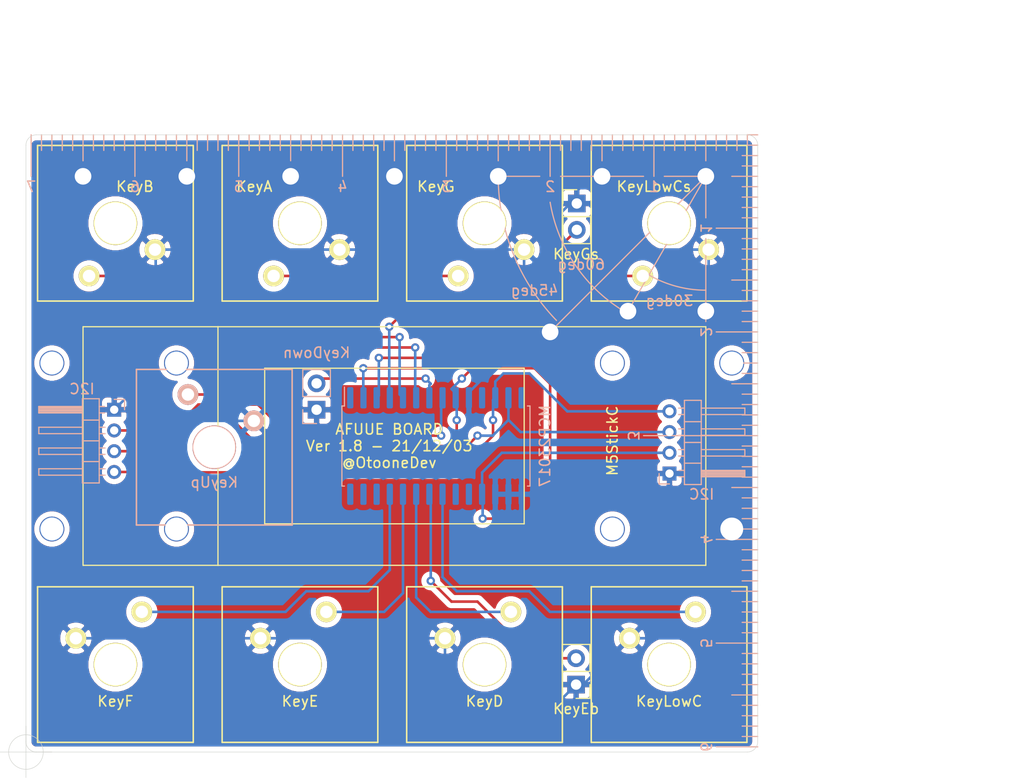
<source format=kicad_pcb>
(kicad_pcb (version 20171130) (host pcbnew "(5.1.8)-1")

  (general
    (thickness 1.6)
    (drawings 190)
    (tracks 180)
    (zones 0)
    (modules 15)
    (nets 25)
  )

  (page A4)
  (layers
    (0 F.Cu signal)
    (31 B.Cu signal)
    (32 B.Adhes user)
    (33 F.Adhes user)
    (34 B.Paste user)
    (35 F.Paste user)
    (36 B.SilkS user)
    (37 F.SilkS user)
    (38 B.Mask user)
    (39 F.Mask user)
    (40 Dwgs.User user)
    (41 Cmts.User user)
    (42 Eco1.User user)
    (43 Eco2.User user)
    (44 Edge.Cuts user)
    (45 Margin user)
    (46 B.CrtYd user)
    (47 F.CrtYd user)
    (48 B.Fab user)
    (49 F.Fab user)
  )

  (setup
    (last_trace_width 0.25)
    (trace_clearance 0.2)
    (zone_clearance 0.508)
    (zone_45_only no)
    (trace_min 0.2)
    (via_size 0.8)
    (via_drill 0.4)
    (via_min_size 0.4)
    (via_min_drill 0.3)
    (uvia_size 0.3)
    (uvia_drill 0.1)
    (uvias_allowed no)
    (uvia_min_size 0.2)
    (uvia_min_drill 0.1)
    (edge_width 0.05)
    (segment_width 0.2)
    (pcb_text_width 0.3)
    (pcb_text_size 1.5 1.5)
    (mod_edge_width 0.12)
    (mod_text_size 1 1)
    (mod_text_width 0.15)
    (pad_size 1.524 1.524)
    (pad_drill 0.762)
    (pad_to_mask_clearance 0)
    (aux_axis_origin 126 124)
    (grid_origin 126 124)
    (visible_elements 7FFFFFFF)
    (pcbplotparams
      (layerselection 0x010fc_ffffffff)
      (usegerberextensions true)
      (usegerberattributes false)
      (usegerberadvancedattributes true)
      (creategerberjobfile false)
      (excludeedgelayer true)
      (linewidth 0.100000)
      (plotframeref false)
      (viasonmask false)
      (mode 1)
      (useauxorigin false)
      (hpglpennumber 1)
      (hpglpenspeed 20)
      (hpglpendiameter 15.000000)
      (psnegative false)
      (psa4output false)
      (plotreference true)
      (plotvalue true)
      (plotinvisibletext false)
      (padsonsilk false)
      (subtractmaskfromsilk false)
      (outputformat 1)
      (mirror false)
      (drillshape 0)
      (scaleselection 1)
      (outputdirectory "GERBER/"))
  )

  (net 0 "")
  (net 1 "Net-(J1-Pad4)")
  (net 2 "Net-(J1-Pad3)")
  (net 3 GND)
  (net 4 "Net-(U1-Pad19)")
  (net 5 "Net-(U1-Pad20)")
  (net 6 "Net-(U1-Pad11)")
  (net 7 "Net-(U1-Pad26)")
  (net 8 "Net-(U1-Pad27)")
  (net 9 "Net-(U1-Pad14)")
  (net 10 "Net-(U1-Pad28)")
  (net 11 +3V3)
  (net 12 "Net-(SW1-Pad2)")
  (net 13 "Net-(SW2-Pad2)")
  (net 14 "Net-(SW3-Pad2)")
  (net 15 "Net-(SW4-Pad2)")
  (net 16 "Net-(SW5-Pad2)")
  (net 17 "Net-(SW6-Pad2)")
  (net 18 "Net-(SW7-Pad2)")
  (net 19 "Net-(SW8-Pad2)")
  (net 20 "Net-(SW9-Pad2)")
  (net 21 "Net-(SW10-Pad2)")
  (net 22 "Net-(SW11-Pad2)")
  (net 23 "Net-(SW12-Pad2)")
  (net 24 "Net-(U1-Pad1)")

  (net_class Default "This is the default net class."
    (clearance 0.2)
    (trace_width 0.25)
    (via_dia 0.8)
    (via_drill 0.4)
    (uvia_dia 0.3)
    (uvia_drill 0.1)
    (add_net +3V3)
    (add_net GND)
    (add_net "Net-(J1-Pad3)")
    (add_net "Net-(J1-Pad4)")
    (add_net "Net-(SW1-Pad2)")
    (add_net "Net-(SW10-Pad2)")
    (add_net "Net-(SW11-Pad2)")
    (add_net "Net-(SW12-Pad2)")
    (add_net "Net-(SW2-Pad2)")
    (add_net "Net-(SW3-Pad2)")
    (add_net "Net-(SW4-Pad2)")
    (add_net "Net-(SW5-Pad2)")
    (add_net "Net-(SW6-Pad2)")
    (add_net "Net-(SW7-Pad2)")
    (add_net "Net-(SW8-Pad2)")
    (add_net "Net-(SW9-Pad2)")
    (add_net "Net-(U1-Pad1)")
    (add_net "Net-(U1-Pad11)")
    (add_net "Net-(U1-Pad14)")
    (add_net "Net-(U1-Pad19)")
    (add_net "Net-(U1-Pad20)")
    (add_net "Net-(U1-Pad26)")
    (add_net "Net-(U1-Pad27)")
    (add_net "Net-(U1-Pad28)")
  )

  (module Connector_PinHeader_2.00mm:PinHeader_1x04_P2.00mm_Horizontal (layer B.Cu) (tedit 59FED667) (tstamp 61A97554)
    (at 188 97.155)
    (descr "Through hole angled pin header, 1x04, 2.00mm pitch, 4.2mm pin length, single row")
    (tags "Through hole angled pin header THT 1x04 2.00mm single row")
    (path /61621238)
    (fp_text reference I2C (at 3.1 2) (layer B.SilkS)
      (effects (font (size 1 1) (thickness 0.15)) (justify mirror))
    )
    (fp_text value Conn_01x04 (at 3.1 -8) (layer B.Fab)
      (effects (font (size 1 1) (thickness 0.15)) (justify mirror))
    )
    (fp_line (start 1.875 1) (end 3 1) (layer B.Fab) (width 0.1))
    (fp_line (start 3 1) (end 3 -7) (layer B.Fab) (width 0.1))
    (fp_line (start 3 -7) (end 1.5 -7) (layer B.Fab) (width 0.1))
    (fp_line (start 1.5 -7) (end 1.5 0.625) (layer B.Fab) (width 0.1))
    (fp_line (start 1.5 0.625) (end 1.875 1) (layer B.Fab) (width 0.1))
    (fp_line (start -0.25 0.25) (end 1.5 0.25) (layer B.Fab) (width 0.1))
    (fp_line (start -0.25 0.25) (end -0.25 -0.25) (layer B.Fab) (width 0.1))
    (fp_line (start -0.25 -0.25) (end 1.5 -0.25) (layer B.Fab) (width 0.1))
    (fp_line (start 3 0.25) (end 7.2 0.25) (layer B.Fab) (width 0.1))
    (fp_line (start 7.2 0.25) (end 7.2 -0.25) (layer B.Fab) (width 0.1))
    (fp_line (start 3 -0.25) (end 7.2 -0.25) (layer B.Fab) (width 0.1))
    (fp_line (start -0.25 -1.75) (end 1.5 -1.75) (layer B.Fab) (width 0.1))
    (fp_line (start -0.25 -1.75) (end -0.25 -2.25) (layer B.Fab) (width 0.1))
    (fp_line (start -0.25 -2.25) (end 1.5 -2.25) (layer B.Fab) (width 0.1))
    (fp_line (start 3 -1.75) (end 7.2 -1.75) (layer B.Fab) (width 0.1))
    (fp_line (start 7.2 -1.75) (end 7.2 -2.25) (layer B.Fab) (width 0.1))
    (fp_line (start 3 -2.25) (end 7.2 -2.25) (layer B.Fab) (width 0.1))
    (fp_line (start -0.25 -3.75) (end 1.5 -3.75) (layer B.Fab) (width 0.1))
    (fp_line (start -0.25 -3.75) (end -0.25 -4.25) (layer B.Fab) (width 0.1))
    (fp_line (start -0.25 -4.25) (end 1.5 -4.25) (layer B.Fab) (width 0.1))
    (fp_line (start 3 -3.75) (end 7.2 -3.75) (layer B.Fab) (width 0.1))
    (fp_line (start 7.2 -3.75) (end 7.2 -4.25) (layer B.Fab) (width 0.1))
    (fp_line (start 3 -4.25) (end 7.2 -4.25) (layer B.Fab) (width 0.1))
    (fp_line (start -0.25 -5.75) (end 1.5 -5.75) (layer B.Fab) (width 0.1))
    (fp_line (start -0.25 -5.75) (end -0.25 -6.25) (layer B.Fab) (width 0.1))
    (fp_line (start -0.25 -6.25) (end 1.5 -6.25) (layer B.Fab) (width 0.1))
    (fp_line (start 3 -5.75) (end 7.2 -5.75) (layer B.Fab) (width 0.1))
    (fp_line (start 7.2 -5.75) (end 7.2 -6.25) (layer B.Fab) (width 0.1))
    (fp_line (start 3 -6.25) (end 7.2 -6.25) (layer B.Fab) (width 0.1))
    (fp_line (start 1.44 1.06) (end 1.44 -7.06) (layer B.SilkS) (width 0.12))
    (fp_line (start 1.44 -7.06) (end 3.06 -7.06) (layer B.SilkS) (width 0.12))
    (fp_line (start 3.06 -7.06) (end 3.06 1.06) (layer B.SilkS) (width 0.12))
    (fp_line (start 3.06 1.06) (end 1.44 1.06) (layer B.SilkS) (width 0.12))
    (fp_line (start 3.06 0.31) (end 7.26 0.31) (layer B.SilkS) (width 0.12))
    (fp_line (start 7.26 0.31) (end 7.26 -0.31) (layer B.SilkS) (width 0.12))
    (fp_line (start 7.26 -0.31) (end 3.06 -0.31) (layer B.SilkS) (width 0.12))
    (fp_line (start 3.06 0.25) (end 7.26 0.25) (layer B.SilkS) (width 0.12))
    (fp_line (start 3.06 0.13) (end 7.26 0.13) (layer B.SilkS) (width 0.12))
    (fp_line (start 3.06 0.01) (end 7.26 0.01) (layer B.SilkS) (width 0.12))
    (fp_line (start 3.06 -0.11) (end 7.26 -0.11) (layer B.SilkS) (width 0.12))
    (fp_line (start 3.06 -0.23) (end 7.26 -0.23) (layer B.SilkS) (width 0.12))
    (fp_line (start 0.935 0.31) (end 1.44 0.31) (layer B.SilkS) (width 0.12))
    (fp_line (start 0.935 -0.31) (end 1.44 -0.31) (layer B.SilkS) (width 0.12))
    (fp_line (start 1.44 -1) (end 3.06 -1) (layer B.SilkS) (width 0.12))
    (fp_line (start 3.06 -1.69) (end 7.26 -1.69) (layer B.SilkS) (width 0.12))
    (fp_line (start 7.26 -1.69) (end 7.26 -2.31) (layer B.SilkS) (width 0.12))
    (fp_line (start 7.26 -2.31) (end 3.06 -2.31) (layer B.SilkS) (width 0.12))
    (fp_line (start 0.882114 -1.69) (end 1.44 -1.69) (layer B.SilkS) (width 0.12))
    (fp_line (start 0.882114 -2.31) (end 1.44 -2.31) (layer B.SilkS) (width 0.12))
    (fp_line (start 1.44 -3) (end 3.06 -3) (layer B.SilkS) (width 0.12))
    (fp_line (start 3.06 -3.69) (end 7.26 -3.69) (layer B.SilkS) (width 0.12))
    (fp_line (start 7.26 -3.69) (end 7.26 -4.31) (layer B.SilkS) (width 0.12))
    (fp_line (start 7.26 -4.31) (end 3.06 -4.31) (layer B.SilkS) (width 0.12))
    (fp_line (start 0.882114 -3.69) (end 1.44 -3.69) (layer B.SilkS) (width 0.12))
    (fp_line (start 0.882114 -4.31) (end 1.44 -4.31) (layer B.SilkS) (width 0.12))
    (fp_line (start 1.44 -5) (end 3.06 -5) (layer B.SilkS) (width 0.12))
    (fp_line (start 3.06 -5.69) (end 7.26 -5.69) (layer B.SilkS) (width 0.12))
    (fp_line (start 7.26 -5.69) (end 7.26 -6.31) (layer B.SilkS) (width 0.12))
    (fp_line (start 7.26 -6.31) (end 3.06 -6.31) (layer B.SilkS) (width 0.12))
    (fp_line (start 0.882114 -5.69) (end 1.44 -5.69) (layer B.SilkS) (width 0.12))
    (fp_line (start 0.882114 -6.31) (end 1.44 -6.31) (layer B.SilkS) (width 0.12))
    (fp_line (start -1 0) (end -1 1) (layer B.SilkS) (width 0.12))
    (fp_line (start -1 1) (end 0 1) (layer B.SilkS) (width 0.12))
    (fp_line (start -1.5 1.5) (end -1.5 -7.5) (layer B.CrtYd) (width 0.05))
    (fp_line (start -1.5 -7.5) (end 7.7 -7.5) (layer B.CrtYd) (width 0.05))
    (fp_line (start 7.7 -7.5) (end 7.7 1.5) (layer B.CrtYd) (width 0.05))
    (fp_line (start 7.7 1.5) (end -1.5 1.5) (layer B.CrtYd) (width 0.05))
    (fp_text user %R (at 2.25 -3 -90) (layer B.Fab)
      (effects (font (size 0.9 0.9) (thickness 0.135)) (justify mirror))
    )
    (pad 1 thru_hole rect (at 0 0) (size 1.35 1.35) (drill 0.8) (layers *.Cu *.Mask)
      (net 3 GND))
    (pad 2 thru_hole oval (at 0 -2) (size 1.35 1.35) (drill 0.8) (layers *.Cu *.Mask)
      (net 11 +3V3))
    (pad 3 thru_hole oval (at 0 -4) (size 1.35 1.35) (drill 0.8) (layers *.Cu *.Mask)
      (net 2 "Net-(J1-Pad3)"))
    (pad 4 thru_hole oval (at 0 -6) (size 1.35 1.35) (drill 0.8) (layers *.Cu *.Mask)
      (net 1 "Net-(J1-Pad4)"))
    (model ${KISYS3DMOD}/Connector_PinHeader_2.00mm.3dshapes/PinHeader_1x04_P2.00mm_Horizontal.wrl
      (at (xyz 0 0 0))
      (scale (xyz 1 1 1))
      (rotate (xyz 0 0 0))
    )
  )

  (module Connector_PinHeader_2.00mm:PinHeader_1x04_P2.00mm_Horizontal (layer B.Cu) (tedit 59FED667) (tstamp 61868402)
    (at 134.5 91 180)
    (descr "Through hole angled pin header, 1x04, 2.00mm pitch, 4.2mm pin length, single row")
    (tags "Through hole angled pin header THT 1x04 2.00mm single row")
    (path /61621232)
    (fp_text reference I2C (at 3.1 2 180) (layer B.SilkS)
      (effects (font (size 1 1) (thickness 0.15)) (justify mirror))
    )
    (fp_text value Conn_01x04 (at 3.1 -8 180) (layer B.Fab)
      (effects (font (size 1 1) (thickness 0.15)) (justify mirror))
    )
    (fp_line (start 7.7 1.5) (end -1.5 1.5) (layer B.CrtYd) (width 0.05))
    (fp_line (start 7.7 -7.5) (end 7.7 1.5) (layer B.CrtYd) (width 0.05))
    (fp_line (start -1.5 -7.5) (end 7.7 -7.5) (layer B.CrtYd) (width 0.05))
    (fp_line (start -1.5 1.5) (end -1.5 -7.5) (layer B.CrtYd) (width 0.05))
    (fp_line (start -1 1) (end 0 1) (layer B.SilkS) (width 0.12))
    (fp_line (start -1 0) (end -1 1) (layer B.SilkS) (width 0.12))
    (fp_line (start 0.882114 -6.31) (end 1.44 -6.31) (layer B.SilkS) (width 0.12))
    (fp_line (start 0.882114 -5.69) (end 1.44 -5.69) (layer B.SilkS) (width 0.12))
    (fp_line (start 7.26 -6.31) (end 3.06 -6.31) (layer B.SilkS) (width 0.12))
    (fp_line (start 7.26 -5.69) (end 7.26 -6.31) (layer B.SilkS) (width 0.12))
    (fp_line (start 3.06 -5.69) (end 7.26 -5.69) (layer B.SilkS) (width 0.12))
    (fp_line (start 1.44 -5) (end 3.06 -5) (layer B.SilkS) (width 0.12))
    (fp_line (start 0.882114 -4.31) (end 1.44 -4.31) (layer B.SilkS) (width 0.12))
    (fp_line (start 0.882114 -3.69) (end 1.44 -3.69) (layer B.SilkS) (width 0.12))
    (fp_line (start 7.26 -4.31) (end 3.06 -4.31) (layer B.SilkS) (width 0.12))
    (fp_line (start 7.26 -3.69) (end 7.26 -4.31) (layer B.SilkS) (width 0.12))
    (fp_line (start 3.06 -3.69) (end 7.26 -3.69) (layer B.SilkS) (width 0.12))
    (fp_line (start 1.44 -3) (end 3.06 -3) (layer B.SilkS) (width 0.12))
    (fp_line (start 0.882114 -2.31) (end 1.44 -2.31) (layer B.SilkS) (width 0.12))
    (fp_line (start 0.882114 -1.69) (end 1.44 -1.69) (layer B.SilkS) (width 0.12))
    (fp_line (start 7.26 -2.31) (end 3.06 -2.31) (layer B.SilkS) (width 0.12))
    (fp_line (start 7.26 -1.69) (end 7.26 -2.31) (layer B.SilkS) (width 0.12))
    (fp_line (start 3.06 -1.69) (end 7.26 -1.69) (layer B.SilkS) (width 0.12))
    (fp_line (start 1.44 -1) (end 3.06 -1) (layer B.SilkS) (width 0.12))
    (fp_line (start 0.935 -0.31) (end 1.44 -0.31) (layer B.SilkS) (width 0.12))
    (fp_line (start 0.935 0.31) (end 1.44 0.31) (layer B.SilkS) (width 0.12))
    (fp_line (start 3.06 -0.23) (end 7.26 -0.23) (layer B.SilkS) (width 0.12))
    (fp_line (start 3.06 -0.11) (end 7.26 -0.11) (layer B.SilkS) (width 0.12))
    (fp_line (start 3.06 0.01) (end 7.26 0.01) (layer B.SilkS) (width 0.12))
    (fp_line (start 3.06 0.13) (end 7.26 0.13) (layer B.SilkS) (width 0.12))
    (fp_line (start 3.06 0.25) (end 7.26 0.25) (layer B.SilkS) (width 0.12))
    (fp_line (start 7.26 -0.31) (end 3.06 -0.31) (layer B.SilkS) (width 0.12))
    (fp_line (start 7.26 0.31) (end 7.26 -0.31) (layer B.SilkS) (width 0.12))
    (fp_line (start 3.06 0.31) (end 7.26 0.31) (layer B.SilkS) (width 0.12))
    (fp_line (start 3.06 1.06) (end 1.44 1.06) (layer B.SilkS) (width 0.12))
    (fp_line (start 3.06 -7.06) (end 3.06 1.06) (layer B.SilkS) (width 0.12))
    (fp_line (start 1.44 -7.06) (end 3.06 -7.06) (layer B.SilkS) (width 0.12))
    (fp_line (start 1.44 1.06) (end 1.44 -7.06) (layer B.SilkS) (width 0.12))
    (fp_line (start 3 -6.25) (end 7.2 -6.25) (layer B.Fab) (width 0.1))
    (fp_line (start 7.2 -5.75) (end 7.2 -6.25) (layer B.Fab) (width 0.1))
    (fp_line (start 3 -5.75) (end 7.2 -5.75) (layer B.Fab) (width 0.1))
    (fp_line (start -0.25 -6.25) (end 1.5 -6.25) (layer B.Fab) (width 0.1))
    (fp_line (start -0.25 -5.75) (end -0.25 -6.25) (layer B.Fab) (width 0.1))
    (fp_line (start -0.25 -5.75) (end 1.5 -5.75) (layer B.Fab) (width 0.1))
    (fp_line (start 3 -4.25) (end 7.2 -4.25) (layer B.Fab) (width 0.1))
    (fp_line (start 7.2 -3.75) (end 7.2 -4.25) (layer B.Fab) (width 0.1))
    (fp_line (start 3 -3.75) (end 7.2 -3.75) (layer B.Fab) (width 0.1))
    (fp_line (start -0.25 -4.25) (end 1.5 -4.25) (layer B.Fab) (width 0.1))
    (fp_line (start -0.25 -3.75) (end -0.25 -4.25) (layer B.Fab) (width 0.1))
    (fp_line (start -0.25 -3.75) (end 1.5 -3.75) (layer B.Fab) (width 0.1))
    (fp_line (start 3 -2.25) (end 7.2 -2.25) (layer B.Fab) (width 0.1))
    (fp_line (start 7.2 -1.75) (end 7.2 -2.25) (layer B.Fab) (width 0.1))
    (fp_line (start 3 -1.75) (end 7.2 -1.75) (layer B.Fab) (width 0.1))
    (fp_line (start -0.25 -2.25) (end 1.5 -2.25) (layer B.Fab) (width 0.1))
    (fp_line (start -0.25 -1.75) (end -0.25 -2.25) (layer B.Fab) (width 0.1))
    (fp_line (start -0.25 -1.75) (end 1.5 -1.75) (layer B.Fab) (width 0.1))
    (fp_line (start 3 -0.25) (end 7.2 -0.25) (layer B.Fab) (width 0.1))
    (fp_line (start 7.2 0.25) (end 7.2 -0.25) (layer B.Fab) (width 0.1))
    (fp_line (start 3 0.25) (end 7.2 0.25) (layer B.Fab) (width 0.1))
    (fp_line (start -0.25 -0.25) (end 1.5 -0.25) (layer B.Fab) (width 0.1))
    (fp_line (start -0.25 0.25) (end -0.25 -0.25) (layer B.Fab) (width 0.1))
    (fp_line (start -0.25 0.25) (end 1.5 0.25) (layer B.Fab) (width 0.1))
    (fp_line (start 1.5 0.625) (end 1.875 1) (layer B.Fab) (width 0.1))
    (fp_line (start 1.5 -7) (end 1.5 0.625) (layer B.Fab) (width 0.1))
    (fp_line (start 3 -7) (end 1.5 -7) (layer B.Fab) (width 0.1))
    (fp_line (start 3 1) (end 3 -7) (layer B.Fab) (width 0.1))
    (fp_line (start 1.875 1) (end 3 1) (layer B.Fab) (width 0.1))
    (fp_text user %R (at 2.25 -3 90) (layer B.Fab)
      (effects (font (size 0.9 0.9) (thickness 0.135)) (justify mirror))
    )
    (pad 4 thru_hole oval (at 0 -6 180) (size 1.35 1.35) (drill 0.8) (layers *.Cu *.Mask)
      (net 1 "Net-(J1-Pad4)"))
    (pad 3 thru_hole oval (at 0 -4 180) (size 1.35 1.35) (drill 0.8) (layers *.Cu *.Mask)
      (net 2 "Net-(J1-Pad3)"))
    (pad 2 thru_hole oval (at 0 -2 180) (size 1.35 1.35) (drill 0.8) (layers *.Cu *.Mask)
      (net 11 +3V3))
    (pad 1 thru_hole rect (at 0 0 180) (size 1.35 1.35) (drill 0.8) (layers *.Cu *.Mask)
      (net 3 GND))
    (model ${KISYS3DMOD}/Connector_PinHeader_2.00mm.3dshapes/PinHeader_1x04_P2.00mm_Horizontal.wrl
      (at (xyz 0 0 0))
      (scale (xyz 1 1 1))
      (rotate (xyz 0 0 0))
    )
  )

  (module CherryMX-Switch:CherryMX-Switch (layer F.Cu) (tedit 5BC897DE) (tstamp 6186840D)
    (at 187.96 115.57)
    (path /61612297)
    (fp_text reference KeyLowC (at 0 3.54) (layer F.SilkS)
      (effects (font (size 1 1) (thickness 0.15)))
    )
    (fp_text value SW_Push (at 1.27 -2.54) (layer F.Fab)
      (effects (font (size 1 1) (thickness 0.15)))
    )
    (fp_line (start -7.5 7.5) (end -7.5 -7.5) (layer F.SilkS) (width 0.15))
    (fp_line (start 7.5 7.5) (end -7.5 7.5) (layer F.SilkS) (width 0.15))
    (fp_line (start 7.5 -7.5) (end 7.5 7.5) (layer F.SilkS) (width 0.15))
    (fp_line (start -7.5 -7.5) (end 7.5 -7.5) (layer F.SilkS) (width 0.15))
    (pad 3 thru_hole circle (at 0 0) (size 4.2 4.2) (drill 4) (layers *.Cu *.Mask F.SilkS))
    (pad 2 thru_hole circle (at 2.54 -5.08) (size 2 2) (drill 1.2) (layers *.Cu *.Mask F.SilkS)
      (net 12 "Net-(SW1-Pad2)"))
    (pad 1 thru_hole circle (at -3.81 -2.54) (size 2 2) (drill 1.2) (layers *.Cu *.Mask F.SilkS)
      (net 3 GND))
  )

  (module Connector_PinHeader_2.54mm:PinHeader_1x02_P2.54mm_Vertical (layer F.Cu) (tedit 59FED5CC) (tstamp 61868423)
    (at 179 117.5 180)
    (descr "Through hole straight pin header, 1x02, 2.54mm pitch, single row")
    (tags "Through hole pin header THT 1x02 2.54mm single row")
    (path /61610A52)
    (fp_text reference KeyEb (at 0 -2.33) (layer F.SilkS)
      (effects (font (size 1 1) (thickness 0.15)))
    )
    (fp_text value SW_Push (at 0 4.87) (layer F.Fab)
      (effects (font (size 1 1) (thickness 0.15)))
    )
    (fp_line (start -0.635 -1.27) (end 1.27 -1.27) (layer F.Fab) (width 0.1))
    (fp_line (start 1.27 -1.27) (end 1.27 3.81) (layer F.Fab) (width 0.1))
    (fp_line (start 1.27 3.81) (end -1.27 3.81) (layer F.Fab) (width 0.1))
    (fp_line (start -1.27 3.81) (end -1.27 -0.635) (layer F.Fab) (width 0.1))
    (fp_line (start -1.27 -0.635) (end -0.635 -1.27) (layer F.Fab) (width 0.1))
    (fp_line (start -1.33 3.87) (end 1.33 3.87) (layer F.SilkS) (width 0.12))
    (fp_line (start -1.33 1.27) (end -1.33 3.87) (layer F.SilkS) (width 0.12))
    (fp_line (start 1.33 1.27) (end 1.33 3.87) (layer F.SilkS) (width 0.12))
    (fp_line (start -1.33 1.27) (end 1.33 1.27) (layer F.SilkS) (width 0.12))
    (fp_line (start -1.33 0) (end -1.33 -1.33) (layer F.SilkS) (width 0.12))
    (fp_line (start -1.33 -1.33) (end 0 -1.33) (layer F.SilkS) (width 0.12))
    (fp_line (start -1.8 -1.8) (end -1.8 4.35) (layer F.CrtYd) (width 0.05))
    (fp_line (start -1.8 4.35) (end 1.8 4.35) (layer F.CrtYd) (width 0.05))
    (fp_line (start 1.8 4.35) (end 1.8 -1.8) (layer F.CrtYd) (width 0.05))
    (fp_line (start 1.8 -1.8) (end -1.8 -1.8) (layer F.CrtYd) (width 0.05))
    (fp_text user %R (at 0 1.27 90) (layer F.Fab)
      (effects (font (size 1 1) (thickness 0.15)))
    )
    (pad 1 thru_hole rect (at 0 0 180) (size 1.7 1.7) (drill 1) (layers *.Cu *.Mask)
      (net 3 GND))
    (pad 2 thru_hole oval (at 0 2.54 180) (size 1.7 1.7) (drill 1) (layers *.Cu *.Mask)
      (net 13 "Net-(SW2-Pad2)"))
    (model ${KISYS3DMOD}/Connector_PinHeader_2.54mm.3dshapes/PinHeader_1x02_P2.54mm_Vertical.wrl
      (at (xyz 0 0 0))
      (scale (xyz 1 1 1))
      (rotate (xyz 0 0 0))
    )
  )

  (module CherryMX-Switch:CherryMX-Switch (layer F.Cu) (tedit 5BC897DE) (tstamp 6186842E)
    (at 170.18 115.57)
    (path /6161124B)
    (fp_text reference KeyD (at 0 3.54) (layer F.SilkS)
      (effects (font (size 1 1) (thickness 0.15)))
    )
    (fp_text value SW_Push (at 1.27 -2.54) (layer F.Fab)
      (effects (font (size 1 1) (thickness 0.15)))
    )
    (fp_line (start -7.5 7.5) (end -7.5 -7.5) (layer F.SilkS) (width 0.15))
    (fp_line (start 7.5 7.5) (end -7.5 7.5) (layer F.SilkS) (width 0.15))
    (fp_line (start 7.5 -7.5) (end 7.5 7.5) (layer F.SilkS) (width 0.15))
    (fp_line (start -7.5 -7.5) (end 7.5 -7.5) (layer F.SilkS) (width 0.15))
    (pad 3 thru_hole circle (at 0 0) (size 4.2 4.2) (drill 4) (layers *.Cu *.Mask F.SilkS))
    (pad 2 thru_hole circle (at 2.54 -5.08) (size 2 2) (drill 1.2) (layers *.Cu *.Mask F.SilkS)
      (net 14 "Net-(SW3-Pad2)"))
    (pad 1 thru_hole circle (at -3.81 -2.54) (size 2 2) (drill 1.2) (layers *.Cu *.Mask F.SilkS)
      (net 3 GND))
  )

  (module CherryMX-Switch:CherryMX-Switch (layer F.Cu) (tedit 5BC897DE) (tstamp 61868439)
    (at 152.4 115.57)
    (path /616117FA)
    (fp_text reference KeyE (at 0 3.54) (layer F.SilkS)
      (effects (font (size 1 1) (thickness 0.15)))
    )
    (fp_text value SW_Push (at 1.27 -2.54) (layer F.Fab)
      (effects (font (size 1 1) (thickness 0.15)))
    )
    (fp_line (start -7.5 7.5) (end -7.5 -7.5) (layer F.SilkS) (width 0.15))
    (fp_line (start 7.5 7.5) (end -7.5 7.5) (layer F.SilkS) (width 0.15))
    (fp_line (start 7.5 -7.5) (end 7.5 7.5) (layer F.SilkS) (width 0.15))
    (fp_line (start -7.5 -7.5) (end 7.5 -7.5) (layer F.SilkS) (width 0.15))
    (pad 3 thru_hole circle (at 0 0) (size 4.2 4.2) (drill 4) (layers *.Cu *.Mask F.SilkS))
    (pad 2 thru_hole circle (at 2.54 -5.08) (size 2 2) (drill 1.2) (layers *.Cu *.Mask F.SilkS)
      (net 15 "Net-(SW4-Pad2)"))
    (pad 1 thru_hole circle (at -3.81 -2.54) (size 2 2) (drill 1.2) (layers *.Cu *.Mask F.SilkS)
      (net 3 GND))
  )

  (module CherryMX-Switch:CherryMX-Switch (layer F.Cu) (tedit 5BC897DE) (tstamp 61868D80)
    (at 134.62 115.57)
    (path /61611D65)
    (fp_text reference KeyF (at 0 3.54) (layer F.SilkS)
      (effects (font (size 1 1) (thickness 0.15)))
    )
    (fp_text value SW_Push (at 1.27 -2.54) (layer F.Fab)
      (effects (font (size 1 1) (thickness 0.15)))
    )
    (fp_line (start -7.5 -7.5) (end 7.5 -7.5) (layer F.SilkS) (width 0.15))
    (fp_line (start 7.5 -7.5) (end 7.5 7.5) (layer F.SilkS) (width 0.15))
    (fp_line (start 7.5 7.5) (end -7.5 7.5) (layer F.SilkS) (width 0.15))
    (fp_line (start -7.5 7.5) (end -7.5 -7.5) (layer F.SilkS) (width 0.15))
    (pad 1 thru_hole circle (at -3.81 -2.54) (size 2 2) (drill 1.2) (layers *.Cu *.Mask F.SilkS)
      (net 3 GND))
    (pad 2 thru_hole circle (at 2.54 -5.08) (size 2 2) (drill 1.2) (layers *.Cu *.Mask F.SilkS)
      (net 16 "Net-(SW5-Pad2)"))
    (pad 3 thru_hole circle (at 0 0) (size 4.2 4.2) (drill 4) (layers *.Cu *.Mask F.SilkS))
  )

  (module CherryMX-Switch:CherryMX-Switch (layer F.Cu) (tedit 5BC897DE) (tstamp 6186844F)
    (at 187.96 73.025 180)
    (path /6161CF87)
    (fp_text reference KeyLowCs (at 1.46 3.54) (layer F.SilkS)
      (effects (font (size 1 1) (thickness 0.15)))
    )
    (fp_text value SW_Push (at 1.27 -2.54) (layer F.Fab)
      (effects (font (size 1 1) (thickness 0.15)))
    )
    (fp_line (start -7.5 7.5) (end -7.5 -7.5) (layer F.SilkS) (width 0.15))
    (fp_line (start 7.5 7.5) (end -7.5 7.5) (layer F.SilkS) (width 0.15))
    (fp_line (start 7.5 -7.5) (end 7.5 7.5) (layer F.SilkS) (width 0.15))
    (fp_line (start -7.5 -7.5) (end 7.5 -7.5) (layer F.SilkS) (width 0.15))
    (pad 3 thru_hole circle (at 0 0 180) (size 4.2 4.2) (drill 4) (layers *.Cu *.Mask F.SilkS))
    (pad 2 thru_hole circle (at 2.54 -5.08 180) (size 2 2) (drill 1.2) (layers *.Cu *.Mask F.SilkS)
      (net 17 "Net-(SW6-Pad2)"))
    (pad 1 thru_hole circle (at -3.81 -2.54 180) (size 2 2) (drill 1.2) (layers *.Cu *.Mask F.SilkS)
      (net 3 GND))
  )

  (module Connector_PinHeader_2.54mm:PinHeader_1x02_P2.54mm_Vertical (layer F.Cu) (tedit 59FED5CC) (tstamp 61868465)
    (at 179.07 71.12)
    (descr "Through hole straight pin header, 1x02, 2.54mm pitch, single row")
    (tags "Through hole pin header THT 1x02 2.54mm single row")
    (path /6161CF6F)
    (fp_text reference KeyGs (at -0.07 4.88) (layer F.SilkS)
      (effects (font (size 1 1) (thickness 0.15)))
    )
    (fp_text value SW_Push (at 0 4.87) (layer F.Fab)
      (effects (font (size 1 1) (thickness 0.15)))
    )
    (fp_line (start 1.8 -1.8) (end -1.8 -1.8) (layer F.CrtYd) (width 0.05))
    (fp_line (start 1.8 4.35) (end 1.8 -1.8) (layer F.CrtYd) (width 0.05))
    (fp_line (start -1.8 4.35) (end 1.8 4.35) (layer F.CrtYd) (width 0.05))
    (fp_line (start -1.8 -1.8) (end -1.8 4.35) (layer F.CrtYd) (width 0.05))
    (fp_line (start -1.33 -1.33) (end 0 -1.33) (layer F.SilkS) (width 0.12))
    (fp_line (start -1.33 0) (end -1.33 -1.33) (layer F.SilkS) (width 0.12))
    (fp_line (start -1.33 1.27) (end 1.33 1.27) (layer F.SilkS) (width 0.12))
    (fp_line (start 1.33 1.27) (end 1.33 3.87) (layer F.SilkS) (width 0.12))
    (fp_line (start -1.33 1.27) (end -1.33 3.87) (layer F.SilkS) (width 0.12))
    (fp_line (start -1.33 3.87) (end 1.33 3.87) (layer F.SilkS) (width 0.12))
    (fp_line (start -1.27 -0.635) (end -0.635 -1.27) (layer F.Fab) (width 0.1))
    (fp_line (start -1.27 3.81) (end -1.27 -0.635) (layer F.Fab) (width 0.1))
    (fp_line (start 1.27 3.81) (end -1.27 3.81) (layer F.Fab) (width 0.1))
    (fp_line (start 1.27 -1.27) (end 1.27 3.81) (layer F.Fab) (width 0.1))
    (fp_line (start -0.635 -1.27) (end 1.27 -1.27) (layer F.Fab) (width 0.1))
    (fp_text user %R (at 0 1.27 90) (layer F.Fab)
      (effects (font (size 1 1) (thickness 0.15)))
    )
    (pad 2 thru_hole oval (at 0 2.54) (size 1.7 1.7) (drill 1) (layers *.Cu *.Mask)
      (net 18 "Net-(SW7-Pad2)"))
    (pad 1 thru_hole rect (at 0 0) (size 1.7 1.7) (drill 1) (layers *.Cu *.Mask)
      (net 3 GND))
    (model ${KISYS3DMOD}/Connector_PinHeader_2.54mm.3dshapes/PinHeader_1x02_P2.54mm_Vertical.wrl
      (at (xyz 0 0 0))
      (scale (xyz 1 1 1))
      (rotate (xyz 0 0 0))
    )
  )

  (module CherryMX-Switch:CherryMX-Switch (layer F.Cu) (tedit 5BC897DE) (tstamp 61868470)
    (at 170.18 73.025 180)
    (path /6161CF75)
    (fp_text reference KeyG (at 4.68 3.54) (layer F.SilkS)
      (effects (font (size 1 1) (thickness 0.15)))
    )
    (fp_text value SW_Push (at 1.27 -2.54) (layer F.Fab)
      (effects (font (size 1 1) (thickness 0.15)))
    )
    (fp_line (start -7.5 -7.5) (end 7.5 -7.5) (layer F.SilkS) (width 0.15))
    (fp_line (start 7.5 -7.5) (end 7.5 7.5) (layer F.SilkS) (width 0.15))
    (fp_line (start 7.5 7.5) (end -7.5 7.5) (layer F.SilkS) (width 0.15))
    (fp_line (start -7.5 7.5) (end -7.5 -7.5) (layer F.SilkS) (width 0.15))
    (pad 1 thru_hole circle (at -3.81 -2.54 180) (size 2 2) (drill 1.2) (layers *.Cu *.Mask F.SilkS)
      (net 3 GND))
    (pad 2 thru_hole circle (at 2.54 -5.08 180) (size 2 2) (drill 1.2) (layers *.Cu *.Mask F.SilkS)
      (net 19 "Net-(SW8-Pad2)"))
    (pad 3 thru_hole circle (at 0 0 180) (size 4.2 4.2) (drill 4) (layers *.Cu *.Mask F.SilkS))
  )

  (module CherryMX-Switch:CherryMX-Switch (layer F.Cu) (tedit 5BC897DE) (tstamp 6186847B)
    (at 152.4 73.025 180)
    (path /6161CF7B)
    (fp_text reference KeyA (at 4.4 3.54) (layer F.SilkS)
      (effects (font (size 1 1) (thickness 0.15)))
    )
    (fp_text value SW_Push (at 1.27 -2.54) (layer F.Fab)
      (effects (font (size 1 1) (thickness 0.15)))
    )
    (fp_line (start -7.5 7.5) (end -7.5 -7.5) (layer F.SilkS) (width 0.15))
    (fp_line (start 7.5 7.5) (end -7.5 7.5) (layer F.SilkS) (width 0.15))
    (fp_line (start 7.5 -7.5) (end 7.5 7.5) (layer F.SilkS) (width 0.15))
    (fp_line (start -7.5 -7.5) (end 7.5 -7.5) (layer F.SilkS) (width 0.15))
    (pad 3 thru_hole circle (at 0 0 180) (size 4.2 4.2) (drill 4) (layers *.Cu *.Mask F.SilkS))
    (pad 2 thru_hole circle (at 2.54 -5.08 180) (size 2 2) (drill 1.2) (layers *.Cu *.Mask F.SilkS)
      (net 20 "Net-(SW9-Pad2)"))
    (pad 1 thru_hole circle (at -3.81 -2.54 180) (size 2 2) (drill 1.2) (layers *.Cu *.Mask F.SilkS)
      (net 3 GND))
  )

  (module CherryMX-Switch:CherryMX-Switch (layer F.Cu) (tedit 5BC897DE) (tstamp 61868486)
    (at 134.62 73.025 180)
    (path /6161CF81)
    (fp_text reference KeyB (at -1.88 3.54) (layer F.SilkS)
      (effects (font (size 1 1) (thickness 0.15)))
    )
    (fp_text value SW_Push (at 1.27 -2.54) (layer F.Fab)
      (effects (font (size 1 1) (thickness 0.15)))
    )
    (fp_line (start -7.5 -7.5) (end 7.5 -7.5) (layer F.SilkS) (width 0.15))
    (fp_line (start 7.5 -7.5) (end 7.5 7.5) (layer F.SilkS) (width 0.15))
    (fp_line (start 7.5 7.5) (end -7.5 7.5) (layer F.SilkS) (width 0.15))
    (fp_line (start -7.5 7.5) (end -7.5 -7.5) (layer F.SilkS) (width 0.15))
    (pad 1 thru_hole circle (at -3.81 -2.54 180) (size 2 2) (drill 1.2) (layers *.Cu *.Mask F.SilkS)
      (net 3 GND))
    (pad 2 thru_hole circle (at 2.54 -5.08 180) (size 2 2) (drill 1.2) (layers *.Cu *.Mask F.SilkS)
      (net 21 "Net-(SW10-Pad2)"))
    (pad 3 thru_hole circle (at 0 0 180) (size 4.2 4.2) (drill 4) (layers *.Cu *.Mask F.SilkS))
  )

  (module Connector_PinHeader_2.54mm:PinHeader_1x02_P2.54mm_Vertical (layer B.Cu) (tedit 59FED5CC) (tstamp 6186849C)
    (at 154 91)
    (descr "Through hole straight pin header, 1x02, 2.54mm pitch, single row")
    (tags "Through hole pin header THT 1x02 2.54mm single row")
    (path /61621226)
    (fp_text reference KeyDown (at 0 -5.5) (layer B.SilkS)
      (effects (font (size 1 1) (thickness 0.15)) (justify mirror))
    )
    (fp_text value SW_Push (at 0 -4.87 180) (layer B.Fab)
      (effects (font (size 1 1) (thickness 0.15)) (justify mirror))
    )
    (fp_line (start -0.635 1.27) (end 1.27 1.27) (layer B.Fab) (width 0.1))
    (fp_line (start 1.27 1.27) (end 1.27 -3.81) (layer B.Fab) (width 0.1))
    (fp_line (start 1.27 -3.81) (end -1.27 -3.81) (layer B.Fab) (width 0.1))
    (fp_line (start -1.27 -3.81) (end -1.27 0.635) (layer B.Fab) (width 0.1))
    (fp_line (start -1.27 0.635) (end -0.635 1.27) (layer B.Fab) (width 0.1))
    (fp_line (start -1.33 -3.87) (end 1.33 -3.87) (layer B.SilkS) (width 0.12))
    (fp_line (start -1.33 -1.27) (end -1.33 -3.87) (layer B.SilkS) (width 0.12))
    (fp_line (start 1.33 -1.27) (end 1.33 -3.87) (layer B.SilkS) (width 0.12))
    (fp_line (start -1.33 -1.27) (end 1.33 -1.27) (layer B.SilkS) (width 0.12))
    (fp_line (start -1.33 0) (end -1.33 1.33) (layer B.SilkS) (width 0.12))
    (fp_line (start -1.33 1.33) (end 0 1.33) (layer B.SilkS) (width 0.12))
    (fp_line (start -1.8 1.8) (end -1.8 -4.35) (layer B.CrtYd) (width 0.05))
    (fp_line (start -1.8 -4.35) (end 1.8 -4.35) (layer B.CrtYd) (width 0.05))
    (fp_line (start 1.8 -4.35) (end 1.8 1.8) (layer B.CrtYd) (width 0.05))
    (fp_line (start 1.8 1.8) (end -1.8 1.8) (layer B.CrtYd) (width 0.05))
    (fp_text user %R (at 0 -1.27 90) (layer B.Fab)
      (effects (font (size 1 1) (thickness 0.15)) (justify mirror))
    )
    (pad 1 thru_hole rect (at 0 0) (size 1.7 1.7) (drill 1) (layers *.Cu *.Mask)
      (net 3 GND))
    (pad 2 thru_hole oval (at 0 -2.54) (size 1.7 1.7) (drill 1) (layers *.Cu *.Mask)
      (net 22 "Net-(SW11-Pad2)"))
    (model ${KISYS3DMOD}/Connector_PinHeader_2.54mm.3dshapes/PinHeader_1x02_P2.54mm_Vertical.wrl
      (at (xyz 0 0 0))
      (scale (xyz 1 1 1))
      (rotate (xyz 0 0 0))
    )
  )

  (module CherryMX-Switch:CherryMX-Switch (layer B.Cu) (tedit 5BC897DE) (tstamp 618684A7)
    (at 144.145 94.615 180)
    (path /6162120E)
    (fp_text reference KeyUp (at 0 -3.385) (layer B.SilkS)
      (effects (font (size 1 1) (thickness 0.15)) (justify mirror))
    )
    (fp_text value SW_Push (at 1.27 2.54) (layer B.Fab)
      (effects (font (size 1 1) (thickness 0.15)) (justify mirror))
    )
    (fp_line (start -7.5 7.5) (end 7.5 7.5) (layer B.SilkS) (width 0.15))
    (fp_line (start 7.5 7.5) (end 7.5 -7.5) (layer B.SilkS) (width 0.15))
    (fp_line (start 7.5 -7.5) (end -7.5 -7.5) (layer B.SilkS) (width 0.15))
    (fp_line (start -7.5 -7.5) (end -7.5 7.5) (layer B.SilkS) (width 0.15))
    (pad 1 thru_hole circle (at -3.81 2.54 180) (size 2 2) (drill 1.2) (layers *.Cu *.Mask B.SilkS)
      (net 3 GND))
    (pad 2 thru_hole circle (at 2.54 5.08 180) (size 2 2) (drill 1.2) (layers *.Cu *.Mask B.SilkS)
      (net 23 "Net-(SW12-Pad2)"))
    (pad 3 thru_hole circle (at 0 0 180) (size 4.2 4.2) (drill 4) (layers *.Cu *.Mask B.SilkS))
  )

  (module Package_SO:SOIC-28W_7.5x17.9mm_P1.27mm (layer B.Cu) (tedit 5D9F72B1) (tstamp 61868EB9)
    (at 165.5 94.5 270)
    (descr "SOIC, 28 Pin (JEDEC MS-013AE, https://www.analog.com/media/en/package-pcb-resources/package/35833120341221rw_28.pdf), generated with kicad-footprint-generator ipc_gullwing_generator.py")
    (tags "SOIC SO")
    (path /61623C1B)
    (attr smd)
    (fp_text reference MCP23017 (at 0 -10.5 90) (layer B.SilkS)
      (effects (font (size 1 1) (thickness 0.15)) (justify mirror))
    )
    (fp_text value MCP23S17_SP (at 0 -9.9 90) (layer B.Fab)
      (effects (font (size 1 1) (thickness 0.15)) (justify mirror))
    )
    (fp_line (start 5.93 9.2) (end -5.93 9.2) (layer B.CrtYd) (width 0.05))
    (fp_line (start 5.93 -9.2) (end 5.93 9.2) (layer B.CrtYd) (width 0.05))
    (fp_line (start -5.93 -9.2) (end 5.93 -9.2) (layer B.CrtYd) (width 0.05))
    (fp_line (start -5.93 9.2) (end -5.93 -9.2) (layer B.CrtYd) (width 0.05))
    (fp_line (start -3.75 7.95) (end -2.75 8.95) (layer B.Fab) (width 0.1))
    (fp_line (start -3.75 -8.95) (end -3.75 7.95) (layer B.Fab) (width 0.1))
    (fp_line (start 3.75 -8.95) (end -3.75 -8.95) (layer B.Fab) (width 0.1))
    (fp_line (start 3.75 8.95) (end 3.75 -8.95) (layer B.Fab) (width 0.1))
    (fp_line (start -2.75 8.95) (end 3.75 8.95) (layer B.Fab) (width 0.1))
    (fp_line (start -3.86 8.815) (end -5.675 8.815) (layer B.SilkS) (width 0.12))
    (fp_line (start -3.86 9.06) (end -3.86 8.815) (layer B.SilkS) (width 0.12))
    (fp_line (start 0 9.06) (end -3.86 9.06) (layer B.SilkS) (width 0.12))
    (fp_line (start 3.86 9.06) (end 3.86 8.815) (layer B.SilkS) (width 0.12))
    (fp_line (start 0 9.06) (end 3.86 9.06) (layer B.SilkS) (width 0.12))
    (fp_line (start -3.86 -9.06) (end -3.86 -8.815) (layer B.SilkS) (width 0.12))
    (fp_line (start 0 -9.06) (end -3.86 -9.06) (layer B.SilkS) (width 0.12))
    (fp_line (start 3.86 -9.06) (end 3.86 -8.815) (layer B.SilkS) (width 0.12))
    (fp_line (start 0 -9.06) (end 3.86 -9.06) (layer B.SilkS) (width 0.12))
    (fp_text user %R (at 0 0 90) (layer B.Fab)
      (effects (font (size 1 1) (thickness 0.15)) (justify mirror))
    )
    (pad 1 smd roundrect (at -4.65 8.255 270) (size 2.05 0.6) (layers B.Cu B.Paste B.Mask) (roundrect_rratio 0.25)
      (net 24 "Net-(U1-Pad1)"))
    (pad 2 smd roundrect (at -4.65 6.985 270) (size 2.05 0.6) (layers B.Cu B.Paste B.Mask) (roundrect_rratio 0.25)
      (net 17 "Net-(SW6-Pad2)"))
    (pad 3 smd roundrect (at -4.65 5.715 270) (size 2.05 0.6) (layers B.Cu B.Paste B.Mask) (roundrect_rratio 0.25)
      (net 18 "Net-(SW7-Pad2)"))
    (pad 4 smd roundrect (at -4.65 4.445 270) (size 2.05 0.6) (layers B.Cu B.Paste B.Mask) (roundrect_rratio 0.25)
      (net 19 "Net-(SW8-Pad2)"))
    (pad 5 smd roundrect (at -4.65 3.175 270) (size 2.05 0.6) (layers B.Cu B.Paste B.Mask) (roundrect_rratio 0.25)
      (net 20 "Net-(SW9-Pad2)"))
    (pad 6 smd roundrect (at -4.65 1.905 270) (size 2.05 0.6) (layers B.Cu B.Paste B.Mask) (roundrect_rratio 0.25)
      (net 21 "Net-(SW10-Pad2)"))
    (pad 7 smd roundrect (at -4.65 0.635 270) (size 2.05 0.6) (layers B.Cu B.Paste B.Mask) (roundrect_rratio 0.25)
      (net 22 "Net-(SW11-Pad2)"))
    (pad 8 smd roundrect (at -4.65 -0.635 270) (size 2.05 0.6) (layers B.Cu B.Paste B.Mask) (roundrect_rratio 0.25)
      (net 23 "Net-(SW12-Pad2)"))
    (pad 9 smd roundrect (at -4.65 -1.905 270) (size 2.05 0.6) (layers B.Cu B.Paste B.Mask) (roundrect_rratio 0.25)
      (net 11 +3V3))
    (pad 10 smd roundrect (at -4.65 -3.175 270) (size 2.05 0.6) (layers B.Cu B.Paste B.Mask) (roundrect_rratio 0.25)
      (net 3 GND))
    (pad 11 smd roundrect (at -4.65 -4.445 270) (size 2.05 0.6) (layers B.Cu B.Paste B.Mask) (roundrect_rratio 0.25)
      (net 6 "Net-(U1-Pad11)"))
    (pad 12 smd roundrect (at -4.65 -5.715 270) (size 2.05 0.6) (layers B.Cu B.Paste B.Mask) (roundrect_rratio 0.25)
      (net 1 "Net-(J1-Pad4)"))
    (pad 13 smd roundrect (at -4.65 -6.985 270) (size 2.05 0.6) (layers B.Cu B.Paste B.Mask) (roundrect_rratio 0.25)
      (net 2 "Net-(J1-Pad3)"))
    (pad 14 smd roundrect (at -4.65 -8.255 270) (size 2.05 0.6) (layers B.Cu B.Paste B.Mask) (roundrect_rratio 0.25)
      (net 9 "Net-(U1-Pad14)"))
    (pad 15 smd roundrect (at 4.65 -8.255 270) (size 2.05 0.6) (layers B.Cu B.Paste B.Mask) (roundrect_rratio 0.25)
      (net 3 GND))
    (pad 16 smd roundrect (at 4.65 -6.985 270) (size 2.05 0.6) (layers B.Cu B.Paste B.Mask) (roundrect_rratio 0.25)
      (net 3 GND))
    (pad 17 smd roundrect (at 4.65 -5.715 270) (size 2.05 0.6) (layers B.Cu B.Paste B.Mask) (roundrect_rratio 0.25)
      (net 3 GND))
    (pad 18 smd roundrect (at 4.65 -4.445 270) (size 2.05 0.6) (layers B.Cu B.Paste B.Mask) (roundrect_rratio 0.25)
      (net 11 +3V3))
    (pad 19 smd roundrect (at 4.65 -3.175 270) (size 2.05 0.6) (layers B.Cu B.Paste B.Mask) (roundrect_rratio 0.25)
      (net 4 "Net-(U1-Pad19)"))
    (pad 20 smd roundrect (at 4.65 -1.905 270) (size 2.05 0.6) (layers B.Cu B.Paste B.Mask) (roundrect_rratio 0.25)
      (net 5 "Net-(U1-Pad20)"))
    (pad 21 smd roundrect (at 4.65 -0.635 270) (size 2.05 0.6) (layers B.Cu B.Paste B.Mask) (roundrect_rratio 0.25)
      (net 12 "Net-(SW1-Pad2)"))
    (pad 22 smd roundrect (at 4.65 0.635 270) (size 2.05 0.6) (layers B.Cu B.Paste B.Mask) (roundrect_rratio 0.25)
      (net 13 "Net-(SW2-Pad2)"))
    (pad 23 smd roundrect (at 4.65 1.905 270) (size 2.05 0.6) (layers B.Cu B.Paste B.Mask) (roundrect_rratio 0.25)
      (net 14 "Net-(SW3-Pad2)"))
    (pad 24 smd roundrect (at 4.65 3.175 270) (size 2.05 0.6) (layers B.Cu B.Paste B.Mask) (roundrect_rratio 0.25)
      (net 15 "Net-(SW4-Pad2)"))
    (pad 25 smd roundrect (at 4.65 4.445 270) (size 2.05 0.6) (layers B.Cu B.Paste B.Mask) (roundrect_rratio 0.25)
      (net 16 "Net-(SW5-Pad2)"))
    (pad 26 smd roundrect (at 4.65 5.715 270) (size 2.05 0.6) (layers B.Cu B.Paste B.Mask) (roundrect_rratio 0.25)
      (net 7 "Net-(U1-Pad26)"))
    (pad 27 smd roundrect (at 4.65 6.985 270) (size 2.05 0.6) (layers B.Cu B.Paste B.Mask) (roundrect_rratio 0.25)
      (net 8 "Net-(U1-Pad27)"))
    (pad 28 smd roundrect (at 4.65 8.255 270) (size 2.05 0.6) (layers B.Cu B.Paste B.Mask) (roundrect_rratio 0.25)
      (net 10 "Net-(U1-Pad28)"))
    (model ${KISYS3DMOD}/Package_SO.3dshapes/SOIC-28W_7.5x17.9mm_P1.27mm.wrl
      (at (xyz 0 0 0))
      (scale (xyz 1 1 1))
      (rotate (xyz 0 0 0))
    )
  )

  (gr_text 30deg (at 188 80.5) (layer B.SilkS)
    (effects (font (size 1 1) (thickness 0.15)) (justify mirror))
  )
  (gr_text 60deg (at 179.5 77) (layer B.SilkS)
    (effects (font (size 1 1) (thickness 0.15)) (justify mirror))
  )
  (gr_text 45deg (at 175 79.5) (layer B.SilkS)
    (effects (font (size 1 1) (thickness 0.15)) (justify mirror))
  )
  (gr_arc (start 191.5 68.5) (end 186.000001 77.999999) (angle -30.06858282) (layer B.SilkS) (width 0.12))
  (gr_line (start 191.5 82.5) (end 191.5 74.5) (layer B.SilkS) (width 0.12))
  (gr_line (start 191.5 68.5) (end 191.5 72.5) (layer B.SilkS) (width 0.12))
  (gr_arc (start 191.5 68.5) (end 171.5 68.5) (angle -43.99491399) (layer B.SilkS) (width 0.12))
  (gr_line (start 184 81.5) (end 191.5 68.5) (layer B.SilkS) (width 0.12) (tstamp 61A9B8DF))
  (gr_arc (start 191.5 68.5) (end 176.5 71) (angle -50.55605035) (layer B.SilkS) (width 0.12))
  (gr_line (start 177.5 68.5) (end 185.5 68.5) (layer B.SilkS) (width 0.12))
  (gr_line (start 171.5 68.5) (end 175.5 68.5) (layer B.SilkS) (width 0.12))
  (gr_line (start 191.5 68.5) (end 187.5 68.5) (layer B.SilkS) (width 0.12))
  (gr_line (start 176.5 83.5) (end 191.5 68.5) (layer B.SilkS) (width 0.12))
  (gr_line (start 172 68.5) (end 171.5 68.5) (layer F.Adhes) (width 0.15))
  (gr_text 6 (at 191.5 123.5 270) (layer B.SilkS) (tstamp 61A98418)
    (effects (font (size 1 1) (thickness 0.15)) (justify mirror))
  )
  (gr_line (start 192.5 123.5) (end 196.5 123.5) (layer B.SilkS) (width 0.12) (tstamp 61A98417))
  (gr_line (start 195 120.5) (end 196.5 120.5) (layer B.SilkS) (width 0.12) (tstamp 61A98416))
  (gr_line (start 195 117.5) (end 196.5 117.5) (layer B.SilkS) (width 0.12) (tstamp 61A98415))
  (gr_line (start 195 114.5) (end 196.5 114.5) (layer B.SilkS) (width 0.12) (tstamp 61A98414))
  (gr_line (start 194 118.5) (end 196.5 118.5) (layer B.SilkS) (width 0.12) (tstamp 61A98413))
  (gr_line (start 195 115.5) (end 196.5 115.5) (layer B.SilkS) (width 0.12) (tstamp 61A98412))
  (gr_line (start 195 116.5) (end 196.5 116.5) (layer B.SilkS) (width 0.12) (tstamp 61A98411))
  (gr_line (start 195 119.5) (end 196.5 119.5) (layer B.SilkS) (width 0.12) (tstamp 61A98410))
  (gr_line (start 195 121.5) (end 196.5 121.5) (layer B.SilkS) (width 0.12) (tstamp 61A9840F))
  (gr_line (start 195 122.5) (end 196.5 122.5) (layer B.SilkS) (width 0.12) (tstamp 61A9840E))
  (gr_text 5 (at 191.5 113.5 270) (layer B.SilkS) (tstamp 61A98402)
    (effects (font (size 1 1) (thickness 0.15)) (justify mirror))
  )
  (gr_line (start 195 106.5) (end 196.5 106.5) (layer B.SilkS) (width 0.12) (tstamp 61A98401))
  (gr_line (start 195 111.5) (end 196.5 111.5) (layer B.SilkS) (width 0.12) (tstamp 61A98400))
  (gr_line (start 195 109.5) (end 196.5 109.5) (layer B.SilkS) (width 0.12) (tstamp 61A983FF))
  (gr_line (start 195 112.5) (end 196.5 112.5) (layer B.SilkS) (width 0.12) (tstamp 61A983FE))
  (gr_line (start 195 105.5) (end 196.5 105.5) (layer B.SilkS) (width 0.12) (tstamp 61A983FD))
  (gr_line (start 192.5 113.5) (end 196.5 113.5) (layer B.SilkS) (width 0.12) (tstamp 61A983FC))
  (gr_line (start 195 110.5) (end 196.5 110.5) (layer B.SilkS) (width 0.12) (tstamp 61A983FB))
  (gr_line (start 195 104.5) (end 196.5 104.5) (layer B.SilkS) (width 0.12) (tstamp 61A983FA))
  (gr_line (start 195 107.5) (end 196.5 107.5) (layer B.SilkS) (width 0.12) (tstamp 61A983F9))
  (gr_line (start 194 108.5) (end 196.5 108.5) (layer B.SilkS) (width 0.12) (tstamp 61A983F8))
  (gr_text 4 (at 191.5 103.5 270) (layer B.SilkS) (tstamp 61A983EC)
    (effects (font (size 1 1) (thickness 0.15)) (justify mirror))
  )
  (gr_line (start 195 99.5) (end 196.5 99.5) (layer B.SilkS) (width 0.12) (tstamp 61A983EB))
  (gr_line (start 192.5 103.5) (end 196.5 103.5) (layer B.SilkS) (width 0.12) (tstamp 61A983EA))
  (gr_line (start 195 96.5) (end 196.5 96.5) (layer B.SilkS) (width 0.12) (tstamp 61A983E9))
  (gr_line (start 195 95.5) (end 196.5 95.5) (layer B.SilkS) (width 0.12) (tstamp 61A983E8))
  (gr_line (start 195 100.5) (end 196.5 100.5) (layer B.SilkS) (width 0.12) (tstamp 61A983E7))
  (gr_line (start 195 97.5) (end 196.5 97.5) (layer B.SilkS) (width 0.12) (tstamp 61A983E6))
  (gr_line (start 195 102.5) (end 196.5 102.5) (layer B.SilkS) (width 0.12) (tstamp 61A983E5))
  (gr_line (start 195 101.5) (end 196.5 101.5) (layer B.SilkS) (width 0.12) (tstamp 61A983E4))
  (gr_line (start 194 98.5) (end 196.5 98.5) (layer B.SilkS) (width 0.12) (tstamp 61A983E3))
  (gr_line (start 195 94.5) (end 196.5 94.5) (layer B.SilkS) (width 0.12) (tstamp 61A983E2))
  (gr_text 3 (at 184.5 93.5 270) (layer B.SilkS) (tstamp 61A983D6)
    (effects (font (size 1 1) (thickness 0.15)) (justify mirror))
  )
  (gr_line (start 195 89.5) (end 196.5 89.5) (layer B.SilkS) (width 0.12) (tstamp 61A983D5))
  (gr_line (start 185.5 93.5) (end 196.5 93.5) (layer B.SilkS) (width 0.12) (tstamp 61A983D4))
  (gr_line (start 194 88.5) (end 196.5 88.5) (layer B.SilkS) (width 0.12) (tstamp 61A983D3))
  (gr_line (start 195 84.5) (end 196.5 84.5) (layer B.SilkS) (width 0.12) (tstamp 61A983D2))
  (gr_line (start 195 91.5) (end 196.5 91.5) (layer B.SilkS) (width 0.12) (tstamp 61A983D1))
  (gr_line (start 195 86.5) (end 196.5 86.5) (layer B.SilkS) (width 0.12) (tstamp 61A983D0))
  (gr_line (start 195 85.5) (end 196.5 85.5) (layer B.SilkS) (width 0.12) (tstamp 61A983CF))
  (gr_line (start 195 87.5) (end 196.5 87.5) (layer B.SilkS) (width 0.12) (tstamp 61A983CE))
  (gr_line (start 195 90.5) (end 196.5 90.5) (layer B.SilkS) (width 0.12) (tstamp 61A983CD))
  (gr_line (start 195 92.5) (end 196.5 92.5) (layer B.SilkS) (width 0.12) (tstamp 61A983CC))
  (gr_text 2 (at 191.5 83.5 270) (layer B.SilkS) (tstamp 61A983C0)
    (effects (font (size 1 1) (thickness 0.15)) (justify mirror))
  )
  (gr_line (start 195 76.5) (end 196.5 76.5) (layer B.SilkS) (width 0.12) (tstamp 61A983BF))
  (gr_line (start 194 78.5) (end 196.5 78.5) (layer B.SilkS) (width 0.12) (tstamp 61A983BE))
  (gr_line (start 195 74.5) (end 196.5 74.5) (layer B.SilkS) (width 0.12) (tstamp 61A983BD))
  (gr_line (start 195 75.5) (end 196.5 75.5) (layer B.SilkS) (width 0.12) (tstamp 61A983BC))
  (gr_line (start 195 82.5) (end 196.5 82.5) (layer B.SilkS) (width 0.12) (tstamp 61A983BB))
  (gr_line (start 195 80.5) (end 196.5 80.5) (layer B.SilkS) (width 0.12) (tstamp 61A983BA))
  (gr_line (start 195 77.5) (end 196.5 77.5) (layer B.SilkS) (width 0.12) (tstamp 61A983B9))
  (gr_line (start 195 81.5) (end 196.5 81.5) (layer B.SilkS) (width 0.12) (tstamp 61A983B8))
  (gr_line (start 195 79.5) (end 196.5 79.5) (layer B.SilkS) (width 0.12) (tstamp 61A983B7))
  (gr_line (start 192.5 83.5) (end 196.5 83.5) (layer B.SilkS) (width 0.12) (tstamp 61A983B6))
  (gr_text 1 (at 191.5 73.5 270) (layer B.SilkS) (tstamp 61A9839D)
    (effects (font (size 1 1) (thickness 0.15)) (justify mirror))
  )
  (gr_line (start 195 66.5) (end 196.5 66.5) (layer B.SilkS) (width 0.12) (tstamp 61A9839C))
  (gr_line (start 194 68.5) (end 196.5 68.5) (layer B.SilkS) (width 0.12) (tstamp 61A9839B))
  (gr_line (start 195.5 64.5) (end 196.5 64.5) (layer B.SilkS) (width 0.12) (tstamp 61A9839A))
  (gr_line (start 195.5 65.5) (end 196.5 65.5) (layer B.SilkS) (width 0.12) (tstamp 61A98399))
  (gr_line (start 195 72.5) (end 196.5 72.5) (layer B.SilkS) (width 0.12) (tstamp 61A98398))
  (gr_line (start 195 70.5) (end 196.5 70.5) (layer B.SilkS) (width 0.12) (tstamp 61A98397))
  (gr_line (start 195 67.5) (end 196.5 67.5) (layer B.SilkS) (width 0.12) (tstamp 61A98396))
  (gr_line (start 195 71.5) (end 196.5 71.5) (layer B.SilkS) (width 0.12) (tstamp 61A98395))
  (gr_line (start 195 69.5) (end 196.5 69.5) (layer B.SilkS) (width 0.12) (tstamp 61A98394))
  (gr_line (start 192.5 73.5) (end 196.5 73.5) (layer B.SilkS) (width 0.12) (tstamp 61A98393))
  (gr_text 7 (at 126.5 69.5) (layer B.SilkS)
    (effects (font (size 1 1) (thickness 0.15)) (justify mirror))
  )
  (gr_text 6 (at 136.5 69.5) (layer B.SilkS)
    (effects (font (size 1 1) (thickness 0.15)) (justify mirror))
  )
  (gr_text 5 (at 146.5 69.5) (layer B.SilkS)
    (effects (font (size 1 1) (thickness 0.15)) (justify mirror))
  )
  (gr_text 4 (at 156.5 69.5) (layer B.SilkS)
    (effects (font (size 1 1) (thickness 0.15)) (justify mirror))
  )
  (gr_text 3 (at 166.5 69.5) (layer B.SilkS)
    (effects (font (size 1 1) (thickness 0.15)) (justify mirror))
  )
  (gr_text 2 (at 176.5 69.5) (layer B.SilkS)
    (effects (font (size 1 1) (thickness 0.15)) (justify mirror))
  )
  (gr_text 1 (at 186.5 69.5) (layer B.SilkS)
    (effects (font (size 1 1) (thickness 0.15)) (justify mirror))
  )
  (gr_line (start 128.5 66) (end 128.5 64.5) (layer B.SilkS) (width 0.12) (tstamp 61A982E7))
  (gr_line (start 129.5 66) (end 129.5 64.5) (layer B.SilkS) (width 0.12) (tstamp 61A982E6))
  (gr_line (start 127.5 66) (end 127.5 64.5) (layer B.SilkS) (width 0.12) (tstamp 61A982E5))
  (gr_line (start 130.5 66) (end 130.5 64.5) (layer B.SilkS) (width 0.12) (tstamp 61A982E4))
  (gr_line (start 132.5 66) (end 132.5 64.5) (layer B.SilkS) (width 0.12) (tstamp 61A982DF))
  (gr_line (start 135.5 66) (end 135.5 64.5) (layer B.SilkS) (width 0.12) (tstamp 61A982DE))
  (gr_line (start 133.5 66) (end 133.5 64.5) (layer B.SilkS) (width 0.12) (tstamp 61A982DD))
  (gr_line (start 134.5 66) (end 134.5 64.5) (layer B.SilkS) (width 0.12) (tstamp 61A982DC))
  (gr_line (start 137.5 66) (end 137.5 64.5) (layer B.SilkS) (width 0.12) (tstamp 61A982D7))
  (gr_line (start 139.5 66) (end 139.5 64.5) (layer B.SilkS) (width 0.12) (tstamp 61A982D6))
  (gr_line (start 140.5 66) (end 140.5 64.5) (layer B.SilkS) (width 0.12) (tstamp 61A982D5))
  (gr_line (start 138.5 66) (end 138.5 64.5) (layer B.SilkS) (width 0.12) (tstamp 61A982D4))
  (gr_line (start 144.5 66) (end 144.5 64.5) (layer B.SilkS) (width 0.12) (tstamp 61A982CF))
  (gr_line (start 145.5 66) (end 145.5 64.5) (layer B.SilkS) (width 0.12) (tstamp 61A982CE))
  (gr_line (start 142.5 66) (end 142.5 64.5) (layer B.SilkS) (width 0.12) (tstamp 61A982CD))
  (gr_line (start 143.5 66) (end 143.5 64.5) (layer B.SilkS) (width 0.12) (tstamp 61A982CC))
  (gr_line (start 150.5 66) (end 150.5 64.5) (layer B.SilkS) (width 0.12) (tstamp 61A982C7))
  (gr_line (start 148.5 66) (end 148.5 64.5) (layer B.SilkS) (width 0.12) (tstamp 61A982C6))
  (gr_line (start 149.5 66) (end 149.5 64.5) (layer B.SilkS) (width 0.12) (tstamp 61A982C5))
  (gr_line (start 147.5 66) (end 147.5 64.5) (layer B.SilkS) (width 0.12) (tstamp 61A982C4))
  (gr_line (start 154.5 66) (end 154.5 64.5) (layer B.SilkS) (width 0.12) (tstamp 61A982BF))
  (gr_line (start 155.5 66) (end 155.5 64.5) (layer B.SilkS) (width 0.12) (tstamp 61A982BE))
  (gr_line (start 153.5 66) (end 153.5 64.5) (layer B.SilkS) (width 0.12) (tstamp 61A982BD))
  (gr_line (start 152.5 66) (end 152.5 64.5) (layer B.SilkS) (width 0.12) (tstamp 61A982BC))
  (gr_line (start 158.5 66) (end 158.5 64.5) (layer B.SilkS) (width 0.12) (tstamp 61A982B7))
  (gr_line (start 157.5 66) (end 157.5 64.5) (layer B.SilkS) (width 0.12) (tstamp 61A982B6))
  (gr_line (start 159.5 66) (end 159.5 64.5) (layer B.SilkS) (width 0.12) (tstamp 61A982B5))
  (gr_line (start 160.5 66) (end 160.5 64.5) (layer B.SilkS) (width 0.12) (tstamp 61A982B4))
  (gr_line (start 165.5 66) (end 165.5 64.5) (layer B.SilkS) (width 0.12) (tstamp 61A982AF))
  (gr_line (start 162.5 66) (end 162.5 64.5) (layer B.SilkS) (width 0.12) (tstamp 61A982AE))
  (gr_line (start 163.5 66) (end 163.5 64.5) (layer B.SilkS) (width 0.12) (tstamp 61A982AD))
  (gr_line (start 164.5 66) (end 164.5 64.5) (layer B.SilkS) (width 0.12) (tstamp 61A982AC))
  (gr_line (start 168.5 66) (end 168.5 64.5) (layer B.SilkS) (width 0.12) (tstamp 61A982A7))
  (gr_line (start 167.5 66) (end 167.5 64.5) (layer B.SilkS) (width 0.12) (tstamp 61A982A6))
  (gr_line (start 170.5 66) (end 170.5 64.5) (layer B.SilkS) (width 0.12) (tstamp 61A982A5))
  (gr_line (start 169.5 66) (end 169.5 64.5) (layer B.SilkS) (width 0.12) (tstamp 61A982A4))
  (gr_line (start 172.5 66) (end 172.5 64.5) (layer B.SilkS) (width 0.12))
  (gr_line (start 173.5 66) (end 173.5 64.5) (layer B.SilkS) (width 0.12))
  (gr_line (start 174.5 66) (end 174.5 64.5) (layer B.SilkS) (width 0.12))
  (gr_line (start 175.5 66) (end 175.5 64.5) (layer B.SilkS) (width 0.12))
  (gr_line (start 177.5 66) (end 177.5 64.5) (layer B.SilkS) (width 0.12))
  (gr_line (start 178.5 66) (end 178.5 64.5) (layer B.SilkS) (width 0.12))
  (gr_line (start 179.5 66) (end 179.5 64.5) (layer B.SilkS) (width 0.12))
  (gr_line (start 180.5 66) (end 180.5 64.5) (layer B.SilkS) (width 0.12))
  (gr_line (start 182.5 66) (end 182.5 64.5) (layer B.SilkS) (width 0.12))
  (gr_line (start 183.5 66) (end 183.5 64.5) (layer B.SilkS) (width 0.12))
  (gr_line (start 184.5 66) (end 184.5 64.5) (layer B.SilkS) (width 0.12))
  (gr_line (start 185.5 66) (end 185.5 64.5) (layer B.SilkS) (width 0.12))
  (gr_line (start 187.5 66) (end 187.5 64.5) (layer B.SilkS) (width 0.12))
  (gr_line (start 188.5 66) (end 188.5 64.5) (layer B.SilkS) (width 0.12))
  (gr_line (start 189.5 66) (end 189.5 64.5) (layer B.SilkS) (width 0.12))
  (gr_line (start 190.5 66) (end 190.5 64.5) (layer B.SilkS) (width 0.12))
  (gr_line (start 195.5 65.5) (end 195.5 64.5) (layer B.SilkS) (width 0.12))
  (gr_line (start 194.5 66) (end 194.5 64.5) (layer B.SilkS) (width 0.12))
  (gr_line (start 193.5 66) (end 193.5 64.5) (layer B.SilkS) (width 0.12))
  (gr_line (start 192.5 66) (end 192.5 64.5) (layer B.SilkS) (width 0.12))
  (gr_line (start 191.5 67) (end 191.5 64.5) (layer B.SilkS) (width 0.12))
  (gr_line (start 181.5 67) (end 181.5 64.5) (layer B.SilkS) (width 0.12))
  (gr_line (start 171.5 67) (end 171.5 64.5) (layer B.SilkS) (width 0.12))
  (gr_line (start 161.5 67) (end 161.5 64.5) (layer B.SilkS) (width 0.12))
  (gr_line (start 151.5 67) (end 151.5 64.5) (layer B.SilkS) (width 0.12))
  (gr_line (start 141.5 67) (end 141.5 64.5) (layer B.SilkS) (width 0.12))
  (gr_line (start 131.5 67) (end 131.5 64.5) (layer B.SilkS) (width 0.12))
  (gr_line (start 126.5 68.5) (end 126.5 64.5) (layer B.SilkS) (width 0.12))
  (gr_line (start 186.5 68.5) (end 186.5 64.5) (layer B.SilkS) (width 0.12))
  (gr_line (start 176.5 68.5) (end 176.5 64.5) (layer B.SilkS) (width 0.12))
  (gr_line (start 166.5 68.5) (end 166.5 64.5) (layer B.SilkS) (width 0.12))
  (gr_line (start 156.5 68.5) (end 156.5 64.5) (layer B.SilkS) (width 0.12))
  (gr_line (start 146.5 68.5) (end 146.5 64.5) (layer B.SilkS) (width 0.12))
  (gr_line (start 136.5 64.5) (end 136.5 68.5) (layer B.SilkS) (width 0.12))
  (dimension 47 (width 0.15) (layer Dwgs.User)
    (gr_text "47.000 mm" (at 168.5 59.7) (layer Dwgs.User) (tstamp 61A97214)
      (effects (font (size 1 1) (thickness 0.15)))
    )
    (feature1 (pts (xy 192 83) (xy 192 60.413579)))
    (feature2 (pts (xy 145 83) (xy 145 60.413579)))
    (crossbar (pts (xy 145 61) (xy 192 61)))
    (arrow1a (pts (xy 192 61) (xy 190.873496 61.586421)))
    (arrow1b (pts (xy 192 61) (xy 190.873496 60.413579)))
    (arrow2a (pts (xy 145 61) (xy 146.126504 61.586421)))
    (arrow2b (pts (xy 145 61) (xy 146.126504 60.413579)))
  )
  (gr_line (start 131.5 106) (end 144.5 106) (layer F.SilkS) (width 0.12) (tstamp 61A971F4))
  (gr_line (start 131.5 83) (end 131.5 106) (layer F.SilkS) (width 0.12))
  (gr_line (start 144.5 83) (end 131.5 83) (layer F.SilkS) (width 0.12))
  (dimension 13 (width 0.15) (layer Dwgs.User)
    (gr_text "13.000 mm" (at 138.5 59.7) (layer Dwgs.User)
      (effects (font (size 1 1) (thickness 0.15)))
    )
    (feature1 (pts (xy 132 83) (xy 132 60.413579)))
    (feature2 (pts (xy 145 83) (xy 145 60.413579)))
    (crossbar (pts (xy 145 61) (xy 132 61)))
    (arrow1a (pts (xy 132 61) (xy 133.126504 60.413579)))
    (arrow1b (pts (xy 132 61) (xy 133.126504 61.586421)))
    (arrow2a (pts (xy 145 61) (xy 143.873496 60.413579)))
    (arrow2b (pts (xy 145 61) (xy 143.873496 61.586421)))
  )
  (gr_line (start 174 87) (end 149 87) (layer F.SilkS) (width 0.12) (tstamp 61A971EE))
  (gr_line (start 174 102) (end 174 87) (layer F.SilkS) (width 0.12))
  (gr_line (start 149 102) (end 174 102) (layer F.SilkS) (width 0.12))
  (gr_line (start 149 87) (end 149 102) (layer F.SilkS) (width 0.12))
  (gr_line (start 144.5 83) (end 144.5 106) (layer F.SilkS) (width 0.12) (tstamp 61A971D5))
  (gr_line (start 191.5 83) (end 144.5 83) (layer F.SilkS) (width 0.12))
  (gr_line (start 191.5 106) (end 191.5 83) (layer F.SilkS) (width 0.12))
  (gr_arc (start 195.5 123) (end 195.5 124) (angle -90) (layer Edge.Cuts) (width 0.05))
  (gr_arc (start 127 123) (end 126 123) (angle -90) (layer Edge.Cuts) (width 0.05))
  (gr_arc (start 127 65.5) (end 127 64.5) (angle -90) (layer Edge.Cuts) (width 0.05))
  (gr_arc (start 195.5 65.5) (end 196.5 65.5) (angle -90) (layer Edge.Cuts) (width 0.05))
  (dimension 53.5 (width 0.15) (layer Dwgs.User)
    (gr_text "53.500 mm" (at 161.25 55.2) (layer Dwgs.User)
      (effects (font (size 1 1) (thickness 0.15)))
    )
    (feature1 (pts (xy 188 71) (xy 188 55.913579)))
    (feature2 (pts (xy 134.5 71) (xy 134.5 55.913579)))
    (crossbar (pts (xy 134.5 56.5) (xy 188 56.5)))
    (arrow1a (pts (xy 188 56.5) (xy 186.873496 57.086421)))
    (arrow1b (pts (xy 188 56.5) (xy 186.873496 55.913579)))
    (arrow2a (pts (xy 134.5 56.5) (xy 135.626504 57.086421)))
    (arrow2b (pts (xy 134.5 56.5) (xy 135.626504 55.913579)))
  )
  (dimension 42.5 (width 0.15) (layer Dwgs.User)
    (gr_text "42.500 mm" (at 220.8 94.25 270) (layer Dwgs.User) (tstamp 61A96C9B)
      (effects (font (size 1 1) (thickness 0.15)))
    )
    (feature1 (pts (xy 189.5 115.5) (xy 220.086421 115.5)))
    (feature2 (pts (xy 189.5 73) (xy 220.086421 73)))
    (crossbar (pts (xy 219.5 73) (xy 219.5 115.5)))
    (arrow1a (pts (xy 219.5 115.5) (xy 218.913579 114.373496)))
    (arrow1b (pts (xy 219.5 115.5) (xy 220.086421 114.373496)))
    (arrow2a (pts (xy 219.5 73) (xy 218.913579 74.126504)))
    (arrow2b (pts (xy 219.5 73) (xy 220.086421 74.126504)))
  )
  (dimension 59.5 (width 0.15) (layer Dwgs.User)
    (gr_text "59.500 mm" (at 210.3 94.25 270) (layer Dwgs.User) (tstamp 61A96C95)
      (effects (font (size 1 1) (thickness 0.15)))
    )
    (feature1 (pts (xy 196.5 124) (xy 209.586421 124)))
    (feature2 (pts (xy 196.5 64.5) (xy 209.586421 64.5)))
    (crossbar (pts (xy 209 64.5) (xy 209 124)))
    (arrow1a (pts (xy 209 124) (xy 208.413579 122.873496)))
    (arrow1b (pts (xy 209 124) (xy 209.586421 122.873496)))
    (arrow2a (pts (xy 209 64.5) (xy 208.413579 65.626504)))
    (arrow2b (pts (xy 209 64.5) (xy 209.586421 65.626504)))
  )
  (dimension 70.5 (width 0.15) (layer Dwgs.User)
    (gr_text "70.500 mm" (at 161.25 52.2) (layer Dwgs.User) (tstamp 61A96CB3)
      (effects (font (size 1 1) (thickness 0.15)))
    )
    (feature1 (pts (xy 196.5 64.5) (xy 196.5 52.913579)))
    (feature2 (pts (xy 126 64.5) (xy 126 52.913579)))
    (crossbar (pts (xy 126 53.5) (xy 196.5 53.5)))
    (arrow1a (pts (xy 196.5 53.5) (xy 195.373496 54.086421)))
    (arrow1b (pts (xy 196.5 53.5) (xy 195.373496 52.913579)))
    (arrow2a (pts (xy 126 53.5) (xy 127.126504 54.086421)))
    (arrow2b (pts (xy 126 53.5) (xy 127.126504 52.913579)))
  )
  (gr_text M5StickC (at 182.5 94 90) (layer F.SilkS)
    (effects (font (size 1 1) (thickness 0.15)))
  )
  (gr_line (start 144.5 106) (end 191.5 106) (layer F.SilkS) (width 0.12))
  (gr_text "AFUUE BOARD\nVer 1.8 - 21/12/03\n@OtooneDev" (at 161 94.5) (layer F.SilkS)
    (effects (font (size 1 1) (thickness 0.15)))
  )
  (gr_line (start 126 65.5) (end 126 123) (layer Edge.Cuts) (width 0.05) (tstamp 6186942B))
  (gr_line (start 195.5 64.5) (end 127 64.5) (layer Edge.Cuts) (width 0.05))
  (gr_line (start 196.5 123) (end 196.5 65.5) (layer Edge.Cuts) (width 0.05))
  (gr_line (start 127 124) (end 195.5 124) (layer Edge.Cuts) (width 0.05))
  (target plus (at 126 124) (size 5) (width 0.05) (layer Edge.Cuts))
  (dimension 13.5 (width 0.15) (layer Dwgs.User)
    (gr_text "13.500 mm" (at 189.75 57.7) (layer Dwgs.User)
      (effects (font (size 1 1) (thickness 0.15)))
    )
    (feature1 (pts (xy 183 86.5) (xy 183 58.413579)))
    (feature2 (pts (xy 196.5 86.5) (xy 196.5 58.413579)))
    (crossbar (pts (xy 196.5 59) (xy 183 59)))
    (arrow1a (pts (xy 183 59) (xy 184.126504 58.413579)))
    (arrow1b (pts (xy 183 59) (xy 184.126504 59.586421)))
    (arrow2a (pts (xy 196.5 59) (xy 195.373496 58.413579)))
    (arrow2b (pts (xy 196.5 59) (xy 195.373496 59.586421)))
  )
  (dimension 3.5 (width 0.15) (layer Dwgs.User)
    (gr_text "3.500 mm" (at 203.3 104.25 270) (layer Dwgs.User) (tstamp 61A96CA7)
      (effects (font (size 1 1) (thickness 0.15)))
    )
    (feature1 (pts (xy 125 106) (xy 202.586421 106)))
    (feature2 (pts (xy 125 102.5) (xy 202.586421 102.5)))
    (crossbar (pts (xy 202 102.5) (xy 202 106)))
    (arrow1a (pts (xy 202 106) (xy 201.413579 104.873496)))
    (arrow1b (pts (xy 202 106) (xy 202.586421 104.873496)))
    (arrow2a (pts (xy 202 102.5) (xy 201.413579 103.626504)))
    (arrow2b (pts (xy 202 102.5) (xy 202.586421 103.626504)))
  )
  (dimension 16 (width 0.15) (layer Dwgs.User)
    (gr_text "16.000 mm" (at 203.3 94.5 270) (layer Dwgs.User) (tstamp 61A9723E)
      (effects (font (size 1 1) (thickness 0.15)))
    )
    (feature1 (pts (xy 125 102.5) (xy 202.586421 102.5)))
    (feature2 (pts (xy 125 86.5) (xy 202.586421 86.5)))
    (crossbar (pts (xy 202 86.5) (xy 202 102.5)))
    (arrow1a (pts (xy 202 102.5) (xy 201.413579 101.373496)))
    (arrow1b (pts (xy 202 102.5) (xy 202.586421 101.373496)))
    (arrow2a (pts (xy 202 86.5) (xy 201.413579 87.626504)))
    (arrow2b (pts (xy 202 86.5) (xy 202.586421 87.626504)))
  )
  (dimension 3.5 (width 0.15) (layer Dwgs.User)
    (gr_text "3.500 mm" (at 203.3 84.75 270) (layer Dwgs.User) (tstamp 61A96C8F)
      (effects (font (size 1 1) (thickness 0.15)))
    )
    (feature1 (pts (xy 125 86.5) (xy 202.586421 86.5)))
    (feature2 (pts (xy 125 83) (xy 202.586421 83)))
    (crossbar (pts (xy 202 83) (xy 202 86.5)))
    (arrow1a (pts (xy 202 86.5) (xy 201.413579 85.373496)))
    (arrow1b (pts (xy 202 86.5) (xy 202.586421 85.373496)))
    (arrow2a (pts (xy 202 83) (xy 201.413579 84.126504)))
    (arrow2b (pts (xy 202 83) (xy 202.586421 84.126504)))
  )
  (gr_line (start 151.765 85.09) (end 151.765 85.725) (layer Dwgs.User) (width 0.15) (tstamp 61868C33))

  (via (at 182.5 86.5) (size 2.4) (drill 2.2) (layers F.Cu B.Cu) (net 0))
  (via (at 182.5 102.5) (size 2.4) (drill 2.2) (layers F.Cu B.Cu) (net 0))
  (via (at 128.5 86.5) (size 2.4) (drill 2.2) (layers F.Cu B.Cu) (net 0) (tstamp 618693CF))
  (via (at 128.5 102.5) (size 2.4) (drill 2.2) (layers F.Cu B.Cu) (net 0) (tstamp 618693D2))
  (via (at 140.5 86.5) (size 2.4) (drill 2.2) (layers F.Cu B.Cu) (net 0) (tstamp 61A97805))
  (via (at 140.5 102.5) (size 2.4) (drill 2.2) (layers F.Cu B.Cu) (net 0) (tstamp 61A97806))
  (via (at 194 86.5) (size 2.4) (drill 2.2) (layers F.Cu B.Cu) (net 0) (tstamp 61A97A20))
  (via (at 194 102.5) (size 2.4) (drill 2.2) (layers F.Cu B.Cu) (net 3) (tstamp 61A97A21))
  (segment (start 171.215 88.285) (end 171.215 89.85) (width 0.25) (layer B.Cu) (net 1))
  (segment (start 172 87.5) (end 171.215 88.285) (width 0.25) (layer B.Cu) (net 1))
  (segment (start 174.5 87.5) (end 172 87.5) (width 0.25) (layer B.Cu) (net 1))
  (segment (start 178.155 91.155) (end 174.5 87.5) (width 0.25) (layer B.Cu) (net 1))
  (segment (start 134.5 97) (end 137.5 97) (width 0.25) (layer F.Cu) (net 1))
  (segment (start 137.540001 97.040001) (end 167.459999 97.040001) (width 0.25) (layer F.Cu) (net 1))
  (segment (start 137.5 97) (end 137.540001 97.040001) (width 0.25) (layer F.Cu) (net 1))
  (via (at 171 92) (size 0.8) (drill 0.4) (layers F.Cu B.Cu) (net 1))
  (segment (start 171 93.5) (end 171 92) (width 0.25) (layer F.Cu) (net 1))
  (segment (start 167.459999 97.040001) (end 171 93.5) (width 0.25) (layer F.Cu) (net 1))
  (segment (start 171 90.065) (end 171.215 89.85) (width 0.25) (layer B.Cu) (net 1))
  (segment (start 171 92) (end 171 90.065) (width 0.25) (layer B.Cu) (net 1))
  (segment (start 178.155 91.155) (end 188 91.155) (width 0.25) (layer B.Cu) (net 1))
  (segment (start 172.485 91.985) (end 172.485 89.85) (width 0.25) (layer B.Cu) (net 2))
  (segment (start 173.655 93.155) (end 172.485 91.985) (width 0.25) (layer B.Cu) (net 2))
  (segment (start 134.5 95) (end 139.5 95) (width 0.25) (layer F.Cu) (net 2))
  (segment (start 139.5 95) (end 142.5 92) (width 0.25) (layer F.Cu) (net 2))
  (segment (start 145.918998 92) (end 149.918998 96) (width 0.25) (layer F.Cu) (net 2))
  (segment (start 142.5 92) (end 145.918998 92) (width 0.25) (layer F.Cu) (net 2))
  (segment (start 149.918998 96) (end 167 96) (width 0.25) (layer F.Cu) (net 2))
  (via (at 169.5 93.5) (size 0.8) (drill 0.4) (layers F.Cu B.Cu) (net 2))
  (segment (start 167 96) (end 169.5 93.5) (width 0.25) (layer F.Cu) (net 2))
  (segment (start 170.97 93.5) (end 172.485 91.985) (width 0.25) (layer B.Cu) (net 2))
  (segment (start 169.5 93.5) (end 170.97 93.5) (width 0.25) (layer B.Cu) (net 2))
  (segment (start 173.655 93.155) (end 188 93.155) (width 0.25) (layer B.Cu) (net 2))
  (segment (start 178.435 71.12) (end 179.07 71.12) (width 0.25) (layer B.Cu) (net 3))
  (segment (start 173.99 75.565) (end 178.435 71.12) (width 0.25) (layer B.Cu) (net 3))
  (segment (start 179.07 71.12) (end 180.12 71.12) (width 0.25) (layer B.Cu) (net 3))
  (segment (start 184.565 75.565) (end 191.77 75.565) (width 0.25) (layer B.Cu) (net 3))
  (segment (start 180.12 71.12) (end 184.565 75.565) (width 0.25) (layer B.Cu) (net 3))
  (segment (start 173.99 75.565) (end 156.21 75.565) (width 0.25) (layer B.Cu) (net 3))
  (segment (start 156.21 75.565) (end 138.43 75.565) (width 0.25) (layer B.Cu) (net 3))
  (segment (start 130.81 113.03) (end 148.59 113.03) (width 0.25) (layer B.Cu) (net 3))
  (segment (start 148.59 113.03) (end 166.37 113.03) (width 0.25) (layer B.Cu) (net 3))
  (segment (start 166.37 113.03) (end 166.37 117.87) (width 0.25) (layer B.Cu) (net 3))
  (segment (start 166.37 117.87) (end 167.5 119) (width 0.25) (layer B.Cu) (net 3))
  (segment (start 177.5 119) (end 179 117.5) (width 0.25) (layer B.Cu) (net 3))
  (segment (start 167.5 119) (end 177.5 119) (width 0.25) (layer B.Cu) (net 3))
  (segment (start 179.68 117.5) (end 184.15 113.03) (width 0.25) (layer B.Cu) (net 3))
  (segment (start 179 117.5) (end 179.68 117.5) (width 0.25) (layer B.Cu) (net 3))
  (segment (start 184.15 113.03) (end 192.47 113.03) (width 0.25) (layer B.Cu) (net 3))
  (segment (start 192.47 113.03) (end 193.5 112) (width 0.25) (layer B.Cu) (net 3))
  (segment (start 173.755 97.745) (end 173.755 99.15) (width 0.25) (layer B.Cu) (net 3))
  (segment (start 171.215 99.15) (end 171.215 97.785) (width 0.25) (layer B.Cu) (net 3))
  (segment (start 174.25 97.25) (end 173.755 97.745) (width 0.25) (layer B.Cu) (net 3))
  (segment (start 171.215 97.785) (end 171.75 97.25) (width 0.25) (layer B.Cu) (net 3))
  (segment (start 174.345 97.155) (end 174.25 97.25) (width 0.25) (layer B.Cu) (net 3))
  (segment (start 172.485 97.515) (end 172.75 97.25) (width 0.25) (layer B.Cu) (net 3))
  (segment (start 172.75 97.25) (end 174.25 97.25) (width 0.25) (layer B.Cu) (net 3))
  (segment (start 172.485 99.15) (end 172.485 97.515) (width 0.25) (layer B.Cu) (net 3))
  (segment (start 171.75 97.25) (end 172.75 97.25) (width 0.25) (layer B.Cu) (net 3))
  (segment (start 168.675 89.85) (end 168.675 89.325) (width 0.25) (layer B.Cu) (net 3))
  (segment (start 173.99 84.01) (end 173.99 75.565) (width 0.25) (layer B.Cu) (net 3))
  (segment (start 168.675 89.325) (end 173.99 84.01) (width 0.25) (layer B.Cu) (net 3))
  (segment (start 134.5 91) (end 138.5 87) (width 0.25) (layer B.Cu) (net 3))
  (segment (start 191.77 94.385) (end 191.77 75.565) (width 0.25) (layer B.Cu) (net 3))
  (segment (start 149.03 91) (end 147.955 92.075) (width 0.25) (layer B.Cu) (net 3))
  (segment (start 154 91) (end 149.03 91) (width 0.25) (layer B.Cu) (net 3))
  (segment (start 138.5 75.635) (end 138.43 75.565) (width 0.25) (layer B.Cu) (net 3))
  (segment (start 138.5 87) (end 138.5 75.635) (width 0.25) (layer B.Cu) (net 3))
  (segment (start 189 97.155) (end 191.77 94.385) (width 0.25) (layer B.Cu) (net 3))
  (segment (start 188 97.155) (end 189 97.155) (width 0.25) (layer B.Cu) (net 3))
  (segment (start 188 97.155) (end 174.345 97.155) (width 0.25) (layer B.Cu) (net 3))
  (segment (start 134.5 91) (end 136.5 91) (width 0.25) (layer B.Cu) (net 3))
  (segment (start 137.575 92.075) (end 147.955 92.075) (width 0.25) (layer B.Cu) (net 3))
  (segment (start 136.5 91) (end 137.575 92.075) (width 0.25) (layer B.Cu) (net 3))
  (segment (start 193.5 112) (end 193.5 107) (width 0.25) (layer B.Cu) (net 3))
  (segment (start 193.5 107) (end 191.5 107) (width 0.25) (layer B.Cu) (net 3))
  (segment (start 188 103.5) (end 188 97.155) (width 0.25) (layer B.Cu) (net 3))
  (segment (start 191.5 107) (end 188 103.5) (width 0.25) (layer B.Cu) (net 3))
  (via (at 191.5 68.5) (size 2.2) (drill 1.6) (layers F.Cu B.Cu) (net 3))
  (via (at 176.5 83.5) (size 2.2) (drill 1.6) (layers F.Cu B.Cu) (net 3) (tstamp 61A9B8C3))
  (via (at 171.5 68.5) (size 2.2) (drill 1.6) (layers F.Cu B.Cu) (net 3) (tstamp 61A9B8D3))
  (via (at 184 81.5) (size 2.2) (drill 1.6) (layers F.Cu B.Cu) (net 3) (tstamp 61A9B8D7))
  (via (at 191.5 81.5) (size 2.2) (drill 1.6) (layers F.Cu B.Cu) (net 3) (tstamp 61A9B8E1))
  (via (at 181.5 68.5) (size 2.2) (drill 1.6) (layers F.Cu B.Cu) (net 3) (tstamp 61A9B9D2))
  (via (at 161.5 68.5) (size 2.2) (drill 1.6) (layers F.Cu B.Cu) (net 3) (tstamp 61A9B9D4))
  (via (at 151.5 68.5) (size 2.2) (drill 1.6) (layers F.Cu B.Cu) (net 3) (tstamp 61A9B9D6))
  (via (at 141.5 68.5) (size 2.2) (drill 1.6) (layers F.Cu B.Cu) (net 3) (tstamp 61A9B9D8))
  (via (at 131.5 68.5) (size 2.2) (drill 1.6) (layers F.Cu B.Cu) (net 3) (tstamp 61A9B9DA))
  (segment (start 169.945 97.055) (end 169.945 99.15) (width 0.25) (layer B.Cu) (net 11))
  (segment (start 171.845 95.155) (end 169.945 97.055) (width 0.25) (layer B.Cu) (net 11))
  (via (at 170 101.5) (size 0.8) (drill 0.4) (layers F.Cu B.Cu) (net 11))
  (segment (start 170 99.205) (end 169.945 99.15) (width 0.25) (layer B.Cu) (net 11))
  (segment (start 170 101.5) (end 170 99.205) (width 0.25) (layer B.Cu) (net 11))
  (segment (start 170 101.5) (end 175 101.5) (width 0.25) (layer F.Cu) (net 11))
  (segment (start 175 101.5) (end 176.5 100) (width 0.25) (layer F.Cu) (net 11))
  (segment (start 176.5 100) (end 176.5 88.5) (width 0.25) (layer F.Cu) (net 11))
  (segment (start 176.5 88.5) (end 175 87) (width 0.25) (layer F.Cu) (net 11))
  (segment (start 175 87) (end 169 87) (width 0.25) (layer F.Cu) (net 11))
  (via (at 168 88) (size 0.8) (drill 0.4) (layers F.Cu B.Cu) (net 11))
  (segment (start 169 87) (end 168 88) (width 0.25) (layer F.Cu) (net 11))
  (segment (start 168 88) (end 167 89) (width 0.25) (layer B.Cu) (net 11))
  (segment (start 167.405 89.405) (end 167.405 89.85) (width 0.25) (layer B.Cu) (net 11))
  (segment (start 167 89) (end 167.405 89.405) (width 0.25) (layer B.Cu) (net 11))
  (segment (start 134.5 93) (end 140 93) (width 0.25) (layer F.Cu) (net 11))
  (segment (start 140.101002 93) (end 142.601002 90.5) (width 0.25) (layer F.Cu) (net 11))
  (segment (start 140 93) (end 140.101002 93) (width 0.25) (layer F.Cu) (net 11))
  (segment (start 148.341002 90.5) (end 152.341002 94.5) (width 0.25) (layer F.Cu) (net 11))
  (segment (start 142.601002 90.5) (end 148.341002 90.5) (width 0.25) (layer F.Cu) (net 11))
  (segment (start 152.341002 94.5) (end 167 94.5) (width 0.25) (layer F.Cu) (net 11))
  (segment (start 167 94.5) (end 167.5 94) (width 0.25) (layer F.Cu) (net 11))
  (via (at 167.5 92) (size 0.8) (drill 0.4) (layers F.Cu B.Cu) (net 11))
  (segment (start 167.5 94) (end 167.5 92) (width 0.25) (layer F.Cu) (net 11))
  (segment (start 167.5 89.945) (end 167.405 89.85) (width 0.25) (layer B.Cu) (net 11))
  (segment (start 167.5 92) (end 167.5 89.945) (width 0.25) (layer B.Cu) (net 11))
  (segment (start 171.845 95.155) (end 188 95.155) (width 0.25) (layer B.Cu) (net 11))
  (segment (start 190.5 110.49) (end 176.49 110.49) (width 0.25) (layer B.Cu) (net 12))
  (segment (start 176.49 110.49) (end 174.5 108.5) (width 0.25) (layer B.Cu) (net 12))
  (segment (start 174.5 108.5) (end 167.5 108.5) (width 0.25) (layer B.Cu) (net 12))
  (segment (start 166.135 107.135) (end 166.135 99.15) (width 0.25) (layer B.Cu) (net 12))
  (segment (start 167.5 108.5) (end 166.135 107.135) (width 0.25) (layer B.Cu) (net 12))
  (segment (start 179 114.96) (end 174.96 114.96) (width 0.25) (layer F.Cu) (net 13))
  (segment (start 174.96 114.96) (end 169.5 109.5) (width 0.25) (layer F.Cu) (net 13))
  (segment (start 169.5 109.5) (end 167 109.5) (width 0.25) (layer F.Cu) (net 13))
  (via (at 165 107.5) (size 0.8) (drill 0.4) (layers F.Cu B.Cu) (net 13))
  (segment (start 165 99.285) (end 164.865 99.15) (width 0.25) (layer B.Cu) (net 13))
  (segment (start 165 107.5) (end 165 99.285) (width 0.25) (layer B.Cu) (net 13))
  (segment (start 167 109.5) (end 165 107.5) (width 0.25) (layer F.Cu) (net 13))
  (segment (start 172.72 110.49) (end 164.99 110.49) (width 0.25) (layer B.Cu) (net 14))
  (segment (start 163.595 109.095) (end 163.595 99.15) (width 0.25) (layer B.Cu) (net 14))
  (segment (start 164.99 110.49) (end 163.595 109.095) (width 0.25) (layer B.Cu) (net 14))
  (segment (start 154.94 110.49) (end 160.51 110.49) (width 0.25) (layer B.Cu) (net 15))
  (segment (start 162.325 108.675) (end 162.325 99.15) (width 0.25) (layer B.Cu) (net 15))
  (segment (start 160.51 110.49) (end 162.325 108.675) (width 0.25) (layer B.Cu) (net 15))
  (segment (start 137.16 110.49) (end 151.01 110.49) (width 0.25) (layer B.Cu) (net 16))
  (segment (start 151.01 110.49) (end 153 108.5) (width 0.25) (layer B.Cu) (net 16))
  (segment (start 153 108.5) (end 159 108.5) (width 0.25) (layer B.Cu) (net 16))
  (segment (start 161.055 106.445) (end 161.055 99.15) (width 0.25) (layer B.Cu) (net 16))
  (segment (start 159 108.5) (end 161.055 106.445) (width 0.25) (layer B.Cu) (net 16))
  (segment (start 185.42 78.105) (end 176.395 78.105) (width 0.25) (layer F.Cu) (net 17))
  (segment (start 176.395 78.105) (end 167.5 87) (width 0.25) (layer F.Cu) (net 17))
  (via (at 158.5 87) (size 0.8) (drill 0.4) (layers F.Cu B.Cu) (net 17))
  (segment (start 167.5 87) (end 158.5 87) (width 0.25) (layer F.Cu) (net 17))
  (segment (start 158.5 89.835) (end 158.515 89.85) (width 0.25) (layer B.Cu) (net 17))
  (segment (start 158.5 87) (end 158.5 89.835) (width 0.25) (layer B.Cu) (net 17))
  (segment (start 179.07 73.66) (end 166.73 86) (width 0.25) (layer F.Cu) (net 18))
  (via (at 160 86) (size 0.8) (drill 0.4) (layers F.Cu B.Cu) (net 18))
  (segment (start 166.73 86) (end 160 86) (width 0.25) (layer F.Cu) (net 18))
  (segment (start 160 89.635) (end 159.785 89.85) (width 0.25) (layer B.Cu) (net 18))
  (segment (start 160 86) (end 160 89.635) (width 0.25) (layer B.Cu) (net 18))
  (segment (start 167.64 78.105) (end 165.895 78.105) (width 0.25) (layer F.Cu) (net 19))
  (via (at 161 83) (size 0.8) (drill 0.4) (layers F.Cu B.Cu) (net 19))
  (segment (start 165.895 78.105) (end 161 83) (width 0.25) (layer F.Cu) (net 19))
  (segment (start 161 89.795) (end 161.055 89.85) (width 0.25) (layer B.Cu) (net 19))
  (segment (start 161 83) (end 161 89.795) (width 0.25) (layer B.Cu) (net 19))
  (segment (start 149.86 78.105) (end 153.105 78.105) (width 0.25) (layer F.Cu) (net 20))
  (segment (start 153.105 78.105) (end 159 84) (width 0.25) (layer F.Cu) (net 20))
  (via (at 162 84) (size 0.8) (drill 0.4) (layers F.Cu B.Cu) (net 20))
  (segment (start 159 84) (end 162 84) (width 0.25) (layer F.Cu) (net 20))
  (segment (start 162 89.525) (end 162.325 89.85) (width 0.25) (layer B.Cu) (net 20))
  (segment (start 162 84) (end 162 89.525) (width 0.25) (layer B.Cu) (net 20))
  (segment (start 132.08 78.105) (end 145.605 78.105) (width 0.25) (layer F.Cu) (net 21))
  (segment (start 145.605 78.105) (end 147.5 80) (width 0.25) (layer F.Cu) (net 21))
  (segment (start 147.5 80) (end 153.5 80) (width 0.25) (layer F.Cu) (net 21))
  (segment (start 153.5 80) (end 158.5 85) (width 0.25) (layer F.Cu) (net 21))
  (via (at 163.5 85) (size 0.8) (drill 0.4) (layers F.Cu B.Cu) (net 21))
  (segment (start 158.5 85) (end 163.5 85) (width 0.25) (layer F.Cu) (net 21))
  (segment (start 163.5 89.755) (end 163.595 89.85) (width 0.25) (layer B.Cu) (net 21))
  (segment (start 163.5 85) (end 163.5 89.755) (width 0.25) (layer B.Cu) (net 21))
  (via (at 164.5 88) (size 0.8) (drill 0.4) (layers F.Cu B.Cu) (net 22))
  (segment (start 164.5 88) (end 165 88.5) (width 0.25) (layer B.Cu) (net 22))
  (segment (start 164.865 88.635) (end 164.865 89.85) (width 0.25) (layer B.Cu) (net 22))
  (segment (start 165 88.5) (end 164.865 88.635) (width 0.25) (layer B.Cu) (net 22))
  (segment (start 154.46 88) (end 154 88.46) (width 0.25) (layer F.Cu) (net 22))
  (segment (start 164.5 88) (end 154.46 88) (width 0.25) (layer F.Cu) (net 22))
  (segment (start 141.605 89.535) (end 149.535 89.535) (width 0.25) (layer F.Cu) (net 23))
  (segment (start 149.535 89.535) (end 153.5 93.5) (width 0.25) (layer F.Cu) (net 23))
  (via (at 166 93.5) (size 0.8) (drill 0.4) (layers F.Cu B.Cu) (net 23))
  (segment (start 153.5 93.5) (end 166 93.5) (width 0.25) (layer F.Cu) (net 23))
  (segment (start 166 89.985) (end 166.135 89.85) (width 0.25) (layer B.Cu) (net 23))
  (segment (start 166 93.5) (end 166 89.985) (width 0.25) (layer B.Cu) (net 23))

  (zone (net 3) (net_name GND) (layer B.Cu) (tstamp 0) (hatch edge 0.508)
    (connect_pads (clearance 0.508))
    (min_thickness 0.254)
    (fill yes (arc_segments 32) (thermal_gap 0.508) (thermal_bridge_width 0.508))
    (polygon
      (pts
        (xy 196.5 124) (xy 126 124) (xy 126 64.5) (xy 196.5 64.5)
      )
    )
    (filled_polygon
      (pts
        (xy 195.565424 65.16958) (xy 195.628356 65.18858) (xy 195.686405 65.219445) (xy 195.737343 65.260989) (xy 195.779248 65.311644)
        (xy 195.810515 65.369471) (xy 195.829956 65.432272) (xy 195.840001 65.527845) (xy 195.84 122.967721) (xy 195.83042 123.065424)
        (xy 195.81142 123.128357) (xy 195.780554 123.186406) (xy 195.739011 123.237343) (xy 195.688356 123.279248) (xy 195.630529 123.310515)
        (xy 195.567728 123.329956) (xy 195.472165 123.34) (xy 127.032279 123.34) (xy 126.934576 123.33042) (xy 126.871643 123.31142)
        (xy 126.813594 123.280554) (xy 126.762657 123.239011) (xy 126.720752 123.188356) (xy 126.689485 123.130529) (xy 126.670044 123.067728)
        (xy 126.66 122.972165) (xy 126.66 118.35) (xy 177.511928 118.35) (xy 177.524188 118.474482) (xy 177.560498 118.59418)
        (xy 177.619463 118.704494) (xy 177.698815 118.801185) (xy 177.795506 118.880537) (xy 177.90582 118.939502) (xy 178.025518 118.975812)
        (xy 178.15 118.988072) (xy 178.71425 118.985) (xy 178.873 118.82625) (xy 178.873 117.627) (xy 179.127 117.627)
        (xy 179.127 118.82625) (xy 179.28575 118.985) (xy 179.85 118.988072) (xy 179.974482 118.975812) (xy 180.09418 118.939502)
        (xy 180.204494 118.880537) (xy 180.301185 118.801185) (xy 180.380537 118.704494) (xy 180.439502 118.59418) (xy 180.475812 118.474482)
        (xy 180.488072 118.35) (xy 180.485 117.78575) (xy 180.32625 117.627) (xy 179.127 117.627) (xy 178.873 117.627)
        (xy 177.67375 117.627) (xy 177.515 117.78575) (xy 177.511928 118.35) (xy 126.66 118.35) (xy 126.66 115.300626)
        (xy 131.885 115.300626) (xy 131.885 115.839374) (xy 131.990105 116.36777) (xy 132.196275 116.865508) (xy 132.495587 117.313461)
        (xy 132.876539 117.694413) (xy 133.324492 117.993725) (xy 133.82223 118.199895) (xy 134.350626 118.305) (xy 134.889374 118.305)
        (xy 135.41777 118.199895) (xy 135.915508 117.993725) (xy 136.363461 117.694413) (xy 136.744413 117.313461) (xy 137.043725 116.865508)
        (xy 137.249895 116.36777) (xy 137.355 115.839374) (xy 137.355 115.300626) (xy 149.665 115.300626) (xy 149.665 115.839374)
        (xy 149.770105 116.36777) (xy 149.976275 116.865508) (xy 150.275587 117.313461) (xy 150.656539 117.694413) (xy 151.104492 117.993725)
        (xy 151.60223 118.199895) (xy 152.130626 118.305) (xy 152.669374 118.305) (xy 153.19777 118.199895) (xy 153.695508 117.993725)
        (xy 154.143461 117.694413) (xy 154.524413 117.313461) (xy 154.823725 116.865508) (xy 155.029895 116.36777) (xy 155.135 115.839374)
        (xy 155.135 115.300626) (xy 167.445 115.300626) (xy 167.445 115.839374) (xy 167.550105 116.36777) (xy 167.756275 116.865508)
        (xy 168.055587 117.313461) (xy 168.436539 117.694413) (xy 168.884492 117.993725) (xy 169.38223 118.199895) (xy 169.910626 118.305)
        (xy 170.449374 118.305) (xy 170.97777 118.199895) (xy 171.475508 117.993725) (xy 171.923461 117.694413) (xy 172.304413 117.313461)
        (xy 172.603725 116.865508) (xy 172.692991 116.65) (xy 177.511928 116.65) (xy 177.515 117.21425) (xy 177.67375 117.373)
        (xy 178.873 117.373) (xy 178.873 117.353) (xy 179.127 117.353) (xy 179.127 117.373) (xy 180.32625 117.373)
        (xy 180.485 117.21425) (xy 180.488072 116.65) (xy 180.475812 116.525518) (xy 180.439502 116.40582) (xy 180.380537 116.295506)
        (xy 180.301185 116.198815) (xy 180.204494 116.119463) (xy 180.09418 116.060498) (xy 180.02162 116.038487) (xy 180.153475 115.906632)
        (xy 180.31599 115.663411) (xy 180.427932 115.393158) (xy 180.446337 115.300626) (xy 185.225 115.300626) (xy 185.225 115.839374)
        (xy 185.330105 116.36777) (xy 185.536275 116.865508) (xy 185.835587 117.313461) (xy 186.216539 117.694413) (xy 186.664492 117.993725)
        (xy 187.16223 118.199895) (xy 187.690626 118.305) (xy 188.229374 118.305) (xy 188.75777 118.199895) (xy 189.255508 117.993725)
        (xy 189.703461 117.694413) (xy 190.084413 117.313461) (xy 190.383725 116.865508) (xy 190.589895 116.36777) (xy 190.695 115.839374)
        (xy 190.695 115.300626) (xy 190.589895 114.77223) (xy 190.383725 114.274492) (xy 190.084413 113.826539) (xy 189.703461 113.445587)
        (xy 189.255508 113.146275) (xy 188.75777 112.940105) (xy 188.229374 112.835) (xy 187.690626 112.835) (xy 187.16223 112.940105)
        (xy 186.664492 113.146275) (xy 186.216539 113.445587) (xy 185.835587 113.826539) (xy 185.536275 114.274492) (xy 185.330105 114.77223)
        (xy 185.225 115.300626) (xy 180.446337 115.300626) (xy 180.485 115.10626) (xy 180.485 114.81374) (xy 180.427932 114.526842)
        (xy 180.31599 114.256589) (xy 180.255069 114.165413) (xy 183.194192 114.165413) (xy 183.289956 114.429814) (xy 183.579571 114.570704)
        (xy 183.891108 114.652384) (xy 184.212595 114.671718) (xy 184.531675 114.627961) (xy 184.836088 114.522795) (xy 185.010044 114.429814)
        (xy 185.105808 114.165413) (xy 184.15 113.209605) (xy 183.194192 114.165413) (xy 180.255069 114.165413) (xy 180.153475 114.013368)
        (xy 179.946632 113.806525) (xy 179.703411 113.64401) (xy 179.433158 113.532068) (xy 179.14626 113.475) (xy 178.85374 113.475)
        (xy 178.566842 113.532068) (xy 178.296589 113.64401) (xy 178.053368 113.806525) (xy 177.846525 114.013368) (xy 177.68401 114.256589)
        (xy 177.572068 114.526842) (xy 177.515 114.81374) (xy 177.515 115.10626) (xy 177.572068 115.393158) (xy 177.68401 115.663411)
        (xy 177.846525 115.906632) (xy 177.97838 116.038487) (xy 177.90582 116.060498) (xy 177.795506 116.119463) (xy 177.698815 116.198815)
        (xy 177.619463 116.295506) (xy 177.560498 116.40582) (xy 177.524188 116.525518) (xy 177.511928 116.65) (xy 172.692991 116.65)
        (xy 172.809895 116.36777) (xy 172.915 115.839374) (xy 172.915 115.300626) (xy 172.809895 114.77223) (xy 172.603725 114.274492)
        (xy 172.304413 113.826539) (xy 171.923461 113.445587) (xy 171.475508 113.146275) (xy 171.345914 113.092595) (xy 182.508282 113.092595)
        (xy 182.552039 113.411675) (xy 182.657205 113.716088) (xy 182.750186 113.890044) (xy 183.014587 113.985808) (xy 183.970395 113.03)
        (xy 184.329605 113.03) (xy 185.285413 113.985808) (xy 185.549814 113.890044) (xy 185.690704 113.600429) (xy 185.772384 113.288892)
        (xy 185.791718 112.967405) (xy 185.747961 112.648325) (xy 185.642795 112.343912) (xy 185.549814 112.169956) (xy 185.285413 112.074192)
        (xy 184.329605 113.03) (xy 183.970395 113.03) (xy 183.014587 112.074192) (xy 182.750186 112.169956) (xy 182.609296 112.459571)
        (xy 182.527616 112.771108) (xy 182.508282 113.092595) (xy 171.345914 113.092595) (xy 170.97777 112.940105) (xy 170.449374 112.835)
        (xy 169.910626 112.835) (xy 169.38223 112.940105) (xy 168.884492 113.146275) (xy 168.436539 113.445587) (xy 168.055587 113.826539)
        (xy 167.756275 114.274492) (xy 167.550105 114.77223) (xy 167.445 115.300626) (xy 155.135 115.300626) (xy 155.029895 114.77223)
        (xy 154.823725 114.274492) (xy 154.750841 114.165413) (xy 165.414192 114.165413) (xy 165.509956 114.429814) (xy 165.799571 114.570704)
        (xy 166.111108 114.652384) (xy 166.432595 114.671718) (xy 166.751675 114.627961) (xy 167.056088 114.522795) (xy 167.230044 114.429814)
        (xy 167.325808 114.165413) (xy 166.37 113.209605) (xy 165.414192 114.165413) (xy 154.750841 114.165413) (xy 154.524413 113.826539)
        (xy 154.143461 113.445587) (xy 153.695508 113.146275) (xy 153.565914 113.092595) (xy 164.728282 113.092595) (xy 164.772039 113.411675)
        (xy 164.877205 113.716088) (xy 164.970186 113.890044) (xy 165.234587 113.985808) (xy 166.190395 113.03) (xy 166.549605 113.03)
        (xy 167.505413 113.985808) (xy 167.769814 113.890044) (xy 167.910704 113.600429) (xy 167.992384 113.288892) (xy 168.011718 112.967405)
        (xy 167.967961 112.648325) (xy 167.862795 112.343912) (xy 167.769814 112.169956) (xy 167.505413 112.074192) (xy 166.549605 113.03)
        (xy 166.190395 113.03) (xy 165.234587 112.074192) (xy 164.970186 112.169956) (xy 164.829296 112.459571) (xy 164.747616 112.771108)
        (xy 164.728282 113.092595) (xy 153.565914 113.092595) (xy 153.19777 112.940105) (xy 152.669374 112.835) (xy 152.130626 112.835)
        (xy 151.60223 112.940105) (xy 151.104492 113.146275) (xy 150.656539 113.445587) (xy 150.275587 113.826539) (xy 149.976275 114.274492)
        (xy 149.770105 114.77223) (xy 149.665 115.300626) (xy 137.355 115.300626) (xy 137.249895 114.77223) (xy 137.043725 114.274492)
        (xy 136.970841 114.165413) (xy 147.634192 114.165413) (xy 147.729956 114.429814) (xy 148.019571 114.570704) (xy 148.331108 114.652384)
        (xy 148.652595 114.671718) (xy 148.971675 114.627961) (xy 149.276088 114.522795) (xy 149.450044 114.429814) (xy 149.545808 114.165413)
        (xy 148.59 113.209605) (xy 147.634192 114.165413) (xy 136.970841 114.165413) (xy 136.744413 113.826539) (xy 136.363461 113.445587)
        (xy 135.915508 113.146275) (xy 135.785914 113.092595) (xy 146.948282 113.092595) (xy 146.992039 113.411675) (xy 147.097205 113.716088)
        (xy 147.190186 113.890044) (xy 147.454587 113.985808) (xy 148.410395 113.03) (xy 148.769605 113.03) (xy 149.725413 113.985808)
        (xy 149.989814 113.890044) (xy 150.130704 113.600429) (xy 150.212384 113.288892) (xy 150.231718 112.967405) (xy 150.187961 112.648325)
        (xy 150.082795 112.343912) (xy 149.989814 112.169956) (xy 149.725413 112.074192) (xy 148.769605 113.03) (xy 148.410395 113.03)
        (xy 147.454587 112.074192) (xy 147.190186 112.169956) (xy 147.049296 112.459571) (xy 146.967616 112.771108) (xy 146.948282 113.092595)
        (xy 135.785914 113.092595) (xy 135.41777 112.940105) (xy 134.889374 112.835) (xy 134.350626 112.835) (xy 133.82223 112.940105)
        (xy 133.324492 113.146275) (xy 132.876539 113.445587) (xy 132.495587 113.826539) (xy 132.196275 114.274492) (xy 131.990105 114.77223)
        (xy 131.885 115.300626) (xy 126.66 115.300626) (xy 126.66 114.165413) (xy 129.854192 114.165413) (xy 129.949956 114.429814)
        (xy 130.239571 114.570704) (xy 130.551108 114.652384) (xy 130.872595 114.671718) (xy 131.191675 114.627961) (xy 131.496088 114.522795)
        (xy 131.670044 114.429814) (xy 131.765808 114.165413) (xy 130.81 113.209605) (xy 129.854192 114.165413) (xy 126.66 114.165413)
        (xy 126.66 113.092595) (xy 129.168282 113.092595) (xy 129.212039 113.411675) (xy 129.317205 113.716088) (xy 129.410186 113.890044)
        (xy 129.674587 113.985808) (xy 130.630395 113.03) (xy 130.989605 113.03) (xy 131.945413 113.985808) (xy 132.209814 113.890044)
        (xy 132.350704 113.600429) (xy 132.432384 113.288892) (xy 132.451718 112.967405) (xy 132.407961 112.648325) (xy 132.302795 112.343912)
        (xy 132.209814 112.169956) (xy 131.945413 112.074192) (xy 130.989605 113.03) (xy 130.630395 113.03) (xy 129.674587 112.074192)
        (xy 129.410186 112.169956) (xy 129.269296 112.459571) (xy 129.187616 112.771108) (xy 129.168282 113.092595) (xy 126.66 113.092595)
        (xy 126.66 111.894587) (xy 129.854192 111.894587) (xy 130.81 112.850395) (xy 131.765808 111.894587) (xy 131.670044 111.630186)
        (xy 131.380429 111.489296) (xy 131.068892 111.407616) (xy 130.747405 111.388282) (xy 130.428325 111.432039) (xy 130.123912 111.537205)
        (xy 129.949956 111.630186) (xy 129.854192 111.894587) (xy 126.66 111.894587) (xy 126.66 110.328967) (xy 135.525 110.328967)
        (xy 135.525 110.651033) (xy 135.587832 110.966912) (xy 135.711082 111.264463) (xy 135.890013 111.532252) (xy 136.117748 111.759987)
        (xy 136.385537 111.938918) (xy 136.683088 112.062168) (xy 136.998967 112.125) (xy 137.321033 112.125) (xy 137.636912 112.062168)
        (xy 137.934463 111.938918) (xy 138.000808 111.894587) (xy 147.634192 111.894587) (xy 148.59 112.850395) (xy 149.545808 111.894587)
        (xy 149.450044 111.630186) (xy 149.160429 111.489296) (xy 148.848892 111.407616) (xy 148.527405 111.388282) (xy 148.208325 111.432039)
        (xy 147.903912 111.537205) (xy 147.729956 111.630186) (xy 147.634192 111.894587) (xy 138.000808 111.894587) (xy 138.202252 111.759987)
        (xy 138.429987 111.532252) (xy 138.608918 111.264463) (xy 138.614909 111.25) (xy 150.972678 111.25) (xy 151.01 111.253676)
        (xy 151.047322 111.25) (xy 151.047333 111.25) (xy 151.158986 111.239003) (xy 151.302247 111.195546) (xy 151.434276 111.124974)
        (xy 151.550001 111.030001) (xy 151.573804 111.000997) (xy 153.314802 109.26) (xy 153.857761 109.26) (xy 153.670013 109.447748)
        (xy 153.491082 109.715537) (xy 153.367832 110.013088) (xy 153.305 110.328967) (xy 153.305 110.651033) (xy 153.367832 110.966912)
        (xy 153.491082 111.264463) (xy 153.670013 111.532252) (xy 153.897748 111.759987) (xy 154.165537 111.938918) (xy 154.463088 112.062168)
        (xy 154.778967 112.125) (xy 155.101033 112.125) (xy 155.416912 112.062168) (xy 155.714463 111.938918) (xy 155.780808 111.894587)
        (xy 165.414192 111.894587) (xy 166.37 112.850395) (xy 167.325808 111.894587) (xy 167.230044 111.630186) (xy 166.940429 111.489296)
        (xy 166.628892 111.407616) (xy 166.307405 111.388282) (xy 165.988325 111.432039) (xy 165.683912 111.537205) (xy 165.509956 111.630186)
        (xy 165.414192 111.894587) (xy 155.780808 111.894587) (xy 155.982252 111.759987) (xy 156.209987 111.532252) (xy 156.388918 111.264463)
        (xy 156.394909 111.25) (xy 160.472678 111.25) (xy 160.51 111.253676) (xy 160.547322 111.25) (xy 160.547333 111.25)
        (xy 160.658986 111.239003) (xy 160.802247 111.195546) (xy 160.934276 111.124974) (xy 161.050001 111.030001) (xy 161.073804 111.000997)
        (xy 162.836004 109.238798) (xy 162.844777 109.231598) (xy 162.845997 109.243985) (xy 162.887422 109.380546) (xy 162.889454 109.387246)
        (xy 162.960026 109.519276) (xy 162.999871 109.567826) (xy 163.054999 109.635001) (xy 163.084003 109.658804) (xy 164.426201 111.001003)
        (xy 164.449999 111.030001) (xy 164.478997 111.053799) (xy 164.565723 111.124974) (xy 164.697753 111.195546) (xy 164.841014 111.239003)
        (xy 164.952667 111.25) (xy 164.952677 111.25) (xy 164.99 111.253676) (xy 165.027323 111.25) (xy 171.265091 111.25)
        (xy 171.271082 111.264463) (xy 171.450013 111.532252) (xy 171.677748 111.759987) (xy 171.945537 111.938918) (xy 172.243088 112.062168)
        (xy 172.558967 112.125) (xy 172.881033 112.125) (xy 173.196912 112.062168) (xy 173.494463 111.938918) (xy 173.560808 111.894587)
        (xy 183.194192 111.894587) (xy 184.15 112.850395) (xy 185.105808 111.894587) (xy 185.010044 111.630186) (xy 184.720429 111.489296)
        (xy 184.408892 111.407616) (xy 184.087405 111.388282) (xy 183.768325 111.432039) (xy 183.463912 111.537205) (xy 183.289956 111.630186)
        (xy 183.194192 111.894587) (xy 173.560808 111.894587) (xy 173.762252 111.759987) (xy 173.989987 111.532252) (xy 174.168918 111.264463)
        (xy 174.292168 110.966912) (xy 174.355 110.651033) (xy 174.355 110.328967) (xy 174.292168 110.013088) (xy 174.168918 109.715537)
        (xy 173.989987 109.447748) (xy 173.802239 109.26) (xy 174.185199 109.26) (xy 175.926201 111.001003) (xy 175.949999 111.030001)
        (xy 175.978997 111.053799) (xy 176.065723 111.124974) (xy 176.197753 111.195546) (xy 176.341014 111.239003) (xy 176.452667 111.25)
        (xy 176.452677 111.25) (xy 176.49 111.253676) (xy 176.527322 111.25) (xy 189.045091 111.25) (xy 189.051082 111.264463)
        (xy 189.230013 111.532252) (xy 189.457748 111.759987) (xy 189.725537 111.938918) (xy 190.023088 112.062168) (xy 190.338967 112.125)
        (xy 190.661033 112.125) (xy 190.976912 112.062168) (xy 191.274463 111.938918) (xy 191.542252 111.759987) (xy 191.769987 111.532252)
        (xy 191.948918 111.264463) (xy 192.072168 110.966912) (xy 192.135 110.651033) (xy 192.135 110.328967) (xy 192.072168 110.013088)
        (xy 191.948918 109.715537) (xy 191.769987 109.447748) (xy 191.542252 109.220013) (xy 191.274463 109.041082) (xy 190.976912 108.917832)
        (xy 190.661033 108.855) (xy 190.338967 108.855) (xy 190.023088 108.917832) (xy 189.725537 109.041082) (xy 189.457748 109.220013)
        (xy 189.230013 109.447748) (xy 189.051082 109.715537) (xy 189.045091 109.73) (xy 176.804802 109.73) (xy 175.063804 107.989003)
        (xy 175.040001 107.959999) (xy 174.924276 107.865026) (xy 174.792247 107.794454) (xy 174.648986 107.750997) (xy 174.537333 107.74)
        (xy 174.537322 107.74) (xy 174.5 107.736324) (xy 174.462678 107.74) (xy 167.814802 107.74) (xy 166.895 106.820199)
        (xy 166.895 100.721859) (xy 166.953418 100.753084) (xy 167.101255 100.797929) (xy 167.255 100.813072) (xy 167.555 100.813072)
        (xy 167.708745 100.797929) (xy 167.856582 100.753084) (xy 167.992829 100.680258) (xy 168.04 100.641546) (xy 168.087171 100.680258)
        (xy 168.223418 100.753084) (xy 168.371255 100.797929) (xy 168.525 100.813072) (xy 168.825 100.813072) (xy 168.978745 100.797929)
        (xy 169.126582 100.753084) (xy 169.24 100.69246) (xy 169.24 100.796289) (xy 169.196063 100.840226) (xy 169.082795 101.009744)
        (xy 169.004774 101.198102) (xy 168.965 101.398061) (xy 168.965 101.601939) (xy 169.004774 101.801898) (xy 169.082795 101.990256)
        (xy 169.196063 102.159774) (xy 169.340226 102.303937) (xy 169.509744 102.417205) (xy 169.698102 102.495226) (xy 169.898061 102.535)
        (xy 170.101939 102.535) (xy 170.301898 102.495226) (xy 170.490256 102.417205) (xy 170.636829 102.319268) (xy 180.665 102.319268)
        (xy 180.665 102.680732) (xy 180.735518 103.03525) (xy 180.873844 103.369199) (xy 181.074662 103.669744) (xy 181.330256 103.925338)
        (xy 181.630801 104.126156) (xy 181.96475 104.264482) (xy 182.319268 104.335) (xy 182.680732 104.335) (xy 183.03525 104.264482)
        (xy 183.369199 104.126156) (xy 183.669744 103.925338) (xy 183.925338 103.669744) (xy 184.126156 103.369199) (xy 184.264482 103.03525)
        (xy 184.335 102.680732) (xy 184.335 102.319268) (xy 184.264482 101.96475) (xy 184.126156 101.630801) (xy 183.925338 101.330256)
        (xy 183.669744 101.074662) (xy 183.369199 100.873844) (xy 183.03525 100.735518) (xy 182.680732 100.665) (xy 182.319268 100.665)
        (xy 181.96475 100.735518) (xy 181.630801 100.873844) (xy 181.330256 101.074662) (xy 181.074662 101.330256) (xy 180.873844 101.630801)
        (xy 180.735518 101.96475) (xy 180.665 102.319268) (xy 170.636829 102.319268) (xy 170.659774 102.303937) (xy 170.803937 102.159774)
        (xy 170.917205 101.990256) (xy 170.995226 101.801898) (xy 171.035 101.601939) (xy 171.035 101.398061) (xy 170.995226 101.198102)
        (xy 170.917205 101.009744) (xy 170.803937 100.840226) (xy 170.76 100.796289) (xy 170.76 100.791554) (xy 170.790518 100.800812)
        (xy 170.915 100.813072) (xy 170.92925 100.81) (xy 171.088 100.65125) (xy 171.088 99.277) (xy 171.342 99.277)
        (xy 171.342 100.65125) (xy 171.50075 100.81) (xy 171.515 100.813072) (xy 171.639482 100.800812) (xy 171.75918 100.764502)
        (xy 171.85 100.715957) (xy 171.94082 100.764502) (xy 172.060518 100.800812) (xy 172.185 100.813072) (xy 172.19925 100.81)
        (xy 172.358 100.65125) (xy 172.358 99.277) (xy 172.612 99.277) (xy 172.612 100.65125) (xy 172.77075 100.81)
        (xy 172.785 100.813072) (xy 172.909482 100.800812) (xy 173.02918 100.764502) (xy 173.12 100.715957) (xy 173.21082 100.764502)
        (xy 173.330518 100.800812) (xy 173.455 100.813072) (xy 173.46925 100.81) (xy 173.628 100.65125) (xy 173.628 99.277)
        (xy 173.882 99.277) (xy 173.882 100.65125) (xy 174.04075 100.81) (xy 174.055 100.813072) (xy 174.179482 100.800812)
        (xy 174.29918 100.764502) (xy 174.409494 100.705537) (xy 174.506185 100.626185) (xy 174.585537 100.529494) (xy 174.644502 100.41918)
        (xy 174.680812 100.299482) (xy 174.693072 100.175) (xy 174.69 99.43575) (xy 174.53125 99.277) (xy 173.882 99.277)
        (xy 173.628 99.277) (xy 172.612 99.277) (xy 172.358 99.277) (xy 171.342 99.277) (xy 171.088 99.277)
        (xy 171.068 99.277) (xy 171.068 99.023) (xy 171.088 99.023) (xy 171.088 97.64875) (xy 171.342 97.64875)
        (xy 171.342 99.023) (xy 172.358 99.023) (xy 172.358 97.64875) (xy 172.612 97.64875) (xy 172.612 99.023)
        (xy 173.628 99.023) (xy 173.628 97.64875) (xy 173.882 97.64875) (xy 173.882 99.023) (xy 174.53125 99.023)
        (xy 174.69 98.86425) (xy 174.693072 98.125) (xy 174.680812 98.000518) (xy 174.644502 97.88082) (xy 174.617338 97.83)
        (xy 186.686928 97.83) (xy 186.699188 97.954482) (xy 186.735498 98.07418) (xy 186.794463 98.184494) (xy 186.873815 98.281185)
        (xy 186.970506 98.360537) (xy 187.08082 98.419502) (xy 187.200518 98.455812) (xy 187.325 98.468072) (xy 187.71425 98.465)
        (xy 187.873 98.30625) (xy 187.873 97.282) (xy 188.127 97.282) (xy 188.127 98.30625) (xy 188.28575 98.465)
        (xy 188.675 98.468072) (xy 188.799482 98.455812) (xy 188.91918 98.419502) (xy 189.029494 98.360537) (xy 189.126185 98.281185)
        (xy 189.205537 98.184494) (xy 189.264502 98.07418) (xy 189.300812 97.954482) (xy 189.313072 97.83) (xy 189.31 97.44075)
        (xy 189.15125 97.282) (xy 188.127 97.282) (xy 187.873 97.282) (xy 186.84875 97.282) (xy 186.69 97.44075)
        (xy 186.686928 97.83) (xy 174.617338 97.83) (xy 174.585537 97.770506) (xy 174.506185 97.673815) (xy 174.409494 97.594463)
        (xy 174.29918 97.535498) (xy 174.179482 97.499188) (xy 174.055 97.486928) (xy 174.04075 97.49) (xy 173.882 97.64875)
        (xy 173.628 97.64875) (xy 173.46925 97.49) (xy 173.455 97.486928) (xy 173.330518 97.499188) (xy 173.21082 97.535498)
        (xy 173.12 97.584043) (xy 173.02918 97.535498) (xy 172.909482 97.499188) (xy 172.785 97.486928) (xy 172.77075 97.49)
        (xy 172.612 97.64875) (xy 172.358 97.64875) (xy 172.19925 97.49) (xy 172.185 97.486928) (xy 172.060518 97.499188)
        (xy 171.94082 97.535498) (xy 171.85 97.584043) (xy 171.75918 97.535498) (xy 171.639482 97.499188) (xy 171.515 97.486928)
        (xy 171.50075 97.49) (xy 171.342 97.64875) (xy 171.088 97.64875) (xy 170.92925 97.49) (xy 170.915 97.486928)
        (xy 170.790518 97.499188) (xy 170.705 97.52513) (xy 170.705 97.369801) (xy 172.159802 95.915) (xy 186.932291 95.915)
        (xy 186.960697 95.957513) (xy 186.873815 96.028815) (xy 186.794463 96.125506) (xy 186.735498 96.23582) (xy 186.699188 96.355518)
        (xy 186.686928 96.48) (xy 186.69 96.86925) (xy 186.84875 97.028) (xy 187.873 97.028) (xy 187.873 97.008)
        (xy 188.127 97.008) (xy 188.127 97.028) (xy 189.15125 97.028) (xy 189.31 96.86925) (xy 189.313072 96.48)
        (xy 189.300812 96.355518) (xy 189.264502 96.23582) (xy 189.205537 96.125506) (xy 189.126185 96.028815) (xy 189.039303 95.957513)
        (xy 189.160907 95.775518) (xy 189.259658 95.537113) (xy 189.31 95.284024) (xy 189.31 95.025976) (xy 189.259658 94.772887)
        (xy 189.160907 94.534482) (xy 189.017544 94.319923) (xy 188.852621 94.155) (xy 189.017544 93.990077) (xy 189.160907 93.775518)
        (xy 189.259658 93.537113) (xy 189.31 93.284024) (xy 189.31 93.025976) (xy 189.259658 92.772887) (xy 189.160907 92.534482)
        (xy 189.017544 92.319923) (xy 188.852621 92.155) (xy 189.017544 91.990077) (xy 189.160907 91.775518) (xy 189.259658 91.537113)
        (xy 189.31 91.284024) (xy 189.31 91.025976) (xy 189.259658 90.772887) (xy 189.160907 90.534482) (xy 189.017544 90.319923)
        (xy 188.835077 90.137456) (xy 188.620518 89.994093) (xy 188.382113 89.895342) (xy 188.129024 89.845) (xy 187.870976 89.845)
        (xy 187.617887 89.895342) (xy 187.379482 89.994093) (xy 187.164923 90.137456) (xy 186.982456 90.319923) (xy 186.932291 90.395)
        (xy 178.469802 90.395) (xy 175.063804 86.989003) (xy 175.040001 86.959999) (xy 174.924276 86.865026) (xy 174.792247 86.794454)
        (xy 174.648986 86.750997) (xy 174.537333 86.74) (xy 174.537322 86.74) (xy 174.5 86.736324) (xy 174.462678 86.74)
        (xy 172.037325 86.74) (xy 172 86.736324) (xy 171.962675 86.74) (xy 171.962667 86.74) (xy 171.851014 86.750997)
        (xy 171.707753 86.794454) (xy 171.575724 86.865026) (xy 171.459999 86.959999) (xy 171.436201 86.988998) (xy 170.704002 87.721197)
        (xy 170.674999 87.744999) (xy 170.636225 87.792246) (xy 170.580026 87.860724) (xy 170.526962 87.959999) (xy 170.509454 87.992754)
        (xy 170.465997 88.136015) (xy 170.455 88.247668) (xy 170.455 88.247678) (xy 170.45215 88.276618) (xy 170.396582 88.246916)
        (xy 170.248745 88.202071) (xy 170.095 88.186928) (xy 169.795 88.186928) (xy 169.641255 88.202071) (xy 169.493418 88.246916)
        (xy 169.359064 88.31873) (xy 169.329494 88.294463) (xy 169.21918 88.235498) (xy 169.099482 88.199188) (xy 169.017267 88.191091)
        (xy 169.035 88.101939) (xy 169.035 87.898061) (xy 168.995226 87.698102) (xy 168.917205 87.509744) (xy 168.803937 87.340226)
        (xy 168.659774 87.196063) (xy 168.490256 87.082795) (xy 168.301898 87.004774) (xy 168.101939 86.965) (xy 167.898061 86.965)
        (xy 167.698102 87.004774) (xy 167.509744 87.082795) (xy 167.340226 87.196063) (xy 167.196063 87.340226) (xy 167.082795 87.509744)
        (xy 167.004774 87.698102) (xy 166.965 87.898061) (xy 166.965 87.960198) (xy 166.646341 88.278858) (xy 166.586582 88.246916)
        (xy 166.438745 88.202071) (xy 166.285 88.186928) (xy 165.985 88.186928) (xy 165.831255 88.202071) (xy 165.71456 88.237469)
        (xy 165.705546 88.207753) (xy 165.634974 88.075724) (xy 165.605657 88.040001) (xy 165.540001 87.959999) (xy 165.535 87.955895)
        (xy 165.535 87.898061) (xy 165.495226 87.698102) (xy 165.417205 87.509744) (xy 165.303937 87.340226) (xy 165.159774 87.196063)
        (xy 164.990256 87.082795) (xy 164.801898 87.004774) (xy 164.601939 86.965) (xy 164.398061 86.965) (xy 164.26 86.992462)
        (xy 164.26 86.319268) (xy 180.665 86.319268) (xy 180.665 86.680732) (xy 180.735518 87.03525) (xy 180.873844 87.369199)
        (xy 181.074662 87.669744) (xy 181.330256 87.925338) (xy 181.630801 88.126156) (xy 181.96475 88.264482) (xy 182.319268 88.335)
        (xy 182.680732 88.335) (xy 183.03525 88.264482) (xy 183.369199 88.126156) (xy 183.669744 87.925338) (xy 183.925338 87.669744)
        (xy 184.126156 87.369199) (xy 184.264482 87.03525) (xy 184.335 86.680732) (xy 184.335 86.319268) (xy 192.165 86.319268)
        (xy 192.165 86.680732) (xy 192.235518 87.03525) (xy 192.373844 87.369199) (xy 192.574662 87.669744) (xy 192.830256 87.925338)
        (xy 193.130801 88.126156) (xy 193.46475 88.264482) (xy 193.819268 88.335) (xy 194.180732 88.335) (xy 194.53525 88.264482)
        (xy 194.869199 88.126156) (xy 195.169744 87.925338) (xy 195.425338 87.669744) (xy 195.626156 87.369199) (xy 195.764482 87.03525)
        (xy 195.835 86.680732) (xy 195.835 86.319268) (xy 195.764482 85.96475) (xy 195.626156 85.630801) (xy 195.425338 85.330256)
        (xy 195.169744 85.074662) (xy 194.869199 84.873844) (xy 194.53525 84.735518) (xy 194.180732 84.665) (xy 193.819268 84.665)
        (xy 193.46475 84.735518) (xy 193.130801 84.873844) (xy 192.830256 85.074662) (xy 192.574662 85.330256) (xy 192.373844 85.630801)
        (xy 192.235518 85.96475) (xy 192.165 86.319268) (xy 184.335 86.319268) (xy 184.264482 85.96475) (xy 184.126156 85.630801)
        (xy 183.925338 85.330256) (xy 183.669744 85.074662) (xy 183.369199 84.873844) (xy 183.03525 84.735518) (xy 182.680732 84.665)
        (xy 182.319268 84.665) (xy 181.96475 84.735518) (xy 181.630801 84.873844) (xy 181.330256 85.074662) (xy 181.074662 85.330256)
        (xy 180.873844 85.630801) (xy 180.735518 85.96475) (xy 180.665 86.319268) (xy 164.26 86.319268) (xy 164.26 85.703711)
        (xy 164.303937 85.659774) (xy 164.417205 85.490256) (xy 164.495226 85.301898) (xy 164.535 85.101939) (xy 164.535 84.898061)
        (xy 164.495226 84.698102) (xy 164.417205 84.509744) (xy 164.303937 84.340226) (xy 164.159774 84.196063) (xy 163.990256 84.082795)
        (xy 163.801898 84.004774) (xy 163.601939 83.965) (xy 163.398061 83.965) (xy 163.198102 84.004774) (xy 163.035 84.072334)
        (xy 163.035 83.898061) (xy 162.995226 83.698102) (xy 162.917205 83.509744) (xy 162.803937 83.340226) (xy 162.659774 83.196063)
        (xy 162.490256 83.082795) (xy 162.301898 83.004774) (xy 162.101939 82.965) (xy 162.035 82.965) (xy 162.035 82.898061)
        (xy 161.995226 82.698102) (xy 161.917205 82.509744) (xy 161.803937 82.340226) (xy 161.659774 82.196063) (xy 161.490256 82.082795)
        (xy 161.301898 82.004774) (xy 161.101939 81.965) (xy 160.898061 81.965) (xy 160.698102 82.004774) (xy 160.509744 82.082795)
        (xy 160.340226 82.196063) (xy 160.196063 82.340226) (xy 160.082795 82.509744) (xy 160.004774 82.698102) (xy 159.965 82.898061)
        (xy 159.965 83.101939) (xy 160.004774 83.301898) (xy 160.082795 83.490256) (xy 160.196063 83.659774) (xy 160.24 83.703711)
        (xy 160.24 84.992462) (xy 160.101939 84.965) (xy 159.898061 84.965) (xy 159.698102 85.004774) (xy 159.509744 85.082795)
        (xy 159.340226 85.196063) (xy 159.196063 85.340226) (xy 159.082795 85.509744) (xy 159.004774 85.698102) (xy 158.965 85.898061)
        (xy 158.965 86.072334) (xy 158.801898 86.004774) (xy 158.601939 85.965) (xy 158.398061 85.965) (xy 158.198102 86.004774)
        (xy 158.009744 86.082795) (xy 157.840226 86.196063) (xy 157.696063 86.340226) (xy 157.582795 86.509744) (xy 157.504774 86.698102)
        (xy 157.465 86.898061) (xy 157.465 87.101939) (xy 157.504774 87.301898) (xy 157.582795 87.490256) (xy 157.696063 87.659774)
        (xy 157.74 87.703711) (xy 157.74 88.270124) (xy 157.696582 88.246916) (xy 157.548745 88.202071) (xy 157.395 88.186928)
        (xy 157.095 88.186928) (xy 156.941255 88.202071) (xy 156.793418 88.246916) (xy 156.657171 88.319742) (xy 156.537749 88.417749)
        (xy 156.439742 88.537171) (xy 156.366916 88.673418) (xy 156.322071 88.821255) (xy 156.306928 88.975) (xy 156.306928 90.725)
        (xy 156.322071 90.878745) (xy 156.366916 91.026582) (xy 156.439742 91.162829) (xy 156.537749 91.282251) (xy 156.657171 91.380258)
        (xy 156.793418 91.453084) (xy 156.941255 91.497929) (xy 157.095 91.513072) (xy 157.395 91.513072) (xy 157.548745 91.497929)
        (xy 157.696582 91.453084) (xy 157.832829 91.380258) (xy 157.88 91.341546) (xy 157.927171 91.380258) (xy 158.063418 91.453084)
        (xy 158.211255 91.497929) (xy 158.365 91.513072) (xy 158.665 91.513072) (xy 158.818745 91.497929) (xy 158.966582 91.453084)
        (xy 159.102829 91.380258) (xy 159.15 91.341546) (xy 159.197171 91.380258) (xy 159.333418 91.453084) (xy 159.481255 91.497929)
        (xy 159.635 91.513072) (xy 159.935 91.513072) (xy 160.088745 91.497929) (xy 160.236582 91.453084) (xy 160.372829 91.380258)
        (xy 160.42 91.341546) (xy 160.467171 91.380258) (xy 160.603418 91.453084) (xy 160.751255 91.497929) (xy 160.905 91.513072)
        (xy 161.205 91.513072) (xy 161.358745 91.497929) (xy 161.506582 91.453084) (xy 161.642829 91.380258) (xy 161.69 91.341546)
        (xy 161.737171 91.380258) (xy 161.873418 91.453084) (xy 162.021255 91.497929) (xy 162.175 91.513072) (xy 162.475 91.513072)
        (xy 162.628745 91.497929) (xy 162.776582 91.453084) (xy 162.912829 91.380258) (xy 162.96 91.341546) (xy 163.007171 91.380258)
        (xy 163.143418 91.453084) (xy 163.291255 91.497929) (xy 163.445 91.513072) (xy 163.745 91.513072) (xy 163.898745 91.497929)
        (xy 164.046582 91.453084) (xy 164.182829 91.380258) (xy 164.23 91.341546) (xy 164.277171 91.380258) (xy 164.413418 91.453084)
        (xy 164.561255 91.497929) (xy 164.715 91.513072) (xy 165.015 91.513072) (xy 165.168745 91.497929) (xy 165.240001 91.476314)
        (xy 165.24 92.796289) (xy 165.196063 92.840226) (xy 165.082795 93.009744) (xy 165.004774 93.198102) (xy 164.965 93.398061)
        (xy 164.965 93.601939) (xy 165.004774 93.801898) (xy 165.082795 93.990256) (xy 165.196063 94.159774) (xy 165.340226 94.303937)
        (xy 165.509744 94.417205) (xy 165.698102 94.495226) (xy 165.898061 94.535) (xy 166.101939 94.535) (xy 166.301898 94.495226)
        (xy 166.490256 94.417205) (xy 166.659774 94.303937) (xy 166.803937 94.159774) (xy 166.917205 93.990256) (xy 166.995226 93.801898)
        (xy 167.035 93.601939) (xy 167.035 93.398061) (xy 166.995226 93.198102) (xy 166.917205 93.009744) (xy 166.803937 92.840226)
        (xy 166.76 92.796289) (xy 166.76 92.723711) (xy 166.840226 92.803937) (xy 167.009744 92.917205) (xy 167.198102 92.995226)
        (xy 167.398061 93.035) (xy 167.601939 93.035) (xy 167.801898 92.995226) (xy 167.990256 92.917205) (xy 168.159774 92.803937)
        (xy 168.303937 92.659774) (xy 168.417205 92.490256) (xy 168.495226 92.301898) (xy 168.535 92.101939) (xy 168.535 91.898061)
        (xy 168.495226 91.698102) (xy 168.417205 91.509744) (xy 168.40611 91.49314) (xy 168.548 91.35125) (xy 168.548 89.977)
        (xy 168.528 89.977) (xy 168.528 89.723) (xy 168.548 89.723) (xy 168.548 89.703) (xy 168.802 89.703)
        (xy 168.802 89.723) (xy 168.822 89.723) (xy 168.822 89.977) (xy 168.802 89.977) (xy 168.802 91.35125)
        (xy 168.96075 91.51) (xy 168.975 91.513072) (xy 169.099482 91.500812) (xy 169.21918 91.464502) (xy 169.329494 91.405537)
        (xy 169.359064 91.38127) (xy 169.493418 91.453084) (xy 169.641255 91.497929) (xy 169.795 91.513072) (xy 170.081416 91.513072)
        (xy 170.004774 91.698102) (xy 169.965 91.898061) (xy 169.965 92.101939) (xy 170.004774 92.301898) (xy 170.082795 92.490256)
        (xy 170.196063 92.659774) (xy 170.276289 92.74) (xy 170.203711 92.74) (xy 170.159774 92.696063) (xy 169.990256 92.582795)
        (xy 169.801898 92.504774) (xy 169.601939 92.465) (xy 169.398061 92.465) (xy 169.198102 92.504774) (xy 169.009744 92.582795)
        (xy 168.840226 92.696063) (xy 168.696063 92.840226) (xy 168.582795 93.009744) (xy 168.504774 93.198102) (xy 168.465 93.398061)
        (xy 168.465 93.601939) (xy 168.504774 93.801898) (xy 168.582795 93.990256) (xy 168.696063 94.159774) (xy 168.840226 94.303937)
        (xy 169.009744 94.417205) (xy 169.198102 94.495226) (xy 169.398061 94.535) (xy 169.601939 94.535) (xy 169.801898 94.495226)
        (xy 169.990256 94.417205) (xy 170.159774 94.303937) (xy 170.203711 94.26) (xy 170.932678 94.26) (xy 170.97 94.263676)
        (xy 171.007322 94.26) (xy 171.007333 94.26) (xy 171.118986 94.249003) (xy 171.262247 94.205546) (xy 171.394276 94.134974)
        (xy 171.510001 94.040001) (xy 171.533804 94.010997) (xy 172.485 93.059802) (xy 173.091201 93.666003) (xy 173.114999 93.695001)
        (xy 173.230724 93.789974) (xy 173.362753 93.860546) (xy 173.506014 93.904003) (xy 173.617667 93.915) (xy 173.617677 93.915)
        (xy 173.655 93.918676) (xy 173.692323 93.915) (xy 186.932291 93.915) (xy 186.982456 93.990077) (xy 187.147379 94.155)
        (xy 186.982456 94.319923) (xy 186.932291 94.395) (xy 171.882325 94.395) (xy 171.845 94.391324) (xy 171.807675 94.395)
        (xy 171.807667 94.395) (xy 171.696014 94.405997) (xy 171.552753 94.449454) (xy 171.420724 94.520026) (xy 171.304999 94.614999)
        (xy 171.281201 94.643997) (xy 169.434003 96.491196) (xy 169.404999 96.514999) (xy 169.349871 96.582174) (xy 169.310026 96.630724)
        (xy 169.25193 96.739413) (xy 169.239454 96.762754) (xy 169.195997 96.906015) (xy 169.185 97.017668) (xy 169.185 97.017678)
        (xy 169.181324 97.055) (xy 169.185 97.092323) (xy 169.185 97.578141) (xy 169.126582 97.546916) (xy 168.978745 97.502071)
        (xy 168.825 97.486928) (xy 168.525 97.486928) (xy 168.371255 97.502071) (xy 168.223418 97.546916) (xy 168.087171 97.619742)
        (xy 168.04 97.658454) (xy 167.992829 97.619742) (xy 167.856582 97.546916) (xy 167.708745 97.502071) (xy 167.555 97.486928)
        (xy 167.255 97.486928) (xy 167.101255 97.502071) (xy 166.953418 97.546916) (xy 166.817171 97.619742) (xy 166.77 97.658454)
        (xy 166.722829 97.619742) (xy 166.586582 97.546916) (xy 166.438745 97.502071) (xy 166.285 97.486928) (xy 165.985 97.486928)
        (xy 165.831255 97.502071) (xy 165.683418 97.546916) (xy 165.547171 97.619742) (xy 165.5 97.658454) (xy 165.452829 97.619742)
        (xy 165.316582 97.546916) (xy 165.168745 97.502071) (xy 165.015 97.486928) (xy 164.715 97.486928) (xy 164.561255 97.502071)
        (xy 164.413418 97.546916) (xy 164.277171 97.619742) (xy 164.23 97.658454) (xy 164.182829 97.619742) (xy 164.046582 97.546916)
        (xy 163.898745 97.502071) (xy 163.745 97.486928) (xy 163.445 97.486928) (xy 163.291255 97.502071) (xy 163.143418 97.546916)
        (xy 163.007171 97.619742) (xy 162.96 97.658454) (xy 162.912829 97.619742) (xy 162.776582 97.546916) (xy 162.628745 97.502071)
        (xy 162.475 97.486928) (xy 162.175 97.486928) (xy 162.021255 97.502071) (xy 161.873418 97.546916) (xy 161.737171 97.619742)
        (xy 161.69 97.658454) (xy 161.642829 97.619742) (xy 161.506582 97.546916) (xy 161.358745 97.502071) (xy 161.205 97.486928)
        (xy 160.905 97.486928) (xy 160.751255 97.502071) (xy 160.603418 97.546916) (xy 160.467171 97.619742) (xy 160.42 97.658454)
        (xy 160.372829 97.619742) (xy 160.236582 97.546916) (xy 160.088745 97.502071) (xy 159.935 97.486928) (xy 159.635 97.486928)
        (xy 159.481255 97.502071) (xy 159.333418 97.546916) (xy 159.197171 97.619742) (xy 159.15 97.658454) (xy 159.102829 97.619742)
        (xy 158.966582 97.546916) (xy 158.818745 97.502071) (xy 158.665 97.486928) (xy 158.365 97.486928) (xy 158.211255 97.502071)
        (xy 158.063418 97.546916) (xy 157.927171 97.619742) (xy 157.88 97.658454) (xy 157.832829 97.619742) (xy 157.696582 97.546916)
        (xy 157.548745 97.502071) (xy 157.395 97.486928) (xy 157.095 97.486928) (xy 156.941255 97.502071) (xy 156.793418 97.546916)
        (xy 156.657171 97.619742) (xy 156.537749 97.717749) (xy 156.439742 97.837171) (xy 156.366916 97.973418) (xy 156.322071 98.121255)
        (xy 156.306928 98.275) (xy 156.306928 100.025) (xy 156.322071 100.178745) (xy 156.366916 100.326582) (xy 156.439742 100.462829)
        (xy 156.537749 100.582251) (xy 156.657171 100.680258) (xy 156.793418 100.753084) (xy 156.941255 100.797929) (xy 157.095 100.813072)
        (xy 157.395 100.813072) (xy 157.548745 100.797929) (xy 157.696582 100.753084) (xy 157.832829 100.680258) (xy 157.88 100.641546)
        (xy 157.927171 100.680258) (xy 158.063418 100.753084) (xy 158.211255 100.797929) (xy 158.365 100.813072) (xy 158.665 100.813072)
        (xy 158.818745 100.797929) (xy 158.966582 100.753084) (xy 159.102829 100.680258) (xy 159.15 100.641546) (xy 159.197171 100.680258)
        (xy 159.333418 100.753084) (xy 159.481255 100.797929) (xy 159.635 100.813072) (xy 159.935 100.813072) (xy 160.088745 100.797929)
        (xy 160.236582 100.753084) (xy 160.295001 100.721858) (xy 160.295 106.130198) (xy 158.685199 107.74) (xy 153.037322 107.74)
        (xy 153 107.736324) (xy 152.962677 107.74) (xy 152.962667 107.74) (xy 152.851014 107.750997) (xy 152.715032 107.792246)
        (xy 152.707753 107.794454) (xy 152.575723 107.865026) (xy 152.492083 107.933668) (xy 152.459999 107.959999) (xy 152.436201 107.988997)
        (xy 150.695199 109.73) (xy 138.614909 109.73) (xy 138.608918 109.715537) (xy 138.429987 109.447748) (xy 138.202252 109.220013)
        (xy 137.934463 109.041082) (xy 137.636912 108.917832) (xy 137.321033 108.855) (xy 136.998967 108.855) (xy 136.683088 108.917832)
        (xy 136.385537 109.041082) (xy 136.117748 109.220013) (xy 135.890013 109.447748) (xy 135.711082 109.715537) (xy 135.587832 110.013088)
        (xy 135.525 110.328967) (xy 126.66 110.328967) (xy 126.66 102.319268) (xy 126.665 102.319268) (xy 126.665 102.680732)
        (xy 126.735518 103.03525) (xy 126.873844 103.369199) (xy 127.074662 103.669744) (xy 127.330256 103.925338) (xy 127.630801 104.126156)
        (xy 127.96475 104.264482) (xy 128.319268 104.335) (xy 128.680732 104.335) (xy 129.03525 104.264482) (xy 129.369199 104.126156)
        (xy 129.669744 103.925338) (xy 129.925338 103.669744) (xy 130.126156 103.369199) (xy 130.264482 103.03525) (xy 130.335 102.680732)
        (xy 130.335 102.319268) (xy 138.665 102.319268) (xy 138.665 102.680732) (xy 138.735518 103.03525) (xy 138.873844 103.369199)
        (xy 139.074662 103.669744) (xy 139.330256 103.925338) (xy 139.630801 104.126156) (xy 139.96475 104.264482) (xy 140.319268 104.335)
        (xy 140.680732 104.335) (xy 141.03525 104.264482) (xy 141.369199 104.126156) (xy 141.669744 103.925338) (xy 141.925338 103.669744)
        (xy 142.126156 103.369199) (xy 142.264482 103.03525) (xy 142.335 102.680732) (xy 142.335 102.319268) (xy 142.264482 101.96475)
        (xy 142.126156 101.630801) (xy 141.925338 101.330256) (xy 141.669744 101.074662) (xy 141.369199 100.873844) (xy 141.03525 100.735518)
        (xy 140.680732 100.665) (xy 140.319268 100.665) (xy 139.96475 100.735518) (xy 139.630801 100.873844) (xy 139.330256 101.074662)
        (xy 139.074662 101.330256) (xy 138.873844 101.630801) (xy 138.735518 101.96475) (xy 138.665 102.319268) (xy 130.335 102.319268)
        (xy 130.264482 101.96475) (xy 130.126156 101.630801) (xy 129.925338 101.330256) (xy 129.669744 101.074662) (xy 129.369199 100.873844)
        (xy 129.03525 100.735518) (xy 128.680732 100.665) (xy 128.319268 100.665) (xy 127.96475 100.735518) (xy 127.630801 100.873844)
        (xy 127.330256 101.074662) (xy 127.074662 101.330256) (xy 126.873844 101.630801) (xy 126.735518 101.96475) (xy 126.665 102.319268)
        (xy 126.66 102.319268) (xy 126.66 91.675) (xy 133.186928 91.675) (xy 133.199188 91.799482) (xy 133.235498 91.91918)
        (xy 133.294463 92.029494) (xy 133.373815 92.126185) (xy 133.460697 92.197487) (xy 133.339093 92.379482) (xy 133.240342 92.617887)
        (xy 133.19 92.870976) (xy 133.19 93.129024) (xy 133.240342 93.382113) (xy 133.339093 93.620518) (xy 133.482456 93.835077)
        (xy 133.647379 94) (xy 133.482456 94.164923) (xy 133.339093 94.379482) (xy 133.240342 94.617887) (xy 133.19 94.870976)
        (xy 133.19 95.129024) (xy 133.240342 95.382113) (xy 133.339093 95.620518) (xy 133.482456 95.835077) (xy 133.647379 96)
        (xy 133.482456 96.164923) (xy 133.339093 96.379482) (xy 133.240342 96.617887) (xy 133.19 96.870976) (xy 133.19 97.129024)
        (xy 133.240342 97.382113) (xy 133.339093 97.620518) (xy 133.482456 97.835077) (xy 133.664923 98.017544) (xy 133.879482 98.160907)
        (xy 134.117887 98.259658) (xy 134.370976 98.31) (xy 134.629024 98.31) (xy 134.882113 98.259658) (xy 135.120518 98.160907)
        (xy 135.335077 98.017544) (xy 135.517544 97.835077) (xy 135.660907 97.620518) (xy 135.759658 97.382113) (xy 135.81 97.129024)
        (xy 135.81 96.870976) (xy 135.759658 96.617887) (xy 135.660907 96.379482) (xy 135.517544 96.164923) (xy 135.352621 96)
        (xy 135.517544 95.835077) (xy 135.660907 95.620518) (xy 135.759658 95.382113) (xy 135.81 95.129024) (xy 135.81 94.870976)
        (xy 135.759658 94.617887) (xy 135.660907 94.379482) (xy 135.638286 94.345626) (xy 141.41 94.345626) (xy 141.41 94.884374)
        (xy 141.515105 95.41277) (xy 141.721275 95.910508) (xy 142.020587 96.358461) (xy 142.401539 96.739413) (xy 142.849492 97.038725)
        (xy 143.34723 97.244895) (xy 143.875626 97.35) (xy 144.414374 97.35) (xy 144.94277 97.244895) (xy 145.440508 97.038725)
        (xy 145.888461 96.739413) (xy 146.269413 96.358461) (xy 146.568725 95.910508) (xy 146.774895 95.41277) (xy 146.88 94.884374)
        (xy 146.88 94.345626) (xy 146.774895 93.81723) (xy 146.568725 93.319492) (xy 146.495841 93.210413) (xy 146.999192 93.210413)
        (xy 147.094956 93.474814) (xy 147.384571 93.615704) (xy 147.696108 93.697384) (xy 148.017595 93.716718) (xy 148.336675 93.672961)
        (xy 148.641088 93.567795) (xy 148.815044 93.474814) (xy 148.910808 93.210413) (xy 147.955 92.254605) (xy 146.999192 93.210413)
        (xy 146.495841 93.210413) (xy 146.269413 92.871539) (xy 145.888461 92.490587) (xy 145.440508 92.191275) (xy 145.310914 92.137595)
        (xy 146.313282 92.137595) (xy 146.357039 92.456675) (xy 146.462205 92.761088) (xy 146.555186 92.935044) (xy 146.819587 93.030808)
        (xy 147.775395 92.075) (xy 148.134605 92.075) (xy 149.090413 93.030808) (xy 149.354814 92.935044) (xy 149.495704 92.645429)
        (xy 149.577384 92.333892) (xy 149.596718 92.012405) (xy 149.574447 91.85) (xy 152.511928 91.85) (xy 152.524188 91.974482)
        (xy 152.560498 92.09418) (xy 152.619463 92.204494) (xy 152.698815 92.301185) (xy 152.795506 92.380537) (xy 152.90582 92.439502)
        (xy 153.025518 92.475812) (xy 153.15 92.488072) (xy 153.71425 92.485) (xy 153.873 92.32625) (xy 153.873 91.127)
        (xy 154.127 91.127) (xy 154.127 92.32625) (xy 154.28575 92.485) (xy 154.85 92.488072) (xy 154.974482 92.475812)
        (xy 155.09418 92.439502) (xy 155.204494 92.380537) (xy 155.301185 92.301185) (xy 155.380537 92.204494) (xy 155.439502 92.09418)
        (xy 155.475812 91.974482) (xy 155.488072 91.85) (xy 155.485 91.28575) (xy 155.32625 91.127) (xy 154.127 91.127)
        (xy 153.873 91.127) (xy 152.67375 91.127) (xy 152.515 91.28575) (xy 152.511928 91.85) (xy 149.574447 91.85)
        (xy 149.552961 91.693325) (xy 149.447795 91.388912) (xy 149.354814 91.214956) (xy 149.090413 91.119192) (xy 148.134605 92.075)
        (xy 147.775395 92.075) (xy 146.819587 91.119192) (xy 146.555186 91.214956) (xy 146.414296 91.504571) (xy 146.332616 91.816108)
        (xy 146.313282 92.137595) (xy 145.310914 92.137595) (xy 144.94277 91.985105) (xy 144.414374 91.88) (xy 143.875626 91.88)
        (xy 143.34723 91.985105) (xy 142.849492 92.191275) (xy 142.401539 92.490587) (xy 142.020587 92.871539) (xy 141.721275 93.319492)
        (xy 141.515105 93.81723) (xy 141.41 94.345626) (xy 135.638286 94.345626) (xy 135.517544 94.164923) (xy 135.352621 94)
        (xy 135.517544 93.835077) (xy 135.660907 93.620518) (xy 135.759658 93.382113) (xy 135.81 93.129024) (xy 135.81 92.870976)
        (xy 135.759658 92.617887) (xy 135.660907 92.379482) (xy 135.539303 92.197487) (xy 135.626185 92.126185) (xy 135.705537 92.029494)
        (xy 135.764502 91.91918) (xy 135.800812 91.799482) (xy 135.813072 91.675) (xy 135.81 91.28575) (xy 135.65125 91.127)
        (xy 134.627 91.127) (xy 134.627 91.147) (xy 134.373 91.147) (xy 134.373 91.127) (xy 133.34875 91.127)
        (xy 133.19 91.28575) (xy 133.186928 91.675) (xy 126.66 91.675) (xy 126.66 90.325) (xy 133.186928 90.325)
        (xy 133.19 90.71425) (xy 133.34875 90.873) (xy 134.373 90.873) (xy 134.373 89.84875) (xy 134.627 89.84875)
        (xy 134.627 90.873) (xy 135.65125 90.873) (xy 135.81 90.71425) (xy 135.813072 90.325) (xy 135.800812 90.200518)
        (xy 135.764502 90.08082) (xy 135.705537 89.970506) (xy 135.626185 89.873815) (xy 135.529494 89.794463) (xy 135.41918 89.735498)
        (xy 135.299482 89.699188) (xy 135.175 89.686928) (xy 134.78575 89.69) (xy 134.627 89.84875) (xy 134.373 89.84875)
        (xy 134.21425 89.69) (xy 133.825 89.686928) (xy 133.700518 89.699188) (xy 133.58082 89.735498) (xy 133.470506 89.794463)
        (xy 133.373815 89.873815) (xy 133.294463 89.970506) (xy 133.235498 90.08082) (xy 133.199188 90.200518) (xy 133.186928 90.325)
        (xy 126.66 90.325) (xy 126.66 86.319268) (xy 126.665 86.319268) (xy 126.665 86.680732) (xy 126.735518 87.03525)
        (xy 126.873844 87.369199) (xy 127.074662 87.669744) (xy 127.330256 87.925338) (xy 127.630801 88.126156) (xy 127.96475 88.264482)
        (xy 128.319268 88.335) (xy 128.680732 88.335) (xy 129.03525 88.264482) (xy 129.369199 88.126156) (xy 129.669744 87.925338)
        (xy 129.925338 87.669744) (xy 130.126156 87.369199) (xy 130.264482 87.03525) (xy 130.335 86.680732) (xy 130.335 86.319268)
        (xy 138.665 86.319268) (xy 138.665 86.680732) (xy 138.735518 87.03525) (xy 138.873844 87.369199) (xy 139.074662 87.669744)
        (xy 139.330256 87.925338) (xy 139.630801 88.126156) (xy 139.96475 88.264482) (xy 140.319268 88.335) (xy 140.492761 88.335)
        (xy 140.335013 88.492748) (xy 140.156082 88.760537) (xy 140.032832 89.058088) (xy 139.97 89.373967) (xy 139.97 89.696033)
        (xy 140.032832 90.011912) (xy 140.156082 90.309463) (xy 140.335013 90.577252) (xy 140.562748 90.804987) (xy 140.830537 90.983918)
        (xy 141.128088 91.107168) (xy 141.443967 91.17) (xy 141.766033 91.17) (xy 142.081912 91.107168) (xy 142.379463 90.983918)
        (xy 142.445808 90.939587) (xy 146.999192 90.939587) (xy 147.955 91.895395) (xy 148.910808 90.939587) (xy 148.815044 90.675186)
        (xy 148.525429 90.534296) (xy 148.213892 90.452616) (xy 147.892405 90.433282) (xy 147.573325 90.477039) (xy 147.268912 90.582205)
        (xy 147.094956 90.675186) (xy 146.999192 90.939587) (xy 142.445808 90.939587) (xy 142.647252 90.804987) (xy 142.874987 90.577252)
        (xy 143.053918 90.309463) (xy 143.119969 90.15) (xy 152.511928 90.15) (xy 152.515 90.71425) (xy 152.67375 90.873)
        (xy 153.873 90.873) (xy 153.873 90.853) (xy 154.127 90.853) (xy 154.127 90.873) (xy 155.32625 90.873)
        (xy 155.485 90.71425) (xy 155.488072 90.15) (xy 155.475812 90.025518) (xy 155.439502 89.90582) (xy 155.380537 89.795506)
        (xy 155.301185 89.698815) (xy 155.204494 89.619463) (xy 155.09418 89.560498) (xy 155.02162 89.538487) (xy 155.153475 89.406632)
        (xy 155.31599 89.163411) (xy 155.427932 88.893158) (xy 155.485 88.60626) (xy 155.485 88.31374) (xy 155.427932 88.026842)
        (xy 155.31599 87.756589) (xy 155.153475 87.513368) (xy 154.946632 87.306525) (xy 154.703411 87.14401) (xy 154.433158 87.032068)
        (xy 154.14626 86.975) (xy 153.85374 86.975) (xy 153.566842 87.032068) (xy 153.296589 87.14401) (xy 153.053368 87.306525)
        (xy 152.846525 87.513368) (xy 152.68401 87.756589) (xy 152.572068 88.026842) (xy 152.515 88.31374) (xy 152.515 88.60626)
        (xy 152.572068 88.893158) (xy 152.68401 89.163411) (xy 152.846525 89.406632) (xy 152.97838 89.538487) (xy 152.90582 89.560498)
        (xy 152.795506 89.619463) (xy 152.698815 89.698815) (xy 152.619463 89.795506) (xy 152.560498 89.90582) (xy 152.524188 90.025518)
        (xy 152.511928 90.15) (xy 143.119969 90.15) (xy 143.177168 90.011912) (xy 143.24 89.696033) (xy 143.24 89.373967)
        (xy 143.177168 89.058088) (xy 143.053918 88.760537) (xy 142.874987 88.492748) (xy 142.647252 88.265013) (xy 142.379463 88.086082)
        (xy 142.081912 87.962832) (xy 141.766033 87.9) (xy 141.695082 87.9) (xy 141.925338 87.669744) (xy 142.126156 87.369199)
        (xy 142.264482 87.03525) (xy 142.335 86.680732) (xy 142.335 86.319268) (xy 142.264482 85.96475) (xy 142.126156 85.630801)
        (xy 141.925338 85.330256) (xy 141.669744 85.074662) (xy 141.369199 84.873844) (xy 141.03525 84.735518) (xy 140.680732 84.665)
        (xy 140.319268 84.665) (xy 139.96475 84.735518) (xy 139.630801 84.873844) (xy 139.330256 85.074662) (xy 139.074662 85.330256)
        (xy 138.873844 85.630801) (xy 138.735518 85.96475) (xy 138.665 86.319268) (xy 130.335 86.319268) (xy 130.264482 85.96475)
        (xy 130.126156 85.630801) (xy 129.925338 85.330256) (xy 129.669744 85.074662) (xy 129.369199 84.873844) (xy 129.03525 84.735518)
        (xy 128.680732 84.665) (xy 128.319268 84.665) (xy 127.96475 84.735518) (xy 127.630801 84.873844) (xy 127.330256 85.074662)
        (xy 127.074662 85.330256) (xy 126.873844 85.630801) (xy 126.735518 85.96475) (xy 126.665 86.319268) (xy 126.66 86.319268)
        (xy 126.66 77.943967) (xy 130.445 77.943967) (xy 130.445 78.266033) (xy 130.507832 78.581912) (xy 130.631082 78.879463)
        (xy 130.810013 79.147252) (xy 131.037748 79.374987) (xy 131.305537 79.553918) (xy 131.603088 79.677168) (xy 131.918967 79.74)
        (xy 132.241033 79.74) (xy 132.556912 79.677168) (xy 132.854463 79.553918) (xy 133.122252 79.374987) (xy 133.349987 79.147252)
        (xy 133.528918 78.879463) (xy 133.652168 78.581912) (xy 133.715 78.266033) (xy 133.715 77.943967) (xy 148.225 77.943967)
        (xy 148.225 78.266033) (xy 148.287832 78.581912) (xy 148.411082 78.879463) (xy 148.590013 79.147252) (xy 148.817748 79.374987)
        (xy 149.085537 79.553918) (xy 149.383088 79.677168) (xy 149.698967 79.74) (xy 150.021033 79.74) (xy 150.336912 79.677168)
        (xy 150.634463 79.553918) (xy 150.902252 79.374987) (xy 151.129987 79.147252) (xy 151.308918 78.879463) (xy 151.432168 78.581912)
        (xy 151.495 78.266033) (xy 151.495 77.943967) (xy 166.005 77.943967) (xy 166.005 78.266033) (xy 166.067832 78.581912)
        (xy 166.191082 78.879463) (xy 166.370013 79.147252) (xy 166.597748 79.374987) (xy 166.865537 79.553918) (xy 167.163088 79.677168)
        (xy 167.478967 79.74) (xy 167.801033 79.74) (xy 168.116912 79.677168) (xy 168.414463 79.553918) (xy 168.682252 79.374987)
        (xy 168.909987 79.147252) (xy 169.088918 78.879463) (xy 169.212168 78.581912) (xy 169.275 78.266033) (xy 169.275 77.943967)
        (xy 183.785 77.943967) (xy 183.785 78.266033) (xy 183.847832 78.581912) (xy 183.971082 78.879463) (xy 184.150013 79.147252)
        (xy 184.377748 79.374987) (xy 184.645537 79.553918) (xy 184.943088 79.677168) (xy 185.258967 79.74) (xy 185.581033 79.74)
        (xy 185.896912 79.677168) (xy 186.194463 79.553918) (xy 186.462252 79.374987) (xy 186.689987 79.147252) (xy 186.868918 78.879463)
        (xy 186.992168 78.581912) (xy 187.055 78.266033) (xy 187.055 77.943967) (xy 186.992168 77.628088) (xy 186.868918 77.330537)
        (xy 186.689987 77.062748) (xy 186.462252 76.835013) (xy 186.260809 76.700413) (xy 190.814192 76.700413) (xy 190.909956 76.964814)
        (xy 191.199571 77.105704) (xy 191.511108 77.187384) (xy 191.832595 77.206718) (xy 192.151675 77.162961) (xy 192.456088 77.057795)
        (xy 192.630044 76.964814) (xy 192.725808 76.700413) (xy 191.77 75.744605) (xy 190.814192 76.700413) (xy 186.260809 76.700413)
        (xy 186.194463 76.656082) (xy 185.896912 76.532832) (xy 185.581033 76.47) (xy 185.258967 76.47) (xy 184.943088 76.532832)
        (xy 184.645537 76.656082) (xy 184.377748 76.835013) (xy 184.150013 77.062748) (xy 183.971082 77.330537) (xy 183.847832 77.628088)
        (xy 183.785 77.943967) (xy 169.275 77.943967) (xy 169.212168 77.628088) (xy 169.088918 77.330537) (xy 168.909987 77.062748)
        (xy 168.682252 76.835013) (xy 168.480809 76.700413) (xy 173.034192 76.700413) (xy 173.129956 76.964814) (xy 173.419571 77.105704)
        (xy 173.731108 77.187384) (xy 174.052595 77.206718) (xy 174.371675 77.162961) (xy 174.676088 77.057795) (xy 174.850044 76.964814)
        (xy 174.945808 76.700413) (xy 173.99 75.744605) (xy 173.034192 76.700413) (xy 168.480809 76.700413) (xy 168.414463 76.656082)
        (xy 168.116912 76.532832) (xy 167.801033 76.47) (xy 167.478967 76.47) (xy 167.163088 76.532832) (xy 166.865537 76.656082)
        (xy 166.597748 76.835013) (xy 166.370013 77.062748) (xy 166.191082 77.330537) (xy 166.067832 77.628088) (xy 166.005 77.943967)
        (xy 151.495 77.943967) (xy 151.432168 77.628088) (xy 151.308918 77.330537) (xy 151.129987 77.062748) (xy 150.902252 76.835013)
        (xy 150.700809 76.700413) (xy 155.254192 76.700413) (xy 155.349956 76.964814) (xy 155.639571 77.105704) (xy 155.951108 77.187384)
        (xy 156.272595 77.206718) (xy 156.591675 77.162961) (xy 156.896088 77.057795) (xy 157.070044 76.964814) (xy 157.165808 76.700413)
        (xy 156.21 75.744605) (xy 155.254192 76.700413) (xy 150.700809 76.700413) (xy 150.634463 76.656082) (xy 150.336912 76.532832)
        (xy 150.021033 76.47) (xy 149.698967 76.47) (xy 149.383088 76.532832) (xy 149.085537 76.656082) (xy 148.817748 76.835013)
        (xy 148.590013 77.062748) (xy 148.411082 77.330537) (xy 148.287832 77.628088) (xy 148.225 77.943967) (xy 133.715 77.943967)
        (xy 133.652168 77.628088) (xy 133.528918 77.330537) (xy 133.349987 77.062748) (xy 133.122252 76.835013) (xy 132.920809 76.700413)
        (xy 137.474192 76.700413) (xy 137.569956 76.964814) (xy 137.859571 77.105704) (xy 138.171108 77.187384) (xy 138.492595 77.206718)
        (xy 138.811675 77.162961) (xy 139.116088 77.057795) (xy 139.290044 76.964814) (xy 139.385808 76.700413) (xy 138.43 75.744605)
        (xy 137.474192 76.700413) (xy 132.920809 76.700413) (xy 132.854463 76.656082) (xy 132.556912 76.532832) (xy 132.241033 76.47)
        (xy 131.918967 76.47) (xy 131.603088 76.532832) (xy 131.305537 76.656082) (xy 131.037748 76.835013) (xy 130.810013 77.062748)
        (xy 130.631082 77.330537) (xy 130.507832 77.628088) (xy 130.445 77.943967) (xy 126.66 77.943967) (xy 126.66 72.755626)
        (xy 131.885 72.755626) (xy 131.885 73.294374) (xy 131.990105 73.82277) (xy 132.196275 74.320508) (xy 132.495587 74.768461)
        (xy 132.876539 75.149413) (xy 133.324492 75.448725) (xy 133.82223 75.654895) (xy 134.350626 75.76) (xy 134.889374 75.76)
        (xy 135.41777 75.654895) (xy 135.483677 75.627595) (xy 136.788282 75.627595) (xy 136.832039 75.946675) (xy 136.937205 76.251088)
        (xy 137.030186 76.425044) (xy 137.294587 76.520808) (xy 138.250395 75.565) (xy 138.609605 75.565) (xy 139.565413 76.520808)
        (xy 139.829814 76.425044) (xy 139.970704 76.135429) (xy 140.052384 75.823892) (xy 140.071718 75.502405) (xy 140.027961 75.183325)
        (xy 139.922795 74.878912) (xy 139.829814 74.704956) (xy 139.565413 74.609192) (xy 138.609605 75.565) (xy 138.250395 75.565)
        (xy 137.294587 74.609192) (xy 137.030186 74.704956) (xy 136.889296 74.994571) (xy 136.807616 75.306108) (xy 136.788282 75.627595)
        (xy 135.483677 75.627595) (xy 135.915508 75.448725) (xy 136.363461 75.149413) (xy 136.744413 74.768461) (xy 136.97084 74.429587)
        (xy 137.474192 74.429587) (xy 138.43 75.385395) (xy 139.385808 74.429587) (xy 139.290044 74.165186) (xy 139.000429 74.024296)
        (xy 138.688892 73.942616) (xy 138.367405 73.923282) (xy 138.048325 73.967039) (xy 137.743912 74.072205) (xy 137.569956 74.165186)
        (xy 137.474192 74.429587) (xy 136.97084 74.429587) (xy 137.043725 74.320508) (xy 137.249895 73.82277) (xy 137.355 73.294374)
        (xy 137.355 72.755626) (xy 149.665 72.755626) (xy 149.665 73.294374) (xy 149.770105 73.82277) (xy 149.976275 74.320508)
        (xy 150.275587 74.768461) (xy 150.656539 75.149413) (xy 151.104492 75.448725) (xy 151.60223 75.654895) (xy 152.130626 75.76)
        (xy 152.669374 75.76) (xy 153.19777 75.654895) (xy 153.263677 75.627595) (xy 154.568282 75.627595) (xy 154.612039 75.946675)
        (xy 154.717205 76.251088) (xy 154.810186 76.425044) (xy 155.074587 76.520808) (xy 156.030395 75.565) (xy 156.389605 75.565)
        (xy 157.345413 76.520808) (xy 157.609814 76.425044) (xy 157.750704 76.135429) (xy 157.832384 75.823892) (xy 157.851718 75.502405)
        (xy 157.807961 75.183325) (xy 157.702795 74.878912) (xy 157.609814 74.704956) (xy 157.345413 74.609192) (xy 156.389605 75.565)
        (xy 156.030395 75.565) (xy 155.074587 74.609192) (xy 154.810186 74.704956) (xy 154.669296 74.994571) (xy 154.587616 75.306108)
        (xy 154.568282 75.627595) (xy 153.263677 75.627595) (xy 153.695508 75.448725) (xy 154.143461 75.149413) (xy 154.524413 74.768461)
        (xy 154.75084 74.429587) (xy 155.254192 74.429587) (xy 156.21 75.385395) (xy 157.165808 74.429587) (xy 157.070044 74.165186)
        (xy 156.780429 74.024296) (xy 156.468892 73.942616) (xy 156.147405 73.923282) (xy 155.828325 73.967039) (xy 155.523912 74.072205)
        (xy 155.349956 74.165186) (xy 155.254192 74.429587) (xy 154.75084 74.429587) (xy 154.823725 74.320508) (xy 155.029895 73.82277)
        (xy 155.135 73.294374) (xy 155.135 72.755626) (xy 167.445 72.755626) (xy 167.445 73.294374) (xy 167.550105 73.82277)
        (xy 167.756275 74.320508) (xy 168.055587 74.768461) (xy 168.436539 75.149413) (xy 168.884492 75.448725) (xy 169.38223 75.654895)
        (xy 169.910626 75.76) (xy 170.449374 75.76) (xy 170.97777 75.654895) (xy 171.043677 75.627595) (xy 172.348282 75.627595)
        (xy 172.392039 75.946675) (xy 172.497205 76.251088) (xy 172.590186 76.425044) (xy 172.854587 76.520808) (xy 173.810395 75.565)
        (xy 174.169605 75.565) (xy 175.125413 76.520808) (xy 175.389814 76.425044) (xy 175.530704 76.135429) (xy 175.612384 75.823892)
        (xy 175.631718 75.502405) (xy 175.587961 75.183325) (xy 175.482795 74.878912) (xy 175.389814 74.704956) (xy 175.125413 74.609192)
        (xy 174.169605 75.565) (xy 173.810395 75.565) (xy 172.854587 74.609192) (xy 172.590186 74.704956) (xy 172.449296 74.994571)
        (xy 172.367616 75.306108) (xy 172.348282 75.627595) (xy 171.043677 75.627595) (xy 171.475508 75.448725) (xy 171.923461 75.149413)
        (xy 172.304413 74.768461) (xy 172.53084 74.429587) (xy 173.034192 74.429587) (xy 173.99 75.385395) (xy 174.945808 74.429587)
        (xy 174.850044 74.165186) (xy 174.560429 74.024296) (xy 174.248892 73.942616) (xy 173.927405 73.923282) (xy 173.608325 73.967039)
        (xy 173.303912 74.072205) (xy 173.129956 74.165186) (xy 173.034192 74.429587) (xy 172.53084 74.429587) (xy 172.603725 74.320508)
        (xy 172.809895 73.82277) (xy 172.915 73.294374) (xy 172.915 72.755626) (xy 172.809895 72.22723) (xy 172.703347 71.97)
        (xy 177.581928 71.97) (xy 177.594188 72.094482) (xy 177.630498 72.21418) (xy 177.689463 72.324494) (xy 177.768815 72.421185)
        (xy 177.865506 72.500537) (xy 177.97582 72.559502) (xy 178.04838 72.581513) (xy 177.916525 72.713368) (xy 177.75401 72.956589)
        (xy 177.642068 73.226842) (xy 177.585 73.51374) (xy 177.585 73.80626) (xy 177.642068 74.093158) (xy 177.75401 74.363411)
        (xy 177.916525 74.606632) (xy 178.123368 74.813475) (xy 178.366589 74.97599) (xy 178.636842 75.087932) (xy 178.92374 75.145)
        (xy 179.21626 75.145) (xy 179.503158 75.087932) (xy 179.773411 74.97599) (xy 180.016632 74.813475) (xy 180.223475 74.606632)
        (xy 180.38599 74.363411) (xy 180.497932 74.093158) (xy 180.555 73.80626) (xy 180.555 73.51374) (xy 180.497932 73.226842)
        (xy 180.38599 72.956589) (xy 180.251711 72.755626) (xy 185.225 72.755626) (xy 185.225 73.294374) (xy 185.330105 73.82277)
        (xy 185.536275 74.320508) (xy 185.835587 74.768461) (xy 186.216539 75.149413) (xy 186.664492 75.448725) (xy 187.16223 75.654895)
        (xy 187.690626 75.76) (xy 188.229374 75.76) (xy 188.75777 75.654895) (xy 188.823677 75.627595) (xy 190.128282 75.627595)
        (xy 190.172039 75.946675) (xy 190.277205 76.251088) (xy 190.370186 76.425044) (xy 190.634587 76.520808) (xy 191.590395 75.565)
        (xy 191.949605 75.565) (xy 192.905413 76.520808) (xy 193.169814 76.425044) (xy 193.310704 76.135429) (xy 193.392384 75.823892)
        (xy 193.411718 75.502405) (xy 193.367961 75.183325) (xy 193.262795 74.878912) (xy 193.169814 74.704956) (xy 192.905413 74.609192)
        (xy 191.949605 75.565) (xy 191.590395 75.565) (xy 190.634587 74.609192) (xy 190.370186 74.704956) (xy 190.229296 74.994571)
        (xy 190.147616 75.306108) (xy 190.128282 75.627595) (xy 188.823677 75.627595) (xy 189.255508 75.448725) (xy 189.703461 75.149413)
        (xy 190.084413 74.768461) (xy 190.31084 74.429587) (xy 190.814192 74.429587) (xy 191.77 75.385395) (xy 192.725808 74.429587)
        (xy 192.630044 74.165186) (xy 192.340429 74.024296) (xy 192.028892 73.942616) (xy 191.707405 73.923282) (xy 191.388325 73.967039)
        (xy 191.083912 74.072205) (xy 190.909956 74.165186) (xy 190.814192 74.429587) (xy 190.31084 74.429587) (xy 190.383725 74.320508)
        (xy 190.589895 73.82277) (xy 190.695 73.294374) (xy 190.695 72.755626) (xy 190.589895 72.22723) (xy 190.383725 71.729492)
        (xy 190.084413 71.281539) (xy 189.703461 70.900587) (xy 189.255508 70.601275) (xy 188.75777 70.395105) (xy 188.229374 70.29)
        (xy 187.690626 70.29) (xy 187.16223 70.395105) (xy 186.664492 70.601275) (xy 186.216539 70.900587) (xy 185.835587 71.281539)
        (xy 185.536275 71.729492) (xy 185.330105 72.22723) (xy 185.225 72.755626) (xy 180.251711 72.755626) (xy 180.223475 72.713368)
        (xy 180.09162 72.581513) (xy 180.16418 72.559502) (xy 180.274494 72.500537) (xy 180.371185 72.421185) (xy 180.450537 72.324494)
        (xy 180.509502 72.21418) (xy 180.545812 72.094482) (xy 180.558072 71.97) (xy 180.555 71.40575) (xy 180.39625 71.247)
        (xy 179.197 71.247) (xy 179.197 71.267) (xy 178.943 71.267) (xy 178.943 71.247) (xy 177.74375 71.247)
        (xy 177.585 71.40575) (xy 177.581928 71.97) (xy 172.703347 71.97) (xy 172.603725 71.729492) (xy 172.304413 71.281539)
        (xy 171.923461 70.900587) (xy 171.475508 70.601275) (xy 170.97777 70.395105) (xy 170.449374 70.29) (xy 169.910626 70.29)
        (xy 169.38223 70.395105) (xy 168.884492 70.601275) (xy 168.436539 70.900587) (xy 168.055587 71.281539) (xy 167.756275 71.729492)
        (xy 167.550105 72.22723) (xy 167.445 72.755626) (xy 155.135 72.755626) (xy 155.029895 72.22723) (xy 154.823725 71.729492)
        (xy 154.524413 71.281539) (xy 154.143461 70.900587) (xy 153.695508 70.601275) (xy 153.19777 70.395105) (xy 152.669374 70.29)
        (xy 152.130626 70.29) (xy 151.60223 70.395105) (xy 151.104492 70.601275) (xy 150.656539 70.900587) (xy 150.275587 71.281539)
        (xy 149.976275 71.729492) (xy 149.770105 72.22723) (xy 149.665 72.755626) (xy 137.355 72.755626) (xy 137.249895 72.22723)
        (xy 137.043725 71.729492) (xy 136.744413 71.281539) (xy 136.363461 70.900587) (xy 135.915508 70.601275) (xy 135.41777 70.395105)
        (xy 134.889374 70.29) (xy 134.350626 70.29) (xy 133.82223 70.395105) (xy 133.324492 70.601275) (xy 132.876539 70.900587)
        (xy 132.495587 71.281539) (xy 132.196275 71.729492) (xy 131.990105 72.22723) (xy 131.885 72.755626) (xy 126.66 72.755626)
        (xy 126.66 70.27) (xy 177.581928 70.27) (xy 177.585 70.83425) (xy 177.74375 70.993) (xy 178.943 70.993)
        (xy 178.943 69.79375) (xy 179.197 69.79375) (xy 179.197 70.993) (xy 180.39625 70.993) (xy 180.555 70.83425)
        (xy 180.558072 70.27) (xy 180.545812 70.145518) (xy 180.509502 70.02582) (xy 180.450537 69.915506) (xy 180.371185 69.818815)
        (xy 180.274494 69.739463) (xy 180.16418 69.680498) (xy 180.044482 69.644188) (xy 179.92 69.631928) (xy 179.35575 69.635)
        (xy 179.197 69.79375) (xy 178.943 69.79375) (xy 178.78425 69.635) (xy 178.22 69.631928) (xy 178.095518 69.644188)
        (xy 177.97582 69.680498) (xy 177.865506 69.739463) (xy 177.768815 69.818815) (xy 177.689463 69.915506) (xy 177.630498 70.02582)
        (xy 177.594188 70.145518) (xy 177.581928 70.27) (xy 126.66 70.27) (xy 126.66 65.532279) (xy 126.66958 65.434576)
        (xy 126.68858 65.371644) (xy 126.719445 65.313595) (xy 126.760989 65.262657) (xy 126.811644 65.220752) (xy 126.869471 65.189485)
        (xy 126.932272 65.170044) (xy 127.027835 65.16) (xy 195.467721 65.16)
      )
    )
  )
  (zone (net 3) (net_name GND) (layer F.Cu) (tstamp 0) (hatch edge 0.508)
    (connect_pads (clearance 0.508))
    (min_thickness 0.254)
    (fill yes (arc_segments 32) (thermal_gap 0.508) (thermal_bridge_width 0.508))
    (polygon
      (pts
        (xy 196.5 124) (xy 126 124) (xy 126 64.5) (xy 196.5 64.5)
      )
    )
    (filled_polygon
      (pts
        (xy 195.565424 65.16958) (xy 195.628356 65.18858) (xy 195.686405 65.219445) (xy 195.737343 65.260989) (xy 195.779248 65.311644)
        (xy 195.810515 65.369471) (xy 195.829956 65.432272) (xy 195.840001 65.527845) (xy 195.84 122.967721) (xy 195.83042 123.065424)
        (xy 195.81142 123.128357) (xy 195.780554 123.186406) (xy 195.739011 123.237343) (xy 195.688356 123.279248) (xy 195.630529 123.310515)
        (xy 195.567728 123.329956) (xy 195.472165 123.34) (xy 127.032279 123.34) (xy 126.934576 123.33042) (xy 126.871643 123.31142)
        (xy 126.813594 123.280554) (xy 126.762657 123.239011) (xy 126.720752 123.188356) (xy 126.689485 123.130529) (xy 126.670044 123.067728)
        (xy 126.66 122.972165) (xy 126.66 118.35) (xy 177.511928 118.35) (xy 177.524188 118.474482) (xy 177.560498 118.59418)
        (xy 177.619463 118.704494) (xy 177.698815 118.801185) (xy 177.795506 118.880537) (xy 177.90582 118.939502) (xy 178.025518 118.975812)
        (xy 178.15 118.988072) (xy 178.71425 118.985) (xy 178.873 118.82625) (xy 178.873 117.627) (xy 179.127 117.627)
        (xy 179.127 118.82625) (xy 179.28575 118.985) (xy 179.85 118.988072) (xy 179.974482 118.975812) (xy 180.09418 118.939502)
        (xy 180.204494 118.880537) (xy 180.301185 118.801185) (xy 180.380537 118.704494) (xy 180.439502 118.59418) (xy 180.475812 118.474482)
        (xy 180.488072 118.35) (xy 180.485 117.78575) (xy 180.32625 117.627) (xy 179.127 117.627) (xy 178.873 117.627)
        (xy 177.67375 117.627) (xy 177.515 117.78575) (xy 177.511928 118.35) (xy 126.66 118.35) (xy 126.66 115.300626)
        (xy 131.885 115.300626) (xy 131.885 115.839374) (xy 131.990105 116.36777) (xy 132.196275 116.865508) (xy 132.495587 117.313461)
        (xy 132.876539 117.694413) (xy 133.324492 117.993725) (xy 133.82223 118.199895) (xy 134.350626 118.305) (xy 134.889374 118.305)
        (xy 135.41777 118.199895) (xy 135.915508 117.993725) (xy 136.363461 117.694413) (xy 136.744413 117.313461) (xy 137.043725 116.865508)
        (xy 137.249895 116.36777) (xy 137.355 115.839374) (xy 137.355 115.300626) (xy 149.665 115.300626) (xy 149.665 115.839374)
        (xy 149.770105 116.36777) (xy 149.976275 116.865508) (xy 150.275587 117.313461) (xy 150.656539 117.694413) (xy 151.104492 117.993725)
        (xy 151.60223 118.199895) (xy 152.130626 118.305) (xy 152.669374 118.305) (xy 153.19777 118.199895) (xy 153.695508 117.993725)
        (xy 154.143461 117.694413) (xy 154.524413 117.313461) (xy 154.823725 116.865508) (xy 155.029895 116.36777) (xy 155.135 115.839374)
        (xy 155.135 115.300626) (xy 167.445 115.300626) (xy 167.445 115.839374) (xy 167.550105 116.36777) (xy 167.756275 116.865508)
        (xy 168.055587 117.313461) (xy 168.436539 117.694413) (xy 168.884492 117.993725) (xy 169.38223 118.199895) (xy 169.910626 118.305)
        (xy 170.449374 118.305) (xy 170.97777 118.199895) (xy 171.475508 117.993725) (xy 171.923461 117.694413) (xy 172.304413 117.313461)
        (xy 172.603725 116.865508) (xy 172.809895 116.36777) (xy 172.915 115.839374) (xy 172.915 115.300626) (xy 172.809895 114.77223)
        (xy 172.603725 114.274492) (xy 172.304413 113.826539) (xy 171.923461 113.445587) (xy 171.475508 113.146275) (xy 170.97777 112.940105)
        (xy 170.449374 112.835) (xy 169.910626 112.835) (xy 169.38223 112.940105) (xy 168.884492 113.146275) (xy 168.436539 113.445587)
        (xy 168.055587 113.826539) (xy 167.756275 114.274492) (xy 167.550105 114.77223) (xy 167.445 115.300626) (xy 155.135 115.300626)
        (xy 155.029895 114.77223) (xy 154.823725 114.274492) (xy 154.750841 114.165413) (xy 165.414192 114.165413) (xy 165.509956 114.429814)
        (xy 165.799571 114.570704) (xy 166.111108 114.652384) (xy 166.432595 114.671718) (xy 166.751675 114.627961) (xy 167.056088 114.522795)
        (xy 167.230044 114.429814) (xy 167.325808 114.165413) (xy 166.37 113.209605) (xy 165.414192 114.165413) (xy 154.750841 114.165413)
        (xy 154.524413 113.826539) (xy 154.143461 113.445587) (xy 153.695508 113.146275) (xy 153.565914 113.092595) (xy 164.728282 113.092595)
        (xy 164.772039 113.411675) (xy 164.877205 113.716088) (xy 164.970186 113.890044) (xy 165.234587 113.985808) (xy 166.190395 113.03)
        (xy 166.549605 113.03) (xy 167.505413 113.985808) (xy 167.769814 113.890044) (xy 167.910704 113.600429) (xy 167.992384 113.288892)
        (xy 168.011718 112.967405) (xy 167.967961 112.648325) (xy 167.862795 112.343912) (xy 167.769814 112.169956) (xy 167.505413 112.074192)
        (xy 166.549605 113.03) (xy 166.190395 113.03) (xy 165.234587 112.074192) (xy 164.970186 112.169956) (xy 164.829296 112.459571)
        (xy 164.747616 112.771108) (xy 164.728282 113.092595) (xy 153.565914 113.092595) (xy 153.19777 112.940105) (xy 152.669374 112.835)
        (xy 152.130626 112.835) (xy 151.60223 112.940105) (xy 151.104492 113.146275) (xy 150.656539 113.445587) (xy 150.275587 113.826539)
        (xy 149.976275 114.274492) (xy 149.770105 114.77223) (xy 149.665 115.300626) (xy 137.355 115.300626) (xy 137.249895 114.77223)
        (xy 137.043725 114.274492) (xy 136.970841 114.165413) (xy 147.634192 114.165413) (xy 147.729956 114.429814) (xy 148.019571 114.570704)
        (xy 148.331108 114.652384) (xy 148.652595 114.671718) (xy 148.971675 114.627961) (xy 149.276088 114.522795) (xy 149.450044 114.429814)
        (xy 149.545808 114.165413) (xy 148.59 113.209605) (xy 147.634192 114.165413) (xy 136.970841 114.165413) (xy 136.744413 113.826539)
        (xy 136.363461 113.445587) (xy 135.915508 113.146275) (xy 135.785914 113.092595) (xy 146.948282 113.092595) (xy 146.992039 113.411675)
        (xy 147.097205 113.716088) (xy 147.190186 113.890044) (xy 147.454587 113.985808) (xy 148.410395 113.03) (xy 148.769605 113.03)
        (xy 149.725413 113.985808) (xy 149.989814 113.890044) (xy 150.130704 113.600429) (xy 150.212384 113.288892) (xy 150.231718 112.967405)
        (xy 150.187961 112.648325) (xy 150.082795 112.343912) (xy 149.989814 112.169956) (xy 149.725413 112.074192) (xy 148.769605 113.03)
        (xy 148.410395 113.03) (xy 147.454587 112.074192) (xy 147.190186 112.169956) (xy 147.049296 112.459571) (xy 146.967616 112.771108)
        (xy 146.948282 113.092595) (xy 135.785914 113.092595) (xy 135.41777 112.940105) (xy 134.889374 112.835) (xy 134.350626 112.835)
        (xy 133.82223 112.940105) (xy 133.324492 113.146275) (xy 132.876539 113.445587) (xy 132.495587 113.826539) (xy 132.196275 114.274492)
        (xy 131.990105 114.77223) (xy 131.885 115.300626) (xy 126.66 115.300626) (xy 126.66 114.165413) (xy 129.854192 114.165413)
        (xy 129.949956 114.429814) (xy 130.239571 114.570704) (xy 130.551108 114.652384) (xy 130.872595 114.671718) (xy 131.191675 114.627961)
        (xy 131.496088 114.522795) (xy 131.670044 114.429814) (xy 131.765808 114.165413) (xy 130.81 113.209605) (xy 129.854192 114.165413)
        (xy 126.66 114.165413) (xy 126.66 113.092595) (xy 129.168282 113.092595) (xy 129.212039 113.411675) (xy 129.317205 113.716088)
        (xy 129.410186 113.890044) (xy 129.674587 113.985808) (xy 130.630395 113.03) (xy 130.989605 113.03) (xy 131.945413 113.985808)
        (xy 132.209814 113.890044) (xy 132.350704 113.600429) (xy 132.432384 113.288892) (xy 132.451718 112.967405) (xy 132.407961 112.648325)
        (xy 132.302795 112.343912) (xy 132.209814 112.169956) (xy 131.945413 112.074192) (xy 130.989605 113.03) (xy 130.630395 113.03)
        (xy 129.674587 112.074192) (xy 129.410186 112.169956) (xy 129.269296 112.459571) (xy 129.187616 112.771108) (xy 129.168282 113.092595)
        (xy 126.66 113.092595) (xy 126.66 111.894587) (xy 129.854192 111.894587) (xy 130.81 112.850395) (xy 131.765808 111.894587)
        (xy 131.670044 111.630186) (xy 131.380429 111.489296) (xy 131.068892 111.407616) (xy 130.747405 111.388282) (xy 130.428325 111.432039)
        (xy 130.123912 111.537205) (xy 129.949956 111.630186) (xy 129.854192 111.894587) (xy 126.66 111.894587) (xy 126.66 110.328967)
        (xy 135.525 110.328967) (xy 135.525 110.651033) (xy 135.587832 110.966912) (xy 135.711082 111.264463) (xy 135.890013 111.532252)
        (xy 136.117748 111.759987) (xy 136.385537 111.938918) (xy 136.683088 112.062168) (xy 136.998967 112.125) (xy 137.321033 112.125)
        (xy 137.636912 112.062168) (xy 137.934463 111.938918) (xy 138.000808 111.894587) (xy 147.634192 111.894587) (xy 148.59 112.850395)
        (xy 149.545808 111.894587) (xy 149.450044 111.630186) (xy 149.160429 111.489296) (xy 148.848892 111.407616) (xy 148.527405 111.388282)
        (xy 148.208325 111.432039) (xy 147.903912 111.537205) (xy 147.729956 111.630186) (xy 147.634192 111.894587) (xy 138.000808 111.894587)
        (xy 138.202252 111.759987) (xy 138.429987 111.532252) (xy 138.608918 111.264463) (xy 138.732168 110.966912) (xy 138.795 110.651033)
        (xy 138.795 110.328967) (xy 153.305 110.328967) (xy 153.305 110.651033) (xy 153.367832 110.966912) (xy 153.491082 111.264463)
        (xy 153.670013 111.532252) (xy 153.897748 111.759987) (xy 154.165537 111.938918) (xy 154.463088 112.062168) (xy 154.778967 112.125)
        (xy 155.101033 112.125) (xy 155.416912 112.062168) (xy 155.714463 111.938918) (xy 155.780808 111.894587) (xy 165.414192 111.894587)
        (xy 166.37 112.850395) (xy 167.325808 111.894587) (xy 167.230044 111.630186) (xy 166.940429 111.489296) (xy 166.628892 111.407616)
        (xy 166.307405 111.388282) (xy 165.988325 111.432039) (xy 165.683912 111.537205) (xy 165.509956 111.630186) (xy 165.414192 111.894587)
        (xy 155.780808 111.894587) (xy 155.982252 111.759987) (xy 156.209987 111.532252) (xy 156.388918 111.264463) (xy 156.512168 110.966912)
        (xy 156.575 110.651033) (xy 156.575 110.328967) (xy 156.512168 110.013088) (xy 156.388918 109.715537) (xy 156.209987 109.447748)
        (xy 155.982252 109.220013) (xy 155.714463 109.041082) (xy 155.416912 108.917832) (xy 155.101033 108.855) (xy 154.778967 108.855)
        (xy 154.463088 108.917832) (xy 154.165537 109.041082) (xy 153.897748 109.220013) (xy 153.670013 109.447748) (xy 153.491082 109.715537)
        (xy 153.367832 110.013088) (xy 153.305 110.328967) (xy 138.795 110.328967) (xy 138.732168 110.013088) (xy 138.608918 109.715537)
        (xy 138.429987 109.447748) (xy 138.202252 109.220013) (xy 137.934463 109.041082) (xy 137.636912 108.917832) (xy 137.321033 108.855)
        (xy 136.998967 108.855) (xy 136.683088 108.917832) (xy 136.385537 109.041082) (xy 136.117748 109.220013) (xy 135.890013 109.447748)
        (xy 135.711082 109.715537) (xy 135.587832 110.013088) (xy 135.525 110.328967) (xy 126.66 110.328967) (xy 126.66 107.398061)
        (xy 163.965 107.398061) (xy 163.965 107.601939) (xy 164.004774 107.801898) (xy 164.082795 107.990256) (xy 164.196063 108.159774)
        (xy 164.340226 108.303937) (xy 164.509744 108.417205) (xy 164.698102 108.495226) (xy 164.898061 108.535) (xy 164.960199 108.535)
        (xy 166.4362 110.011002) (xy 166.459999 110.040001) (xy 166.488997 110.063799) (xy 166.575723 110.134974) (xy 166.707753 110.205546)
        (xy 166.851014 110.249003) (xy 166.962667 110.26) (xy 166.962676 110.26) (xy 166.999999 110.263676) (xy 167.037322 110.26)
        (xy 169.185199 110.26) (xy 174.396201 115.471003) (xy 174.419999 115.500001) (xy 174.448997 115.523799) (xy 174.535723 115.594974)
        (xy 174.663759 115.663411) (xy 174.667753 115.665546) (xy 174.811014 115.709003) (xy 174.922667 115.72) (xy 174.922676 115.72)
        (xy 174.959999 115.723676) (xy 174.997322 115.72) (xy 177.721822 115.72) (xy 177.846525 115.906632) (xy 177.97838 116.038487)
        (xy 177.90582 116.060498) (xy 177.795506 116.119463) (xy 177.698815 116.198815) (xy 177.619463 116.295506) (xy 177.560498 116.40582)
        (xy 177.524188 116.525518) (xy 177.511928 116.65) (xy 177.515 117.21425) (xy 177.67375 117.373) (xy 178.873 117.373)
        (xy 178.873 117.353) (xy 179.127 117.353) (xy 179.127 117.373) (xy 180.32625 117.373) (xy 180.485 117.21425)
        (xy 180.488072 116.65) (xy 180.475812 116.525518) (xy 180.439502 116.40582) (xy 180.380537 116.295506) (xy 180.301185 116.198815)
        (xy 180.204494 116.119463) (xy 180.09418 116.060498) (xy 180.02162 116.038487) (xy 180.153475 115.906632) (xy 180.31599 115.663411)
        (xy 180.427932 115.393158) (xy 180.446337 115.300626) (xy 185.225 115.300626) (xy 185.225 115.839374) (xy 185.330105 116.36777)
        (xy 185.536275 116.865508) (xy 185.835587 117.313461) (xy 186.216539 117.694413) (xy 186.664492 117.993725) (xy 187.16223 118.199895)
        (xy 187.690626 118.305) (xy 188.229374 118.305) (xy 188.75777 118.199895) (xy 189.255508 117.993725) (xy 189.703461 117.694413)
        (xy 190.084413 117.313461) (xy 190.383725 116.865508) (xy 190.589895 116.36777) (xy 190.695 115.839374) (xy 190.695 115.300626)
        (xy 190.589895 114.77223) (xy 190.383725 114.274492) (xy 190.084413 113.826539) (xy 189.703461 113.445587) (xy 189.255508 113.146275)
        (xy 188.75777 112.940105) (xy 188.229374 112.835) (xy 187.690626 112.835) (xy 187.16223 112.940105) (xy 186.664492 113.146275)
        (xy 186.216539 113.445587) (xy 185.835587 113.826539) (xy 185.536275 114.274492) (xy 185.330105 114.77223) (xy 185.225 115.300626)
        (xy 180.446337 115.300626) (xy 180.485 115.10626) (xy 180.485 114.81374) (xy 180.427932 114.526842) (xy 180.31599 114.256589)
        (xy 180.255069 114.165413) (xy 183.194192 114.165413) (xy 183.289956 114.429814) (xy 183.579571 114.570704) (xy 183.891108 114.652384)
        (xy 184.212595 114.671718) (xy 184.531675 114.627961) (xy 184.836088 114.522795) (xy 185.010044 114.429814) (xy 185.105808 114.165413)
        (xy 184.15 113.209605) (xy 183.194192 114.165413) (xy 180.255069 114.165413) (xy 180.153475 114.013368) (xy 179.946632 113.806525)
        (xy 179.703411 113.64401) (xy 179.433158 113.532068) (xy 179.14626 113.475) (xy 178.85374 113.475) (xy 178.566842 113.532068)
        (xy 178.296589 113.64401) (xy 178.053368 113.806525) (xy 177.846525 114.013368) (xy 177.721822 114.2) (xy 175.274802 114.2)
        (xy 174.167397 113.092595) (xy 182.508282 113.092595) (xy 182.552039 113.411675) (xy 182.657205 113.716088) (xy 182.750186 113.890044)
        (xy 183.014587 113.985808) (xy 183.970395 113.03) (xy 184.329605 113.03) (xy 185.285413 113.985808) (xy 185.549814 113.890044)
        (xy 185.690704 113.600429) (xy 185.772384 113.288892) (xy 185.791718 112.967405) (xy 185.747961 112.648325) (xy 185.642795 112.343912)
        (xy 185.549814 112.169956) (xy 185.285413 112.074192) (xy 184.329605 113.03) (xy 183.970395 113.03) (xy 183.014587 112.074192)
        (xy 182.750186 112.169956) (xy 182.609296 112.459571) (xy 182.527616 112.771108) (xy 182.508282 113.092595) (xy 174.167397 113.092595)
        (xy 173.146915 112.072113) (xy 173.196912 112.062168) (xy 173.494463 111.938918) (xy 173.560808 111.894587) (xy 183.194192 111.894587)
        (xy 184.15 112.850395) (xy 185.105808 111.894587) (xy 185.010044 111.630186) (xy 184.720429 111.489296) (xy 184.408892 111.407616)
        (xy 184.087405 111.388282) (xy 183.768325 111.432039) (xy 183.463912 111.537205) (xy 183.289956 111.630186) (xy 183.194192 111.894587)
        (xy 173.560808 111.894587) (xy 173.762252 111.759987) (xy 173.989987 111.532252) (xy 174.168918 111.264463) (xy 174.292168 110.966912)
        (xy 174.355 110.651033) (xy 174.355 110.328967) (xy 188.865 110.328967) (xy 188.865 110.651033) (xy 188.927832 110.966912)
        (xy 189.051082 111.264463) (xy 189.230013 111.532252) (xy 189.457748 111.759987) (xy 189.725537 111.938918) (xy 190.023088 112.062168)
        (xy 190.338967 112.125) (xy 190.661033 112.125) (xy 190.976912 112.062168) (xy 191.274463 111.938918) (xy 191.542252 111.759987)
        (xy 191.769987 111.532252) (xy 191.948918 111.264463) (xy 192.072168 110.966912) (xy 192.135 110.651033) (xy 192.135 110.328967)
        (xy 192.072168 110.013088) (xy 191.948918 109.715537) (xy 191.769987 109.447748) (xy 191.542252 109.220013) (xy 191.274463 109.041082)
        (xy 190.976912 108.917832) (xy 190.661033 108.855) (xy 190.338967 108.855) (xy 190.023088 108.917832) (xy 189.725537 109.041082)
        (xy 189.457748 109.220013) (xy 189.230013 109.447748) (xy 189.051082 109.715537) (xy 188.927832 110.013088) (xy 188.865 110.328967)
        (xy 174.355 110.328967) (xy 174.292168 110.013088) (xy 174.168918 109.715537) (xy 173.989987 109.447748) (xy 173.762252 109.220013)
        (xy 173.494463 109.041082) (xy 173.196912 108.917832) (xy 172.881033 108.855) (xy 172.558967 108.855) (xy 172.243088 108.917832)
        (xy 171.945537 109.041082) (xy 171.677748 109.220013) (xy 171.450013 109.447748) (xy 171.271082 109.715537) (xy 171.147832 110.013088)
        (xy 171.137887 110.063086) (xy 170.063804 108.989003) (xy 170.040001 108.959999) (xy 169.924276 108.865026) (xy 169.792247 108.794454)
        (xy 169.648986 108.750997) (xy 169.537333 108.74) (xy 169.537322 108.74) (xy 169.5 108.736324) (xy 169.462678 108.74)
        (xy 167.314802 108.74) (xy 166.035 107.460199) (xy 166.035 107.398061) (xy 165.995226 107.198102) (xy 165.917205 107.009744)
        (xy 165.803937 106.840226) (xy 165.659774 106.696063) (xy 165.490256 106.582795) (xy 165.301898 106.504774) (xy 165.101939 106.465)
        (xy 164.898061 106.465) (xy 164.698102 106.504774) (xy 164.509744 106.582795) (xy 164.340226 106.696063) (xy 164.196063 106.840226)
        (xy 164.082795 107.009744) (xy 164.004774 107.198102) (xy 163.965 107.398061) (xy 126.66 107.398061) (xy 126.66 102.319268)
        (xy 126.665 102.319268) (xy 126.665 102.680732) (xy 126.735518 103.03525) (xy 126.873844 103.369199) (xy 127.074662 103.669744)
        (xy 127.330256 103.925338) (xy 127.630801 104.126156) (xy 127.96475 104.264482) (xy 128.319268 104.335) (xy 128.680732 104.335)
        (xy 129.03525 104.264482) (xy 129.369199 104.126156) (xy 129.669744 103.925338) (xy 129.925338 103.669744) (xy 130.126156 103.369199)
        (xy 130.264482 103.03525) (xy 130.335 102.680732) (xy 130.335 102.319268) (xy 138.665 102.319268) (xy 138.665 102.680732)
        (xy 138.735518 103.03525) (xy 138.873844 103.369199) (xy 139.074662 103.669744) (xy 139.330256 103.925338) (xy 139.630801 104.126156)
        (xy 139.96475 104.264482) (xy 140.319268 104.335) (xy 140.680732 104.335) (xy 141.03525 104.264482) (xy 141.369199 104.126156)
        (xy 141.669744 103.925338) (xy 141.925338 103.669744) (xy 142.126156 103.369199) (xy 142.264482 103.03525) (xy 142.335 102.680732)
        (xy 142.335 102.319268) (xy 142.264482 101.96475) (xy 142.126156 101.630801) (xy 141.925338 101.330256) (xy 141.669744 101.074662)
        (xy 141.369199 100.873844) (xy 141.03525 100.735518) (xy 140.680732 100.665) (xy 140.319268 100.665) (xy 139.96475 100.735518)
        (xy 139.630801 100.873844) (xy 139.330256 101.074662) (xy 139.074662 101.330256) (xy 138.873844 101.630801) (xy 138.735518 101.96475)
        (xy 138.665 102.319268) (xy 130.335 102.319268) (xy 130.264482 101.96475) (xy 130.126156 101.630801) (xy 129.925338 101.330256)
        (xy 129.669744 101.074662) (xy 129.369199 100.873844) (xy 129.03525 100.735518) (xy 128.680732 100.665) (xy 128.319268 100.665)
        (xy 127.96475 100.735518) (xy 127.630801 100.873844) (xy 127.330256 101.074662) (xy 127.074662 101.330256) (xy 126.873844 101.630801)
        (xy 126.735518 101.96475) (xy 126.665 102.319268) (xy 126.66 102.319268) (xy 126.66 91.675) (xy 133.186928 91.675)
        (xy 133.199188 91.799482) (xy 133.235498 91.91918) (xy 133.294463 92.029494) (xy 133.373815 92.126185) (xy 133.460697 92.197487)
        (xy 133.339093 92.379482) (xy 133.240342 92.617887) (xy 133.19 92.870976) (xy 133.19 93.129024) (xy 133.240342 93.382113)
        (xy 133.339093 93.620518) (xy 133.482456 93.835077) (xy 133.647379 94) (xy 133.482456 94.164923) (xy 133.339093 94.379482)
        (xy 133.240342 94.617887) (xy 133.19 94.870976) (xy 133.19 95.129024) (xy 133.240342 95.382113) (xy 133.339093 95.620518)
        (xy 133.482456 95.835077) (xy 133.647379 96) (xy 133.482456 96.164923) (xy 133.339093 96.379482) (xy 133.240342 96.617887)
        (xy 133.19 96.870976) (xy 133.19 97.129024) (xy 133.240342 97.382113) (xy 133.339093 97.620518) (xy 133.482456 97.835077)
        (xy 133.664923 98.017544) (xy 133.879482 98.160907) (xy 134.117887 98.259658) (xy 134.370976 98.31) (xy 134.629024 98.31)
        (xy 134.882113 98.259658) (xy 135.120518 98.160907) (xy 135.335077 98.017544) (xy 135.517544 97.835077) (xy 135.567709 97.76)
        (xy 137.2954 97.76) (xy 137.391015 97.789004) (xy 137.502668 97.800001) (xy 137.502679 97.800001) (xy 137.540001 97.803677)
        (xy 137.577324 97.800001) (xy 167.422677 97.800001) (xy 167.459999 97.803677) (xy 167.497321 97.800001) (xy 167.497332 97.800001)
        (xy 167.608985 97.789004) (xy 167.752246 97.745547) (xy 167.884275 97.674975) (xy 168 97.580002) (xy 168.023803 97.550998)
        (xy 171.511009 94.063794) (xy 171.540001 94.040001) (xy 171.563795 94.011008) (xy 171.563799 94.011004) (xy 171.634973 93.924277)
        (xy 171.634974 93.924276) (xy 171.705546 93.792247) (xy 171.749003 93.648986) (xy 171.76 93.537333) (xy 171.76 93.537324)
        (xy 171.763676 93.500001) (xy 171.76 93.462678) (xy 171.76 92.703711) (xy 171.803937 92.659774) (xy 171.917205 92.490256)
        (xy 171.995226 92.301898) (xy 172.035 92.101939) (xy 172.035 91.898061) (xy 171.995226 91.698102) (xy 171.917205 91.509744)
        (xy 171.803937 91.340226) (xy 171.659774 91.196063) (xy 171.490256 91.082795) (xy 171.301898 91.004774) (xy 171.101939 90.965)
        (xy 170.898061 90.965) (xy 170.698102 91.004774) (xy 170.509744 91.082795) (xy 170.340226 91.196063) (xy 170.196063 91.340226)
        (xy 170.082795 91.509744) (xy 170.004774 91.698102) (xy 169.965 91.898061) (xy 169.965 92.101939) (xy 170.004774 92.301898)
        (xy 170.082795 92.490256) (xy 170.196063 92.659774) (xy 170.240001 92.703712) (xy 170.24 92.776289) (xy 170.159774 92.696063)
        (xy 169.990256 92.582795) (xy 169.801898 92.504774) (xy 169.601939 92.465) (xy 169.398061 92.465) (xy 169.198102 92.504774)
        (xy 169.009744 92.582795) (xy 168.840226 92.696063) (xy 168.696063 92.840226) (xy 168.582795 93.009744) (xy 168.504774 93.198102)
        (xy 168.465 93.398061) (xy 168.465 93.460198) (xy 168.26 93.665198) (xy 168.26 92.703711) (xy 168.303937 92.659774)
        (xy 168.417205 92.490256) (xy 168.495226 92.301898) (xy 168.535 92.101939) (xy 168.535 91.898061) (xy 168.495226 91.698102)
        (xy 168.417205 91.509744) (xy 168.303937 91.340226) (xy 168.159774 91.196063) (xy 167.990256 91.082795) (xy 167.801898 91.004774)
        (xy 167.601939 90.965) (xy 167.398061 90.965) (xy 167.198102 91.004774) (xy 167.009744 91.082795) (xy 166.840226 91.196063)
        (xy 166.696063 91.340226) (xy 166.582795 91.509744) (xy 166.504774 91.698102) (xy 166.465 91.898061) (xy 166.465 92.101939)
        (xy 166.504774 92.301898) (xy 166.582795 92.490256) (xy 166.696063 92.659774) (xy 166.740001 92.703712) (xy 166.740001 92.77629)
        (xy 166.659774 92.696063) (xy 166.490256 92.582795) (xy 166.301898 92.504774) (xy 166.101939 92.465) (xy 165.898061 92.465)
        (xy 165.698102 92.504774) (xy 165.509744 92.582795) (xy 165.340226 92.696063) (xy 165.296289 92.74) (xy 153.814802 92.74)
        (xy 153.560638 92.485836) (xy 153.71425 92.485) (xy 153.873 92.32625) (xy 153.873 91.127) (xy 154.127 91.127)
        (xy 154.127 92.32625) (xy 154.28575 92.485) (xy 154.85 92.488072) (xy 154.974482 92.475812) (xy 155.09418 92.439502)
        (xy 155.204494 92.380537) (xy 155.301185 92.301185) (xy 155.380537 92.204494) (xy 155.439502 92.09418) (xy 155.475812 91.974482)
        (xy 155.488072 91.85) (xy 155.485 91.28575) (xy 155.32625 91.127) (xy 154.127 91.127) (xy 153.873 91.127)
        (xy 152.67375 91.127) (xy 152.515 91.28575) (xy 152.514164 91.439362) (xy 150.098804 89.024003) (xy 150.075001 88.994999)
        (xy 149.959276 88.900026) (xy 149.827247 88.829454) (xy 149.683986 88.785997) (xy 149.572333 88.775) (xy 149.572322 88.775)
        (xy 149.535 88.771324) (xy 149.497678 88.775) (xy 143.059909 88.775) (xy 143.053918 88.760537) (xy 142.874987 88.492748)
        (xy 142.647252 88.265013) (xy 142.379463 88.086082) (xy 142.081912 87.962832) (xy 141.766033 87.9) (xy 141.695082 87.9)
        (xy 141.925338 87.669744) (xy 142.126156 87.369199) (xy 142.264482 87.03525) (xy 142.335 86.680732) (xy 142.335 86.319268)
        (xy 142.264482 85.96475) (xy 142.126156 85.630801) (xy 141.925338 85.330256) (xy 141.669744 85.074662) (xy 141.369199 84.873844)
        (xy 141.03525 84.735518) (xy 140.680732 84.665) (xy 140.319268 84.665) (xy 139.96475 84.735518) (xy 139.630801 84.873844)
        (xy 139.330256 85.074662) (xy 139.074662 85.330256) (xy 138.873844 85.630801) (xy 138.735518 85.96475) (xy 138.665 86.319268)
        (xy 138.665 86.680732) (xy 138.735518 87.03525) (xy 138.873844 87.369199) (xy 139.074662 87.669744) (xy 139.330256 87.925338)
        (xy 139.630801 88.126156) (xy 139.96475 88.264482) (xy 140.319268 88.335) (xy 140.492761 88.335) (xy 140.335013 88.492748)
        (xy 140.156082 88.760537) (xy 140.032832 89.058088) (xy 139.97 89.373967) (xy 139.97 89.696033) (xy 140.032832 90.011912)
        (xy 140.156082 90.309463) (xy 140.335013 90.577252) (xy 140.562748 90.804987) (xy 140.830537 90.983918) (xy 140.980264 91.045937)
        (xy 139.786201 92.24) (xy 135.567709 92.24) (xy 135.539303 92.197487) (xy 135.626185 92.126185) (xy 135.705537 92.029494)
        (xy 135.764502 91.91918) (xy 135.800812 91.799482) (xy 135.813072 91.675) (xy 135.81 91.28575) (xy 135.65125 91.127)
        (xy 134.627 91.127) (xy 134.627 91.147) (xy 134.373 91.147) (xy 134.373 91.127) (xy 133.34875 91.127)
        (xy 133.19 91.28575) (xy 133.186928 91.675) (xy 126.66 91.675) (xy 126.66 90.325) (xy 133.186928 90.325)
        (xy 133.19 90.71425) (xy 133.34875 90.873) (xy 134.373 90.873) (xy 134.373 89.84875) (xy 134.627 89.84875)
        (xy 134.627 90.873) (xy 135.65125 90.873) (xy 135.81 90.71425) (xy 135.813072 90.325) (xy 135.800812 90.200518)
        (xy 135.764502 90.08082) (xy 135.705537 89.970506) (xy 135.626185 89.873815) (xy 135.529494 89.794463) (xy 135.41918 89.735498)
        (xy 135.299482 89.699188) (xy 135.175 89.686928) (xy 134.78575 89.69) (xy 134.627 89.84875) (xy 134.373 89.84875)
        (xy 134.21425 89.69) (xy 133.825 89.686928) (xy 133.700518 89.699188) (xy 133.58082 89.735498) (xy 133.470506 89.794463)
        (xy 133.373815 89.873815) (xy 133.294463 89.970506) (xy 133.235498 90.08082) (xy 133.199188 90.200518) (xy 133.186928 90.325)
        (xy 126.66 90.325) (xy 126.66 86.319268) (xy 126.665 86.319268) (xy 126.665 86.680732) (xy 126.735518 87.03525)
        (xy 126.873844 87.369199) (xy 127.074662 87.669744) (xy 127.330256 87.925338) (xy 127.630801 88.126156) (xy 127.96475 88.264482)
        (xy 128.319268 88.335) (xy 128.680732 88.335) (xy 129.03525 88.264482) (xy 129.369199 88.126156) (xy 129.669744 87.925338)
        (xy 129.925338 87.669744) (xy 130.126156 87.369199) (xy 130.264482 87.03525) (xy 130.335 86.680732) (xy 130.335 86.319268)
        (xy 130.264482 85.96475) (xy 130.126156 85.630801) (xy 129.925338 85.330256) (xy 129.669744 85.074662) (xy 129.369199 84.873844)
        (xy 129.03525 84.735518) (xy 128.680732 84.665) (xy 128.319268 84.665) (xy 127.96475 84.735518) (xy 127.630801 84.873844)
        (xy 127.330256 85.074662) (xy 127.074662 85.330256) (xy 126.873844 85.630801) (xy 126.735518 85.96475) (xy 126.665 86.319268)
        (xy 126.66 86.319268) (xy 126.66 77.943967) (xy 130.445 77.943967) (xy 130.445 78.266033) (xy 130.507832 78.581912)
        (xy 130.631082 78.879463) (xy 130.810013 79.147252) (xy 131.037748 79.374987) (xy 131.305537 79.553918) (xy 131.603088 79.677168)
        (xy 131.918967 79.74) (xy 132.241033 79.74) (xy 132.556912 79.677168) (xy 132.854463 79.553918) (xy 133.122252 79.374987)
        (xy 133.349987 79.147252) (xy 133.528918 78.879463) (xy 133.534909 78.865) (xy 145.290199 78.865) (xy 146.9362 80.511002)
        (xy 146.959999 80.540001) (xy 147.075724 80.634974) (xy 147.207753 80.705546) (xy 147.351014 80.749003) (xy 147.462667 80.76)
        (xy 147.462675 80.76) (xy 147.5 80.763676) (xy 147.537325 80.76) (xy 153.185199 80.76) (xy 157.936201 85.511003)
        (xy 157.959999 85.540001) (xy 158.075724 85.634974) (xy 158.207753 85.705546) (xy 158.351014 85.749003) (xy 158.462667 85.76)
        (xy 158.462677 85.76) (xy 158.5 85.763676) (xy 158.537323 85.76) (xy 158.992462 85.76) (xy 158.965 85.898061)
        (xy 158.965 86.072334) (xy 158.801898 86.004774) (xy 158.601939 85.965) (xy 158.398061 85.965) (xy 158.198102 86.004774)
        (xy 158.009744 86.082795) (xy 157.840226 86.196063) (xy 157.696063 86.340226) (xy 157.582795 86.509744) (xy 157.504774 86.698102)
        (xy 157.465 86.898061) (xy 157.465 87.101939) (xy 157.492462 87.24) (xy 154.84707 87.24) (xy 154.703411 87.14401)
        (xy 154.433158 87.032068) (xy 154.14626 86.975) (xy 153.85374 86.975) (xy 153.566842 87.032068) (xy 153.296589 87.14401)
        (xy 153.053368 87.306525) (xy 152.846525 87.513368) (xy 152.68401 87.756589) (xy 152.572068 88.026842) (xy 152.515 88.31374)
        (xy 152.515 88.60626) (xy 152.572068 88.893158) (xy 152.68401 89.163411) (xy 152.846525 89.406632) (xy 152.97838 89.538487)
        (xy 152.90582 89.560498) (xy 152.795506 89.619463) (xy 152.698815 89.698815) (xy 152.619463 89.795506) (xy 152.560498 89.90582)
        (xy 152.524188 90.025518) (xy 152.511928 90.15) (xy 152.515 90.71425) (xy 152.67375 90.873) (xy 153.873 90.873)
        (xy 153.873 90.853) (xy 154.127 90.853) (xy 154.127 90.873) (xy 155.32625 90.873) (xy 155.485 90.71425)
        (xy 155.488072 90.15) (xy 155.475812 90.025518) (xy 155.439502 89.90582) (xy 155.380537 89.795506) (xy 155.301185 89.698815)
        (xy 155.204494 89.619463) (xy 155.09418 89.560498) (xy 155.02162 89.538487) (xy 155.153475 89.406632) (xy 155.31599 89.163411)
        (xy 155.427932 88.893158) (xy 155.454419 88.76) (xy 163.796289 88.76) (xy 163.840226 88.803937) (xy 164.009744 88.917205)
        (xy 164.198102 88.995226) (xy 164.398061 89.035) (xy 164.601939 89.035) (xy 164.801898 88.995226) (xy 164.990256 88.917205)
        (xy 165.159774 88.803937) (xy 165.303937 88.659774) (xy 165.417205 88.490256) (xy 165.495226 88.301898) (xy 165.535 88.101939)
        (xy 165.535 87.898061) (xy 165.507538 87.76) (xy 166.992462 87.76) (xy 166.965 87.898061) (xy 166.965 88.101939)
        (xy 167.004774 88.301898) (xy 167.082795 88.490256) (xy 167.196063 88.659774) (xy 167.340226 88.803937) (xy 167.509744 88.917205)
        (xy 167.698102 88.995226) (xy 167.898061 89.035) (xy 168.101939 89.035) (xy 168.301898 88.995226) (xy 168.490256 88.917205)
        (xy 168.659774 88.803937) (xy 168.803937 88.659774) (xy 168.917205 88.490256) (xy 168.995226 88.301898) (xy 169.035 88.101939)
        (xy 169.035 88.039801) (xy 169.314802 87.76) (xy 174.685199 87.76) (xy 175.740001 88.814803) (xy 175.74 99.685198)
        (xy 174.685199 100.74) (xy 170.703711 100.74) (xy 170.659774 100.696063) (xy 170.490256 100.582795) (xy 170.301898 100.504774)
        (xy 170.101939 100.465) (xy 169.898061 100.465) (xy 169.698102 100.504774) (xy 169.509744 100.582795) (xy 169.340226 100.696063)
        (xy 169.196063 100.840226) (xy 169.082795 101.009744) (xy 169.004774 101.198102) (xy 168.965 101.398061) (xy 168.965 101.601939)
        (xy 169.004774 101.801898) (xy 169.082795 101.990256) (xy 169.196063 102.159774) (xy 169.340226 102.303937) (xy 169.509744 102.417205)
        (xy 169.698102 102.495226) (xy 169.898061 102.535) (xy 170.101939 102.535) (xy 170.301898 102.495226) (xy 170.490256 102.417205)
        (xy 170.636829 102.319268) (xy 180.665 102.319268) (xy 180.665 102.680732) (xy 180.735518 103.03525) (xy 180.873844 103.369199)
        (xy 181.074662 103.669744) (xy 181.330256 103.925338) (xy 181.630801 104.126156) (xy 181.96475 104.264482) (xy 182.319268 104.335)
        (xy 182.680732 104.335) (xy 183.03525 104.264482) (xy 183.369199 104.126156) (xy 183.669744 103.925338) (xy 183.925338 103.669744)
        (xy 184.126156 103.369199) (xy 184.264482 103.03525) (xy 184.335 102.680732) (xy 184.335 102.319268) (xy 184.264482 101.96475)
        (xy 184.126156 101.630801) (xy 183.925338 101.330256) (xy 183.669744 101.074662) (xy 183.369199 100.873844) (xy 183.03525 100.735518)
        (xy 182.680732 100.665) (xy 182.319268 100.665) (xy 181.96475 100.735518) (xy 181.630801 100.873844) (xy 181.330256 101.074662)
        (xy 181.074662 101.330256) (xy 180.873844 101.630801) (xy 180.735518 101.96475) (xy 180.665 102.319268) (xy 170.636829 102.319268)
        (xy 170.659774 102.303937) (xy 170.703711 102.26) (xy 174.962678 102.26) (xy 175 102.263676) (xy 175.037322 102.26)
        (xy 175.037333 102.26) (xy 175.148986 102.249003) (xy 175.292247 102.205546) (xy 175.424276 102.134974) (xy 175.540001 102.040001)
        (xy 175.563804 102.010997) (xy 177.011004 100.563798) (xy 177.040001 100.540001) (xy 177.134974 100.424276) (xy 177.205546 100.292247)
        (xy 177.249003 100.148986) (xy 177.26 100.037333) (xy 177.26 100.037324) (xy 177.263676 100.000001) (xy 177.26 99.962678)
        (xy 177.26 97.83) (xy 186.686928 97.83) (xy 186.699188 97.954482) (xy 186.735498 98.07418) (xy 186.794463 98.184494)
        (xy 186.873815 98.281185) (xy 186.970506 98.360537) (xy 187.08082 98.419502) (xy 187.200518 98.455812) (xy 187.325 98.468072)
        (xy 187.71425 98.465) (xy 187.873 98.30625) (xy 187.873 97.282) (xy 188.127 97.282) (xy 188.127 98.30625)
        (xy 188.28575 98.465) (xy 188.675 98.468072) (xy 188.799482 98.455812) (xy 188.91918 98.419502) (xy 189.029494 98.360537)
        (xy 189.126185 98.281185) (xy 189.205537 98.184494) (xy 189.264502 98.07418) (xy 189.300812 97.954482) (xy 189.313072 97.83)
        (xy 189.31 97.44075) (xy 189.15125 97.282) (xy 188.127 97.282) (xy 187.873 97.282) (xy 186.84875 97.282)
        (xy 186.69 97.44075) (xy 186.686928 97.83) (xy 177.26 97.83) (xy 177.26 96.48) (xy 186.686928 96.48)
        (xy 186.69 96.86925) (xy 186.84875 97.028) (xy 187.873 97.028) (xy 187.873 97.008) (xy 188.127 97.008)
        (xy 188.127 97.028) (xy 189.15125 97.028) (xy 189.31 96.86925) (xy 189.313072 96.48) (xy 189.300812 96.355518)
        (xy 189.264502 96.23582) (xy 189.205537 96.125506) (xy 189.126185 96.028815) (xy 189.039303 95.957513) (xy 189.160907 95.775518)
        (xy 189.259658 95.537113) (xy 189.31 95.284024) (xy 189.31 95.025976) (xy 189.259658 94.772887) (xy 189.160907 94.534482)
        (xy 189.017544 94.319923) (xy 188.852621 94.155) (xy 189.017544 93.990077) (xy 189.160907 93.775518) (xy 189.259658 93.537113)
        (xy 189.31 93.284024) (xy 189.31 93.025976) (xy 189.259658 92.772887) (xy 189.160907 92.534482) (xy 189.017544 92.319923)
        (xy 188.852621 92.155) (xy 189.017544 91.990077) (xy 189.160907 91.775518) (xy 189.259658 91.537113) (xy 189.31 91.284024)
        (xy 189.31 91.025976) (xy 189.259658 90.772887) (xy 189.160907 90.534482) (xy 189.017544 90.319923) (xy 188.835077 90.137456)
        (xy 188.620518 89.994093) (xy 188.382113 89.895342) (xy 188.129024 89.845) (xy 187.870976 89.845) (xy 187.617887 89.895342)
        (xy 187.379482 89.994093) (xy 187.164923 90.137456) (xy 186.982456 90.319923) (xy 186.839093 90.534482) (xy 186.740342 90.772887)
        (xy 186.69 91.025976) (xy 186.69 91.284024) (xy 186.740342 91.537113) (xy 186.839093 91.775518) (xy 186.982456 91.990077)
        (xy 187.147379 92.155) (xy 186.982456 92.319923) (xy 186.839093 92.534482) (xy 186.740342 92.772887) (xy 186.69 93.025976)
        (xy 186.69 93.284024) (xy 186.740342 93.537113) (xy 186.839093 93.775518) (xy 186.982456 93.990077) (xy 187.147379 94.155)
        (xy 186.982456 94.319923) (xy 186.839093 94.534482) (xy 186.740342 94.772887) (xy 186.69 95.025976) (xy 186.69 95.284024)
        (xy 186.740342 95.537113) (xy 186.839093 95.775518) (xy 186.960697 95.957513) (xy 186.873815 96.028815) (xy 186.794463 96.125506)
        (xy 186.735498 96.23582) (xy 186.699188 96.355518) (xy 186.686928 96.48) (xy 177.26 96.48) (xy 177.26 88.537322)
        (xy 177.263676 88.499999) (xy 177.26 88.462676) (xy 177.26 88.462667) (xy 177.249003 88.351014) (xy 177.205546 88.207753)
        (xy 177.134974 88.075724) (xy 177.040001 87.959999) (xy 177.011003 87.936201) (xy 175.563804 86.489003) (xy 175.540001 86.459999)
        (xy 175.424276 86.365026) (xy 175.338671 86.319268) (xy 180.665 86.319268) (xy 180.665 86.680732) (xy 180.735518 87.03525)
        (xy 180.873844 87.369199) (xy 181.074662 87.669744) (xy 181.330256 87.925338) (xy 181.630801 88.126156) (xy 181.96475 88.264482)
        (xy 182.319268 88.335) (xy 182.680732 88.335) (xy 183.03525 88.264482) (xy 183.369199 88.126156) (xy 183.669744 87.925338)
        (xy 183.925338 87.669744) (xy 184.126156 87.369199) (xy 184.264482 87.03525) (xy 184.335 86.680732) (xy 184.335 86.319268)
        (xy 192.165 86.319268) (xy 192.165 86.680732) (xy 192.235518 87.03525) (xy 192.373844 87.369199) (xy 192.574662 87.669744)
        (xy 192.830256 87.925338) (xy 193.130801 88.126156) (xy 193.46475 88.264482) (xy 193.819268 88.335) (xy 194.180732 88.335)
        (xy 194.53525 88.264482) (xy 194.869199 88.126156) (xy 195.169744 87.925338) (xy 195.425338 87.669744) (xy 195.626156 87.369199)
        (xy 195.764482 87.03525) (xy 195.835 86.680732) (xy 195.835 86.319268) (xy 195.764482 85.96475) (xy 195.626156 85.630801)
        (xy 195.425338 85.330256) (xy 195.169744 85.074662) (xy 194.869199 84.873844) (xy 194.53525 84.735518) (xy 194.180732 84.665)
        (xy 193.819268 84.665) (xy 193.46475 84.735518) (xy 193.130801 84.873844) (xy 192.830256 85.074662) (xy 192.574662 85.330256)
        (xy 192.373844 85.630801) (xy 192.235518 85.96475) (xy 192.165 86.319268) (xy 184.335 86.319268) (xy 184.264482 85.96475)
        (xy 184.126156 85.630801) (xy 183.925338 85.330256) (xy 183.669744 85.074662) (xy 183.369199 84.873844) (xy 183.03525 84.735518)
        (xy 182.680732 84.665) (xy 182.319268 84.665) (xy 181.96475 84.735518) (xy 181.630801 84.873844) (xy 181.330256 85.074662)
        (xy 181.074662 85.330256) (xy 180.873844 85.630801) (xy 180.735518 85.96475) (xy 180.665 86.319268) (xy 175.338671 86.319268)
        (xy 175.292247 86.294454) (xy 175.148986 86.250997) (xy 175.037333 86.24) (xy 175.037322 86.24) (xy 175 86.236324)
        (xy 174.962678 86.24) (xy 169.334801 86.24) (xy 176.709802 78.865) (xy 183.965091 78.865) (xy 183.971082 78.879463)
        (xy 184.150013 79.147252) (xy 184.377748 79.374987) (xy 184.645537 79.553918) (xy 184.943088 79.677168) (xy 185.258967 79.74)
        (xy 185.581033 79.74) (xy 185.896912 79.677168) (xy 186.194463 79.553918) (xy 186.462252 79.374987) (xy 186.689987 79.147252)
        (xy 186.868918 78.879463) (xy 186.992168 78.581912) (xy 187.055 78.266033) (xy 187.055 77.943967) (xy 186.992168 77.628088)
        (xy 186.868918 77.330537) (xy 186.689987 77.062748) (xy 186.462252 76.835013) (xy 186.260809 76.700413) (xy 190.814192 76.700413)
        (xy 190.909956 76.964814) (xy 191.199571 77.105704) (xy 191.511108 77.187384) (xy 191.832595 77.206718) (xy 192.151675 77.162961)
        (xy 192.456088 77.057795) (xy 192.630044 76.964814) (xy 192.725808 76.700413) (xy 191.77 75.744605) (xy 190.814192 76.700413)
        (xy 186.260809 76.700413) (xy 186.194463 76.656082) (xy 185.896912 76.532832) (xy 185.581033 76.47) (xy 185.258967 76.47)
        (xy 184.943088 76.532832) (xy 184.645537 76.656082) (xy 184.377748 76.835013) (xy 184.150013 77.062748) (xy 183.971082 77.330537)
        (xy 183.965091 77.345) (xy 176.459802 77.345) (xy 178.703592 75.10121) (xy 178.92374 75.145) (xy 179.21626 75.145)
        (xy 179.503158 75.087932) (xy 179.773411 74.97599) (xy 180.016632 74.813475) (xy 180.223475 74.606632) (xy 180.38599 74.363411)
        (xy 180.497932 74.093158) (xy 180.555 73.80626) (xy 180.555 73.51374) (xy 180.497932 73.226842) (xy 180.38599 72.956589)
        (xy 180.251711 72.755626) (xy 185.225 72.755626) (xy 185.225 73.294374) (xy 185.330105 73.82277) (xy 185.536275 74.320508)
        (xy 185.835587 74.768461) (xy 186.216539 75.149413) (xy 186.664492 75.448725) (xy 187.16223 75.654895) (xy 187.690626 75.76)
        (xy 188.229374 75.76) (xy 188.75777 75.654895) (xy 188.823677 75.627595) (xy 190.128282 75.627595) (xy 190.172039 75.946675)
        (xy 190.277205 76.251088) (xy 190.370186 76.425044) (xy 190.634587 76.520808) (xy 191.590395 75.565) (xy 191.949605 75.565)
        (xy 192.905413 76.520808) (xy 193.169814 76.425044) (xy 193.310704 76.135429) (xy 193.392384 75.823892) (xy 193.411718 75.502405)
        (xy 193.367961 75.183325) (xy 193.262795 74.878912) (xy 193.169814 74.704956) (xy 192.905413 74.609192) (xy 191.949605 75.565)
        (xy 191.590395 75.565) (xy 190.634587 74.609192) (xy 190.370186 74.704956) (xy 190.229296 74.994571) (xy 190.147616 75.306108)
        (xy 190.128282 75.627595) (xy 188.823677 75.627595) (xy 189.255508 75.448725) (xy 189.703461 75.149413) (xy 190.084413 74.768461)
        (xy 190.31084 74.429587) (xy 190.814192 74.429587) (xy 191.77 75.385395) (xy 192.725808 74.429587) (xy 192.630044 74.165186)
        (xy 192.340429 74.024296) (xy 192.028892 73.942616) (xy 191.707405 73.923282) (xy 191.388325 73.967039) (xy 191.083912 74.072205)
        (xy 190.909956 74.165186) (xy 190.814192 74.429587) (xy 190.31084 74.429587) (xy 190.383725 74.320508) (xy 190.589895 73.82277)
        (xy 190.695 73.294374) (xy 190.695 72.755626) (xy 190.589895 72.22723) (xy 190.383725 71.729492) (xy 190.084413 71.281539)
        (xy 189.703461 70.900587) (xy 189.255508 70.601275) (xy 188.75777 70.395105) (xy 188.229374 70.29) (xy 187.690626 70.29)
        (xy 187.16223 70.395105) (xy 186.664492 70.601275) (xy 186.216539 70.900587) (xy 185.835587 71.281539) (xy 185.536275 71.729492)
        (xy 185.330105 72.22723) (xy 185.225 72.755626) (xy 180.251711 72.755626) (xy 180.223475 72.713368) (xy 180.09162 72.581513)
        (xy 180.16418 72.559502) (xy 180.274494 72.500537) (xy 180.371185 72.421185) (xy 180.450537 72.324494) (xy 180.509502 72.21418)
        (xy 180.545812 72.094482) (xy 180.558072 71.97) (xy 180.555 71.40575) (xy 180.39625 71.247) (xy 179.197 71.247)
        (xy 179.197 71.267) (xy 178.943 71.267) (xy 178.943 71.247) (xy 177.74375 71.247) (xy 177.585 71.40575)
        (xy 177.581928 71.97) (xy 177.594188 72.094482) (xy 177.630498 72.21418) (xy 177.689463 72.324494) (xy 177.768815 72.421185)
        (xy 177.865506 72.500537) (xy 177.97582 72.559502) (xy 178.04838 72.581513) (xy 177.916525 72.713368) (xy 177.75401 72.956589)
        (xy 177.642068 73.226842) (xy 177.585 73.51374) (xy 177.585 73.80626) (xy 177.62879 74.026408) (xy 175.53459 76.120609)
        (xy 175.612384 75.823892) (xy 175.631718 75.502405) (xy 175.587961 75.183325) (xy 175.482795 74.878912) (xy 175.389814 74.704956)
        (xy 175.125413 74.609192) (xy 174.169605 75.565) (xy 174.183748 75.579143) (xy 174.004143 75.758748) (xy 173.99 75.744605)
        (xy 173.034192 76.700413) (xy 173.129956 76.964814) (xy 173.419571 77.105704) (xy 173.731108 77.187384) (xy 174.052595 77.206718)
        (xy 174.371675 77.162961) (xy 174.555872 77.099326) (xy 166.415199 85.24) (xy 164.507538 85.24) (xy 164.535 85.101939)
        (xy 164.535 84.898061) (xy 164.495226 84.698102) (xy 164.417205 84.509744) (xy 164.303937 84.340226) (xy 164.159774 84.196063)
        (xy 163.990256 84.082795) (xy 163.801898 84.004774) (xy 163.601939 83.965) (xy 163.398061 83.965) (xy 163.198102 84.004774)
        (xy 163.035 84.072334) (xy 163.035 83.898061) (xy 162.995226 83.698102) (xy 162.917205 83.509744) (xy 162.803937 83.340226)
        (xy 162.659774 83.196063) (xy 162.490256 83.082795) (xy 162.301898 83.004774) (xy 162.108497 82.966304) (xy 166.192787 78.882015)
        (xy 166.370013 79.147252) (xy 166.597748 79.374987) (xy 166.865537 79.553918) (xy 167.163088 79.677168) (xy 167.478967 79.74)
        (xy 167.801033 79.74) (xy 168.116912 79.677168) (xy 168.414463 79.553918) (xy 168.682252 79.374987) (xy 168.909987 79.147252)
        (xy 169.088918 78.879463) (xy 169.212168 78.581912) (xy 169.275 78.266033) (xy 169.275 77.943967) (xy 169.212168 77.628088)
        (xy 169.088918 77.330537) (xy 168.909987 77.062748) (xy 168.682252 76.835013) (xy 168.414463 76.656082) (xy 168.116912 76.532832)
        (xy 167.801033 76.47) (xy 167.478967 76.47) (xy 167.163088 76.532832) (xy 166.865537 76.656082) (xy 166.597748 76.835013)
        (xy 166.370013 77.062748) (xy 166.191082 77.330537) (xy 166.185091 77.345) (xy 165.932322 77.345) (xy 165.894999 77.341324)
        (xy 165.857676 77.345) (xy 165.857667 77.345) (xy 165.746014 77.355997) (xy 165.602753 77.399454) (xy 165.470724 77.470026)
        (xy 165.470722 77.470027) (xy 165.470723 77.470027) (xy 165.383996 77.541201) (xy 165.383992 77.541205) (xy 165.354999 77.564999)
        (xy 165.331205 77.593992) (xy 160.960199 81.965) (xy 160.898061 81.965) (xy 160.698102 82.004774) (xy 160.509744 82.082795)
        (xy 160.340226 82.196063) (xy 160.196063 82.340226) (xy 160.082795 82.509744) (xy 160.004774 82.698102) (xy 159.965 82.898061)
        (xy 159.965 83.101939) (xy 159.992462 83.24) (xy 159.314802 83.24) (xy 153.668804 77.594003) (xy 153.645001 77.564999)
        (xy 153.529276 77.470026) (xy 153.397247 77.399454) (xy 153.253986 77.355997) (xy 153.142333 77.345) (xy 153.142322 77.345)
        (xy 153.105 77.341324) (xy 153.067678 77.345) (xy 151.314909 77.345) (xy 151.308918 77.330537) (xy 151.129987 77.062748)
        (xy 150.902252 76.835013) (xy 150.700809 76.700413) (xy 155.254192 76.700413) (xy 155.349956 76.964814) (xy 155.639571 77.105704)
        (xy 155.951108 77.187384) (xy 156.272595 77.206718) (xy 156.591675 77.162961) (xy 156.896088 77.057795) (xy 157.070044 76.964814)
        (xy 157.165808 76.700413) (xy 156.21 75.744605) (xy 155.254192 76.700413) (xy 150.700809 76.700413) (xy 150.634463 76.656082)
        (xy 150.336912 76.532832) (xy 150.021033 76.47) (xy 149.698967 76.47) (xy 149.383088 76.532832) (xy 149.085537 76.656082)
        (xy 148.817748 76.835013) (xy 148.590013 77.062748) (xy 148.411082 77.330537) (xy 148.287832 77.628088) (xy 148.225 77.943967)
        (xy 148.225 78.266033) (xy 148.287832 78.581912) (xy 148.411082 78.879463) (xy 148.590013 79.147252) (xy 148.682761 79.24)
        (xy 147.814802 79.24) (xy 146.168804 77.594003) (xy 146.145001 77.564999) (xy 146.029276 77.470026) (xy 145.897247 77.399454)
        (xy 145.753986 77.355997) (xy 145.642333 77.345) (xy 145.642322 77.345) (xy 145.605 77.341324) (xy 145.567678 77.345)
        (xy 133.534909 77.345) (xy 133.528918 77.330537) (xy 133.349987 77.062748) (xy 133.122252 76.835013) (xy 132.920809 76.700413)
        (xy 137.474192 76.700413) (xy 137.569956 76.964814) (xy 137.859571 77.105704) (xy 138.171108 77.187384) (xy 138.492595 77.206718)
        (xy 138.811675 77.162961) (xy 139.116088 77.057795) (xy 139.290044 76.964814) (xy 139.385808 76.700413) (xy 138.43 75.744605)
        (xy 137.474192 76.700413) (xy 132.920809 76.700413) (xy 132.854463 76.656082) (xy 132.556912 76.532832) (xy 132.241033 76.47)
        (xy 131.918967 76.47) (xy 131.603088 76.532832) (xy 131.305537 76.656082) (xy 131.037748 76.835013) (xy 130.810013 77.062748)
        (xy 130.631082 77.330537) (xy 130.507832 77.628088) (xy 130.445 77.943967) (xy 126.66 77.943967) (xy 126.66 72.755626)
        (xy 131.885 72.755626) (xy 131.885 73.294374) (xy 131.990105 73.82277) (xy 132.196275 74.320508) (xy 132.495587 74.768461)
        (xy 132.876539 75.149413) (xy 133.324492 75.448725) (xy 133.82223 75.654895) (xy 134.350626 75.76) (xy 134.889374 75.76)
        (xy 135.41777 75.654895) (xy 135.483677 75.627595) (xy 136.788282 75.627595) (xy 136.832039 75.946675) (xy 136.937205 76.251088)
        (xy 137.030186 76.425044) (xy 137.294587 76.520808) (xy 138.250395 75.565) (xy 138.609605 75.565) (xy 139.565413 76.520808)
        (xy 139.829814 76.425044) (xy 139.970704 76.135429) (xy 140.052384 75.823892) (xy 140.071718 75.502405) (xy 140.027961 75.183325)
        (xy 139.922795 74.878912) (xy 139.829814 74.704956) (xy 139.565413 74.609192) (xy 138.609605 75.565) (xy 138.250395 75.565)
        (xy 137.294587 74.609192) (xy 137.030186 74.704956) (xy 136.889296 74.994571) (xy 136.807616 75.306108) (xy 136.788282 75.627595)
        (xy 135.483677 75.627595) (xy 135.915508 75.448725) (xy 136.363461 75.149413) (xy 136.744413 74.768461) (xy 136.97084 74.429587)
        (xy 137.474192 74.429587) (xy 138.43 75.385395) (xy 139.385808 74.429587) (xy 139.290044 74.165186) (xy 139.000429 74.024296)
        (xy 138.688892 73.942616) (xy 138.367405 73.923282) (xy 138.048325 73.967039) (xy 137.743912 74.072205) (xy 137.569956 74.165186)
        (xy 137.474192 74.429587) (xy 136.97084 74.429587) (xy 137.043725 74.320508) (xy 137.249895 73.82277) (xy 137.355 73.294374)
        (xy 137.355 72.755626) (xy 149.665 72.755626) (xy 149.665 73.294374) (xy 149.770105 73.82277) (xy 149.976275 74.320508)
        (xy 150.275587 74.768461) (xy 150.656539 75.149413) (xy 151.104492 75.448725) (xy 151.60223 75.654895) (xy 152.130626 75.76)
        (xy 152.669374 75.76) (xy 153.19777 75.654895) (xy 153.263677 75.627595) (xy 154.568282 75.627595) (xy 154.612039 75.946675)
        (xy 154.717205 76.251088) (xy 154.810186 76.425044) (xy 155.074587 76.520808) (xy 156.030395 75.565) (xy 156.389605 75.565)
        (xy 157.345413 76.520808) (xy 157.609814 76.425044) (xy 157.750704 76.135429) (xy 157.832384 75.823892) (xy 157.851718 75.502405)
        (xy 157.807961 75.183325) (xy 157.702795 74.878912) (xy 157.609814 74.704956) (xy 157.345413 74.609192) (xy 156.389605 75.565)
        (xy 156.030395 75.565) (xy 155.074587 74.609192) (xy 154.810186 74.704956) (xy 154.669296 74.994571) (xy 154.587616 75.306108)
        (xy 154.568282 75.627595) (xy 153.263677 75.627595) (xy 153.695508 75.448725) (xy 154.143461 75.149413) (xy 154.524413 74.768461)
        (xy 154.75084 74.429587) (xy 155.254192 74.429587) (xy 156.21 75.385395) (xy 157.165808 74.429587) (xy 157.070044 74.165186)
        (xy 156.780429 74.024296) (xy 156.468892 73.942616) (xy 156.147405 73.923282) (xy 155.828325 73.967039) (xy 155.523912 74.072205)
        (xy 155.349956 74.165186) (xy 155.254192 74.429587) (xy 154.75084 74.429587) (xy 154.823725 74.320508) (xy 155.029895 73.82277)
        (xy 155.135 73.294374) (xy 155.135 72.755626) (xy 167.445 72.755626) (xy 167.445 73.294374) (xy 167.550105 73.82277)
        (xy 167.756275 74.320508) (xy 168.055587 74.768461) (xy 168.436539 75.149413) (xy 168.884492 75.448725) (xy 169.38223 75.654895)
        (xy 169.910626 75.76) (xy 170.449374 75.76) (xy 170.97777 75.654895) (xy 171.043677 75.627595) (xy 172.348282 75.627595)
        (xy 172.392039 75.946675) (xy 172.497205 76.251088) (xy 172.590186 76.425044) (xy 172.854587 76.520808) (xy 173.810395 75.565)
        (xy 172.854587 74.609192) (xy 172.590186 74.704956) (xy 172.449296 74.994571) (xy 172.367616 75.306108) (xy 172.348282 75.627595)
        (xy 171.043677 75.627595) (xy 171.475508 75.448725) (xy 171.923461 75.149413) (xy 172.304413 74.768461) (xy 172.53084 74.429587)
        (xy 173.034192 74.429587) (xy 173.99 75.385395) (xy 174.945808 74.429587) (xy 174.850044 74.165186) (xy 174.560429 74.024296)
        (xy 174.248892 73.942616) (xy 173.927405 73.923282) (xy 173.608325 73.967039) (xy 173.303912 74.072205) (xy 173.129956 74.165186)
        (xy 173.034192 74.429587) (xy 172.53084 74.429587) (xy 172.603725 74.320508) (xy 172.809895 73.82277) (xy 172.915 73.294374)
        (xy 172.915 72.755626) (xy 172.809895 72.22723) (xy 172.603725 71.729492) (xy 172.304413 71.281539) (xy 171.923461 70.900587)
        (xy 171.475508 70.601275) (xy 170.97777 70.395105) (xy 170.449374 70.29) (xy 169.910626 70.29) (xy 169.38223 70.395105)
        (xy 168.884492 70.601275) (xy 168.436539 70.900587) (xy 168.055587 71.281539) (xy 167.756275 71.729492) (xy 167.550105 72.22723)
        (xy 167.445 72.755626) (xy 155.135 72.755626) (xy 155.029895 72.22723) (xy 154.823725 71.729492) (xy 154.524413 71.281539)
        (xy 154.143461 70.900587) (xy 153.695508 70.601275) (xy 153.19777 70.395105) (xy 152.669374 70.29) (xy 152.130626 70.29)
        (xy 151.60223 70.395105) (xy 151.104492 70.601275) (xy 150.656539 70.900587) (xy 150.275587 71.281539) (xy 149.976275 71.729492)
        (xy 149.770105 72.22723) (xy 149.665 72.755626) (xy 137.355 72.755626) (xy 137.249895 72.22723) (xy 137.043725 71.729492)
        (xy 136.744413 71.281539) (xy 136.363461 70.900587) (xy 135.915508 70.601275) (xy 135.41777 70.395105) (xy 134.889374 70.29)
        (xy 134.350626 70.29) (xy 133.82223 70.395105) (xy 133.324492 70.601275) (xy 132.876539 70.900587) (xy 132.495587 71.281539)
        (xy 132.196275 71.729492) (xy 131.990105 72.22723) (xy 131.885 72.755626) (xy 126.66 72.755626) (xy 126.66 70.27)
        (xy 177.581928 70.27) (xy 177.585 70.83425) (xy 177.74375 70.993) (xy 178.943 70.993) (xy 178.943 69.79375)
        (xy 179.197 69.79375) (xy 179.197 70.993) (xy 180.39625 70.993) (xy 180.555 70.83425) (xy 180.558072 70.27)
        (xy 180.545812 70.145518) (xy 180.509502 70.02582) (xy 180.450537 69.915506) (xy 180.371185 69.818815) (xy 180.274494 69.739463)
        (xy 180.16418 69.680498) (xy 180.044482 69.644188) (xy 179.92 69.631928) (xy 179.35575 69.635) (xy 179.197 69.79375)
        (xy 178.943 69.79375) (xy 178.78425 69.635) (xy 178.22 69.631928) (xy 178.095518 69.644188) (xy 177.97582 69.680498)
        (xy 177.865506 69.739463) (xy 177.768815 69.818815) (xy 177.689463 69.915506) (xy 177.630498 70.02582) (xy 177.594188 70.145518)
        (xy 177.581928 70.27) (xy 126.66 70.27) (xy 126.66 65.532279) (xy 126.66958 65.434576) (xy 126.68858 65.371644)
        (xy 126.719445 65.313595) (xy 126.760989 65.262657) (xy 126.811644 65.220752) (xy 126.869471 65.189485) (xy 126.932272 65.170044)
        (xy 127.027835 65.16) (xy 195.467721 65.16)
      )
    )
    (filled_polygon
      (pts
        (xy 148.148748 92.060858) (xy 148.134605 92.075) (xy 149.090413 93.030808) (xy 149.354814 92.935044) (xy 149.468189 92.701989)
        (xy 151.777203 95.011003) (xy 151.801001 95.040001) (xy 151.916726 95.134974) (xy 152.048755 95.205546) (xy 152.162337 95.24)
        (xy 150.2338 95.24) (xy 148.582006 93.588206) (xy 148.641088 93.567795) (xy 148.815044 93.474814) (xy 148.910808 93.210413)
        (xy 147.955 92.254605) (xy 147.940858 92.268748) (xy 147.761253 92.089143) (xy 147.775395 92.075) (xy 147.761253 92.060858)
        (xy 147.940858 91.881253) (xy 147.955 91.895395) (xy 147.969143 91.881253)
      )
    )
  )
)

</source>
